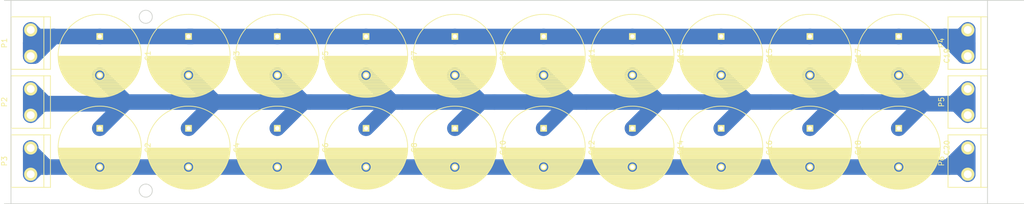
<source format=kicad_pcb>
(kicad_pcb (version 4) (host pcbnew 4.0.2-stable)

  (general
    (links 49)
    (no_connects 0)
    (area 0 0 0 0)
    (thickness 1.6)
    (drawings 6)
    (tracks 113)
    (zones 0)
    (modules 26)
    (nets 4)
  )

  (page A4)
  (layers
    (0 F.Cu signal)
    (31 B.Cu signal)
    (33 F.Adhes user)
    (35 F.Paste user)
    (37 F.SilkS user)
    (39 F.Mask user)
    (40 Dwgs.User user)
    (41 Cmts.User user)
    (42 Eco1.User user)
    (43 Eco2.User user)
    (44 Edge.Cuts user)
    (45 Margin user)
    (47 F.CrtYd user)
    (49 F.Fab user)
  )

  (setup
    (last_trace_width 3)
    (trace_clearance 3)
    (zone_clearance 0.508)
    (zone_45_only no)
    (trace_min 0.2)
    (segment_width 0.2)
    (edge_width 0.15)
    (via_size 0.6)
    (via_drill 0.4)
    (via_min_size 0.4)
    (via_min_drill 0.3)
    (uvia_size 0.3)
    (uvia_drill 0.1)
    (uvias_allowed no)
    (uvia_min_size 0.2)
    (uvia_min_drill 0.1)
    (pcb_text_width 0.3)
    (pcb_text_size 1.5 1.5)
    (mod_edge_width 0.15)
    (mod_text_size 1 1)
    (mod_text_width 0.15)
    (pad_size 2.54 2.54)
    (pad_drill 1.524)
    (pad_to_mask_clearance 0.2)
    (aux_axis_origin 0 0)
    (visible_elements FFFFFF7F)
    (pcbplotparams
      (layerselection 0x00030_80000001)
      (usegerberextensions false)
      (excludeedgelayer true)
      (linewidth 0.100000)
      (plotframeref false)
      (viasonmask false)
      (mode 1)
      (useauxorigin false)
      (hpglpennumber 1)
      (hpglpenspeed 20)
      (hpglpendiameter 15)
      (hpglpenoverlay 2)
      (psnegative false)
      (psa4output false)
      (plotreference true)
      (plotvalue true)
      (plotinvisibletext false)
      (padsonsilk false)
      (subtractmaskfromsilk false)
      (outputformat 1)
      (mirror false)
      (drillshape 1)
      (scaleselection 1)
      (outputdirectory ""))
  )

  (net 0 "")
  (net 1 /V+)
  (net 2 /0)
  (net 3 /V-)

  (net_class Default "This is the default net class."
    (clearance 3)
    (trace_width 3)
    (via_dia 0.6)
    (via_drill 0.4)
    (uvia_dia 0.3)
    (uvia_drill 0.1)
    (add_net /0)
    (add_net /V+)
    (add_net /V-)
  )

  (module Capacitors_ThroughHole:C_Radial_D16_L25_P7.5 (layer F.Cu) (tedit 0) (tstamp 5710F2E7)
    (at 106.045 98.425 270)
    (descr "Radial Electrolytic Capacitor Diameter 16mm x Length 25mm, Pitch 7.5mm")
    (tags "Electrolytic Capacitor")
    (path /5710E6EA)
    (fp_text reference C1 (at 3.75 -9.3 270) (layer F.SilkS)
      (effects (font (size 1 1) (thickness 0.15)))
    )
    (fp_text value CP (at 3.75 9.3 270) (layer F.Fab)
      (effects (font (size 1 1) (thickness 0.15)))
    )
    (fp_line (start 3.825 -8) (end 3.825 8) (layer F.SilkS) (width 0.15))
    (fp_line (start 3.965 -7.997) (end 3.965 7.997) (layer F.SilkS) (width 0.15))
    (fp_line (start 4.105 -7.992) (end 4.105 7.992) (layer F.SilkS) (width 0.15))
    (fp_line (start 4.245 -7.985) (end 4.245 7.985) (layer F.SilkS) (width 0.15))
    (fp_line (start 4.385 -7.975) (end 4.385 7.975) (layer F.SilkS) (width 0.15))
    (fp_line (start 4.525 -7.962) (end 4.525 7.962) (layer F.SilkS) (width 0.15))
    (fp_line (start 4.665 -7.948) (end 4.665 7.948) (layer F.SilkS) (width 0.15))
    (fp_line (start 4.805 -7.93) (end 4.805 7.93) (layer F.SilkS) (width 0.15))
    (fp_line (start 4.945 -7.91) (end 4.945 7.91) (layer F.SilkS) (width 0.15))
    (fp_line (start 5.085 -7.888) (end 5.085 7.888) (layer F.SilkS) (width 0.15))
    (fp_line (start 5.225 -7.863) (end 5.225 7.863) (layer F.SilkS) (width 0.15))
    (fp_line (start 5.365 -7.835) (end 5.365 7.835) (layer F.SilkS) (width 0.15))
    (fp_line (start 5.505 -7.805) (end 5.505 7.805) (layer F.SilkS) (width 0.15))
    (fp_line (start 5.645 -7.772) (end 5.645 7.772) (layer F.SilkS) (width 0.15))
    (fp_line (start 5.785 -7.737) (end 5.785 7.737) (layer F.SilkS) (width 0.15))
    (fp_line (start 5.925 -7.699) (end 5.925 7.699) (layer F.SilkS) (width 0.15))
    (fp_line (start 6.065 -7.658) (end 6.065 7.658) (layer F.SilkS) (width 0.15))
    (fp_line (start 6.205 -7.614) (end 6.205 7.614) (layer F.SilkS) (width 0.15))
    (fp_line (start 6.345 -7.567) (end 6.345 7.567) (layer F.SilkS) (width 0.15))
    (fp_line (start 6.485 -7.518) (end 6.485 7.518) (layer F.SilkS) (width 0.15))
    (fp_line (start 6.625 -7.466) (end 6.625 -0.484) (layer F.SilkS) (width 0.15))
    (fp_line (start 6.625 0.484) (end 6.625 7.466) (layer F.SilkS) (width 0.15))
    (fp_line (start 6.765 -7.41) (end 6.765 -0.678) (layer F.SilkS) (width 0.15))
    (fp_line (start 6.765 0.678) (end 6.765 7.41) (layer F.SilkS) (width 0.15))
    (fp_line (start 6.905 -7.352) (end 6.905 -0.804) (layer F.SilkS) (width 0.15))
    (fp_line (start 6.905 0.804) (end 6.905 7.352) (layer F.SilkS) (width 0.15))
    (fp_line (start 7.045 -7.29) (end 7.045 -0.89) (layer F.SilkS) (width 0.15))
    (fp_line (start 7.045 0.89) (end 7.045 7.29) (layer F.SilkS) (width 0.15))
    (fp_line (start 7.185 -7.225) (end 7.185 -0.949) (layer F.SilkS) (width 0.15))
    (fp_line (start 7.185 0.949) (end 7.185 7.225) (layer F.SilkS) (width 0.15))
    (fp_line (start 7.325 -7.157) (end 7.325 -0.985) (layer F.SilkS) (width 0.15))
    (fp_line (start 7.325 0.985) (end 7.325 7.157) (layer F.SilkS) (width 0.15))
    (fp_line (start 7.465 -7.085) (end 7.465 -0.999) (layer F.SilkS) (width 0.15))
    (fp_line (start 7.465 0.999) (end 7.465 7.085) (layer F.SilkS) (width 0.15))
    (fp_line (start 7.605 -7.01) (end 7.605 -0.994) (layer F.SilkS) (width 0.15))
    (fp_line (start 7.605 0.994) (end 7.605 7.01) (layer F.SilkS) (width 0.15))
    (fp_line (start 7.745 -6.931) (end 7.745 -0.97) (layer F.SilkS) (width 0.15))
    (fp_line (start 7.745 0.97) (end 7.745 6.931) (layer F.SilkS) (width 0.15))
    (fp_line (start 7.885 -6.848) (end 7.885 -0.923) (layer F.SilkS) (width 0.15))
    (fp_line (start 7.885 0.923) (end 7.885 6.848) (layer F.SilkS) (width 0.15))
    (fp_line (start 8.025 -6.762) (end 8.025 -0.851) (layer F.SilkS) (width 0.15))
    (fp_line (start 8.025 0.851) (end 8.025 6.762) (layer F.SilkS) (width 0.15))
    (fp_line (start 8.165 -6.671) (end 8.165 -0.747) (layer F.SilkS) (width 0.15))
    (fp_line (start 8.165 0.747) (end 8.165 6.671) (layer F.SilkS) (width 0.15))
    (fp_line (start 8.305 -6.577) (end 8.305 -0.593) (layer F.SilkS) (width 0.15))
    (fp_line (start 8.305 0.593) (end 8.305 6.577) (layer F.SilkS) (width 0.15))
    (fp_line (start 8.445 -6.477) (end 8.445 -0.327) (layer F.SilkS) (width 0.15))
    (fp_line (start 8.445 0.327) (end 8.445 6.477) (layer F.SilkS) (width 0.15))
    (fp_line (start 8.585 -6.374) (end 8.585 6.374) (layer F.SilkS) (width 0.15))
    (fp_line (start 8.725 -6.265) (end 8.725 6.265) (layer F.SilkS) (width 0.15))
    (fp_line (start 8.865 -6.151) (end 8.865 6.151) (layer F.SilkS) (width 0.15))
    (fp_line (start 9.005 -6.032) (end 9.005 6.032) (layer F.SilkS) (width 0.15))
    (fp_line (start 9.145 -5.907) (end 9.145 5.907) (layer F.SilkS) (width 0.15))
    (fp_line (start 9.285 -5.776) (end 9.285 5.776) (layer F.SilkS) (width 0.15))
    (fp_line (start 9.425 -5.639) (end 9.425 5.639) (layer F.SilkS) (width 0.15))
    (fp_line (start 9.565 -5.494) (end 9.565 5.494) (layer F.SilkS) (width 0.15))
    (fp_line (start 9.705 -5.342) (end 9.705 5.342) (layer F.SilkS) (width 0.15))
    (fp_line (start 9.845 -5.182) (end 9.845 5.182) (layer F.SilkS) (width 0.15))
    (fp_line (start 9.985 -5.012) (end 9.985 5.012) (layer F.SilkS) (width 0.15))
    (fp_line (start 10.125 -4.833) (end 10.125 4.833) (layer F.SilkS) (width 0.15))
    (fp_line (start 10.265 -4.643) (end 10.265 4.643) (layer F.SilkS) (width 0.15))
    (fp_line (start 10.405 -4.44) (end 10.405 4.44) (layer F.SilkS) (width 0.15))
    (fp_line (start 10.545 -4.222) (end 10.545 4.222) (layer F.SilkS) (width 0.15))
    (fp_line (start 10.685 -3.988) (end 10.685 3.988) (layer F.SilkS) (width 0.15))
    (fp_line (start 10.825 -3.734) (end 10.825 3.734) (layer F.SilkS) (width 0.15))
    (fp_line (start 10.965 -3.456) (end 10.965 3.456) (layer F.SilkS) (width 0.15))
    (fp_line (start 11.105 -3.147) (end 11.105 3.147) (layer F.SilkS) (width 0.15))
    (fp_line (start 11.245 -2.797) (end 11.245 2.797) (layer F.SilkS) (width 0.15))
    (fp_line (start 11.385 -2.389) (end 11.385 2.389) (layer F.SilkS) (width 0.15))
    (fp_line (start 11.525 -1.884) (end 11.525 1.884) (layer F.SilkS) (width 0.15))
    (fp_line (start 11.665 -1.163) (end 11.665 1.163) (layer F.SilkS) (width 0.15))
    (fp_circle (center 7.5 0) (end 7.5 -1) (layer F.SilkS) (width 0.15))
    (fp_circle (center 3.75 0) (end 3.75 -8.0375) (layer F.SilkS) (width 0.15))
    (fp_circle (center 3.75 0) (end 3.75 -8.3) (layer F.CrtYd) (width 0.05))
    (pad 1 thru_hole rect (at 0 0 270) (size 1.3 1.3) (drill 0.8) (layers *.Cu *.Mask F.SilkS)
      (net 1 /V+))
    (pad 2 thru_hole circle (at 7.5 0 270) (size 1.3 1.3) (drill 0.8) (layers *.Cu *.Mask F.SilkS)
      (net 2 /0))
    (model Capacitors_ThroughHole.3dshapes/C_Radial_D16_L25_P7.5.wrl
      (at (xyz 0.1476378 0 0))
      (scale (xyz 1 1 1))
      (rotate (xyz 0 0 90))
    )
  )

  (module Capacitors_ThroughHole:C_Radial_D16_L25_P7.5 (layer F.Cu) (tedit 0) (tstamp 5710F337)
    (at 106.045 116.205 270)
    (descr "Radial Electrolytic Capacitor Diameter 16mm x Length 25mm, Pitch 7.5mm")
    (tags "Electrolytic Capacitor")
    (path /5710EAE3)
    (fp_text reference C2 (at 3.75 -9.3 270) (layer F.SilkS)
      (effects (font (size 1 1) (thickness 0.15)))
    )
    (fp_text value CP (at 3.75 9.3 270) (layer F.Fab)
      (effects (font (size 1 1) (thickness 0.15)))
    )
    (fp_line (start 3.825 -8) (end 3.825 8) (layer F.SilkS) (width 0.15))
    (fp_line (start 3.965 -7.997) (end 3.965 7.997) (layer F.SilkS) (width 0.15))
    (fp_line (start 4.105 -7.992) (end 4.105 7.992) (layer F.SilkS) (width 0.15))
    (fp_line (start 4.245 -7.985) (end 4.245 7.985) (layer F.SilkS) (width 0.15))
    (fp_line (start 4.385 -7.975) (end 4.385 7.975) (layer F.SilkS) (width 0.15))
    (fp_line (start 4.525 -7.962) (end 4.525 7.962) (layer F.SilkS) (width 0.15))
    (fp_line (start 4.665 -7.948) (end 4.665 7.948) (layer F.SilkS) (width 0.15))
    (fp_line (start 4.805 -7.93) (end 4.805 7.93) (layer F.SilkS) (width 0.15))
    (fp_line (start 4.945 -7.91) (end 4.945 7.91) (layer F.SilkS) (width 0.15))
    (fp_line (start 5.085 -7.888) (end 5.085 7.888) (layer F.SilkS) (width 0.15))
    (fp_line (start 5.225 -7.863) (end 5.225 7.863) (layer F.SilkS) (width 0.15))
    (fp_line (start 5.365 -7.835) (end 5.365 7.835) (layer F.SilkS) (width 0.15))
    (fp_line (start 5.505 -7.805) (end 5.505 7.805) (layer F.SilkS) (width 0.15))
    (fp_line (start 5.645 -7.772) (end 5.645 7.772) (layer F.SilkS) (width 0.15))
    (fp_line (start 5.785 -7.737) (end 5.785 7.737) (layer F.SilkS) (width 0.15))
    (fp_line (start 5.925 -7.699) (end 5.925 7.699) (layer F.SilkS) (width 0.15))
    (fp_line (start 6.065 -7.658) (end 6.065 7.658) (layer F.SilkS) (width 0.15))
    (fp_line (start 6.205 -7.614) (end 6.205 7.614) (layer F.SilkS) (width 0.15))
    (fp_line (start 6.345 -7.567) (end 6.345 7.567) (layer F.SilkS) (width 0.15))
    (fp_line (start 6.485 -7.518) (end 6.485 7.518) (layer F.SilkS) (width 0.15))
    (fp_line (start 6.625 -7.466) (end 6.625 -0.484) (layer F.SilkS) (width 0.15))
    (fp_line (start 6.625 0.484) (end 6.625 7.466) (layer F.SilkS) (width 0.15))
    (fp_line (start 6.765 -7.41) (end 6.765 -0.678) (layer F.SilkS) (width 0.15))
    (fp_line (start 6.765 0.678) (end 6.765 7.41) (layer F.SilkS) (width 0.15))
    (fp_line (start 6.905 -7.352) (end 6.905 -0.804) (layer F.SilkS) (width 0.15))
    (fp_line (start 6.905 0.804) (end 6.905 7.352) (layer F.SilkS) (width 0.15))
    (fp_line (start 7.045 -7.29) (end 7.045 -0.89) (layer F.SilkS) (width 0.15))
    (fp_line (start 7.045 0.89) (end 7.045 7.29) (layer F.SilkS) (width 0.15))
    (fp_line (start 7.185 -7.225) (end 7.185 -0.949) (layer F.SilkS) (width 0.15))
    (fp_line (start 7.185 0.949) (end 7.185 7.225) (layer F.SilkS) (width 0.15))
    (fp_line (start 7.325 -7.157) (end 7.325 -0.985) (layer F.SilkS) (width 0.15))
    (fp_line (start 7.325 0.985) (end 7.325 7.157) (layer F.SilkS) (width 0.15))
    (fp_line (start 7.465 -7.085) (end 7.465 -0.999) (layer F.SilkS) (width 0.15))
    (fp_line (start 7.465 0.999) (end 7.465 7.085) (layer F.SilkS) (width 0.15))
    (fp_line (start 7.605 -7.01) (end 7.605 -0.994) (layer F.SilkS) (width 0.15))
    (fp_line (start 7.605 0.994) (end 7.605 7.01) (layer F.SilkS) (width 0.15))
    (fp_line (start 7.745 -6.931) (end 7.745 -0.97) (layer F.SilkS) (width 0.15))
    (fp_line (start 7.745 0.97) (end 7.745 6.931) (layer F.SilkS) (width 0.15))
    (fp_line (start 7.885 -6.848) (end 7.885 -0.923) (layer F.SilkS) (width 0.15))
    (fp_line (start 7.885 0.923) (end 7.885 6.848) (layer F.SilkS) (width 0.15))
    (fp_line (start 8.025 -6.762) (end 8.025 -0.851) (layer F.SilkS) (width 0.15))
    (fp_line (start 8.025 0.851) (end 8.025 6.762) (layer F.SilkS) (width 0.15))
    (fp_line (start 8.165 -6.671) (end 8.165 -0.747) (layer F.SilkS) (width 0.15))
    (fp_line (start 8.165 0.747) (end 8.165 6.671) (layer F.SilkS) (width 0.15))
    (fp_line (start 8.305 -6.577) (end 8.305 -0.593) (layer F.SilkS) (width 0.15))
    (fp_line (start 8.305 0.593) (end 8.305 6.577) (layer F.SilkS) (width 0.15))
    (fp_line (start 8.445 -6.477) (end 8.445 -0.327) (layer F.SilkS) (width 0.15))
    (fp_line (start 8.445 0.327) (end 8.445 6.477) (layer F.SilkS) (width 0.15))
    (fp_line (start 8.585 -6.374) (end 8.585 6.374) (layer F.SilkS) (width 0.15))
    (fp_line (start 8.725 -6.265) (end 8.725 6.265) (layer F.SilkS) (width 0.15))
    (fp_line (start 8.865 -6.151) (end 8.865 6.151) (layer F.SilkS) (width 0.15))
    (fp_line (start 9.005 -6.032) (end 9.005 6.032) (layer F.SilkS) (width 0.15))
    (fp_line (start 9.145 -5.907) (end 9.145 5.907) (layer F.SilkS) (width 0.15))
    (fp_line (start 9.285 -5.776) (end 9.285 5.776) (layer F.SilkS) (width 0.15))
    (fp_line (start 9.425 -5.639) (end 9.425 5.639) (layer F.SilkS) (width 0.15))
    (fp_line (start 9.565 -5.494) (end 9.565 5.494) (layer F.SilkS) (width 0.15))
    (fp_line (start 9.705 -5.342) (end 9.705 5.342) (layer F.SilkS) (width 0.15))
    (fp_line (start 9.845 -5.182) (end 9.845 5.182) (layer F.SilkS) (width 0.15))
    (fp_line (start 9.985 -5.012) (end 9.985 5.012) (layer F.SilkS) (width 0.15))
    (fp_line (start 10.125 -4.833) (end 10.125 4.833) (layer F.SilkS) (width 0.15))
    (fp_line (start 10.265 -4.643) (end 10.265 4.643) (layer F.SilkS) (width 0.15))
    (fp_line (start 10.405 -4.44) (end 10.405 4.44) (layer F.SilkS) (width 0.15))
    (fp_line (start 10.545 -4.222) (end 10.545 4.222) (layer F.SilkS) (width 0.15))
    (fp_line (start 10.685 -3.988) (end 10.685 3.988) (layer F.SilkS) (width 0.15))
    (fp_line (start 10.825 -3.734) (end 10.825 3.734) (layer F.SilkS) (width 0.15))
    (fp_line (start 10.965 -3.456) (end 10.965 3.456) (layer F.SilkS) (width 0.15))
    (fp_line (start 11.105 -3.147) (end 11.105 3.147) (layer F.SilkS) (width 0.15))
    (fp_line (start 11.245 -2.797) (end 11.245 2.797) (layer F.SilkS) (width 0.15))
    (fp_line (start 11.385 -2.389) (end 11.385 2.389) (layer F.SilkS) (width 0.15))
    (fp_line (start 11.525 -1.884) (end 11.525 1.884) (layer F.SilkS) (width 0.15))
    (fp_line (start 11.665 -1.163) (end 11.665 1.163) (layer F.SilkS) (width 0.15))
    (fp_circle (center 7.5 0) (end 7.5 -1) (layer F.SilkS) (width 0.15))
    (fp_circle (center 3.75 0) (end 3.75 -8.0375) (layer F.SilkS) (width 0.15))
    (fp_circle (center 3.75 0) (end 3.75 -8.3) (layer F.CrtYd) (width 0.05))
    (pad 1 thru_hole rect (at 0 0 270) (size 1.3 1.3) (drill 0.8) (layers *.Cu *.Mask F.SilkS)
      (net 2 /0))
    (pad 2 thru_hole circle (at 7.5 0 270) (size 1.3 1.3) (drill 0.8) (layers *.Cu *.Mask F.SilkS)
      (net 3 /V-))
    (model Capacitors_ThroughHole.3dshapes/C_Radial_D16_L25_P7.5.wrl
      (at (xyz 0.1476378 0 0))
      (scale (xyz 1 1 1))
      (rotate (xyz 0 0 90))
    )
  )

  (module Capacitors_ThroughHole:C_Radial_D16_L25_P7.5 (layer F.Cu) (tedit 0) (tstamp 5710F387)
    (at 123.19 98.425 270)
    (descr "Radial Electrolytic Capacitor Diameter 16mm x Length 25mm, Pitch 7.5mm")
    (tags "Electrolytic Capacitor")
    (path /5710E74A)
    (fp_text reference C3 (at 3.75 -9.3 270) (layer F.SilkS)
      (effects (font (size 1 1) (thickness 0.15)))
    )
    (fp_text value CP (at 3.75 9.3 270) (layer F.Fab)
      (effects (font (size 1 1) (thickness 0.15)))
    )
    (fp_line (start 3.825 -8) (end 3.825 8) (layer F.SilkS) (width 0.15))
    (fp_line (start 3.965 -7.997) (end 3.965 7.997) (layer F.SilkS) (width 0.15))
    (fp_line (start 4.105 -7.992) (end 4.105 7.992) (layer F.SilkS) (width 0.15))
    (fp_line (start 4.245 -7.985) (end 4.245 7.985) (layer F.SilkS) (width 0.15))
    (fp_line (start 4.385 -7.975) (end 4.385 7.975) (layer F.SilkS) (width 0.15))
    (fp_line (start 4.525 -7.962) (end 4.525 7.962) (layer F.SilkS) (width 0.15))
    (fp_line (start 4.665 -7.948) (end 4.665 7.948) (layer F.SilkS) (width 0.15))
    (fp_line (start 4.805 -7.93) (end 4.805 7.93) (layer F.SilkS) (width 0.15))
    (fp_line (start 4.945 -7.91) (end 4.945 7.91) (layer F.SilkS) (width 0.15))
    (fp_line (start 5.085 -7.888) (end 5.085 7.888) (layer F.SilkS) (width 0.15))
    (fp_line (start 5.225 -7.863) (end 5.225 7.863) (layer F.SilkS) (width 0.15))
    (fp_line (start 5.365 -7.835) (end 5.365 7.835) (layer F.SilkS) (width 0.15))
    (fp_line (start 5.505 -7.805) (end 5.505 7.805) (layer F.SilkS) (width 0.15))
    (fp_line (start 5.645 -7.772) (end 5.645 7.772) (layer F.SilkS) (width 0.15))
    (fp_line (start 5.785 -7.737) (end 5.785 7.737) (layer F.SilkS) (width 0.15))
    (fp_line (start 5.925 -7.699) (end 5.925 7.699) (layer F.SilkS) (width 0.15))
    (fp_line (start 6.065 -7.658) (end 6.065 7.658) (layer F.SilkS) (width 0.15))
    (fp_line (start 6.205 -7.614) (end 6.205 7.614) (layer F.SilkS) (width 0.15))
    (fp_line (start 6.345 -7.567) (end 6.345 7.567) (layer F.SilkS) (width 0.15))
    (fp_line (start 6.485 -7.518) (end 6.485 7.518) (layer F.SilkS) (width 0.15))
    (fp_line (start 6.625 -7.466) (end 6.625 -0.484) (layer F.SilkS) (width 0.15))
    (fp_line (start 6.625 0.484) (end 6.625 7.466) (layer F.SilkS) (width 0.15))
    (fp_line (start 6.765 -7.41) (end 6.765 -0.678) (layer F.SilkS) (width 0.15))
    (fp_line (start 6.765 0.678) (end 6.765 7.41) (layer F.SilkS) (width 0.15))
    (fp_line (start 6.905 -7.352) (end 6.905 -0.804) (layer F.SilkS) (width 0.15))
    (fp_line (start 6.905 0.804) (end 6.905 7.352) (layer F.SilkS) (width 0.15))
    (fp_line (start 7.045 -7.29) (end 7.045 -0.89) (layer F.SilkS) (width 0.15))
    (fp_line (start 7.045 0.89) (end 7.045 7.29) (layer F.SilkS) (width 0.15))
    (fp_line (start 7.185 -7.225) (end 7.185 -0.949) (layer F.SilkS) (width 0.15))
    (fp_line (start 7.185 0.949) (end 7.185 7.225) (layer F.SilkS) (width 0.15))
    (fp_line (start 7.325 -7.157) (end 7.325 -0.985) (layer F.SilkS) (width 0.15))
    (fp_line (start 7.325 0.985) (end 7.325 7.157) (layer F.SilkS) (width 0.15))
    (fp_line (start 7.465 -7.085) (end 7.465 -0.999) (layer F.SilkS) (width 0.15))
    (fp_line (start 7.465 0.999) (end 7.465 7.085) (layer F.SilkS) (width 0.15))
    (fp_line (start 7.605 -7.01) (end 7.605 -0.994) (layer F.SilkS) (width 0.15))
    (fp_line (start 7.605 0.994) (end 7.605 7.01) (layer F.SilkS) (width 0.15))
    (fp_line (start 7.745 -6.931) (end 7.745 -0.97) (layer F.SilkS) (width 0.15))
    (fp_line (start 7.745 0.97) (end 7.745 6.931) (layer F.SilkS) (width 0.15))
    (fp_line (start 7.885 -6.848) (end 7.885 -0.923) (layer F.SilkS) (width 0.15))
    (fp_line (start 7.885 0.923) (end 7.885 6.848) (layer F.SilkS) (width 0.15))
    (fp_line (start 8.025 -6.762) (end 8.025 -0.851) (layer F.SilkS) (width 0.15))
    (fp_line (start 8.025 0.851) (end 8.025 6.762) (layer F.SilkS) (width 0.15))
    (fp_line (start 8.165 -6.671) (end 8.165 -0.747) (layer F.SilkS) (width 0.15))
    (fp_line (start 8.165 0.747) (end 8.165 6.671) (layer F.SilkS) (width 0.15))
    (fp_line (start 8.305 -6.577) (end 8.305 -0.593) (layer F.SilkS) (width 0.15))
    (fp_line (start 8.305 0.593) (end 8.305 6.577) (layer F.SilkS) (width 0.15))
    (fp_line (start 8.445 -6.477) (end 8.445 -0.327) (layer F.SilkS) (width 0.15))
    (fp_line (start 8.445 0.327) (end 8.445 6.477) (layer F.SilkS) (width 0.15))
    (fp_line (start 8.585 -6.374) (end 8.585 6.374) (layer F.SilkS) (width 0.15))
    (fp_line (start 8.725 -6.265) (end 8.725 6.265) (layer F.SilkS) (width 0.15))
    (fp_line (start 8.865 -6.151) (end 8.865 6.151) (layer F.SilkS) (width 0.15))
    (fp_line (start 9.005 -6.032) (end 9.005 6.032) (layer F.SilkS) (width 0.15))
    (fp_line (start 9.145 -5.907) (end 9.145 5.907) (layer F.SilkS) (width 0.15))
    (fp_line (start 9.285 -5.776) (end 9.285 5.776) (layer F.SilkS) (width 0.15))
    (fp_line (start 9.425 -5.639) (end 9.425 5.639) (layer F.SilkS) (width 0.15))
    (fp_line (start 9.565 -5.494) (end 9.565 5.494) (layer F.SilkS) (width 0.15))
    (fp_line (start 9.705 -5.342) (end 9.705 5.342) (layer F.SilkS) (width 0.15))
    (fp_line (start 9.845 -5.182) (end 9.845 5.182) (layer F.SilkS) (width 0.15))
    (fp_line (start 9.985 -5.012) (end 9.985 5.012) (layer F.SilkS) (width 0.15))
    (fp_line (start 10.125 -4.833) (end 10.125 4.833) (layer F.SilkS) (width 0.15))
    (fp_line (start 10.265 -4.643) (end 10.265 4.643) (layer F.SilkS) (width 0.15))
    (fp_line (start 10.405 -4.44) (end 10.405 4.44) (layer F.SilkS) (width 0.15))
    (fp_line (start 10.545 -4.222) (end 10.545 4.222) (layer F.SilkS) (width 0.15))
    (fp_line (start 10.685 -3.988) (end 10.685 3.988) (layer F.SilkS) (width 0.15))
    (fp_line (start 10.825 -3.734) (end 10.825 3.734) (layer F.SilkS) (width 0.15))
    (fp_line (start 10.965 -3.456) (end 10.965 3.456) (layer F.SilkS) (width 0.15))
    (fp_line (start 11.105 -3.147) (end 11.105 3.147) (layer F.SilkS) (width 0.15))
    (fp_line (start 11.245 -2.797) (end 11.245 2.797) (layer F.SilkS) (width 0.15))
    (fp_line (start 11.385 -2.389) (end 11.385 2.389) (layer F.SilkS) (width 0.15))
    (fp_line (start 11.525 -1.884) (end 11.525 1.884) (layer F.SilkS) (width 0.15))
    (fp_line (start 11.665 -1.163) (end 11.665 1.163) (layer F.SilkS) (width 0.15))
    (fp_circle (center 7.5 0) (end 7.5 -1) (layer F.SilkS) (width 0.15))
    (fp_circle (center 3.75 0) (end 3.75 -8.0375) (layer F.SilkS) (width 0.15))
    (fp_circle (center 3.75 0) (end 3.75 -8.3) (layer F.CrtYd) (width 0.05))
    (pad 1 thru_hole rect (at 0 0 270) (size 1.3 1.3) (drill 0.8) (layers *.Cu *.Mask F.SilkS)
      (net 1 /V+))
    (pad 2 thru_hole circle (at 7.5 0 270) (size 1.3 1.3) (drill 0.8) (layers *.Cu *.Mask F.SilkS)
      (net 2 /0))
    (model Capacitors_ThroughHole.3dshapes/C_Radial_D16_L25_P7.5.wrl
      (at (xyz 0.1476378 0 0))
      (scale (xyz 1 1 1))
      (rotate (xyz 0 0 90))
    )
  )

  (module Capacitors_ThroughHole:C_Radial_D16_L25_P7.5 (layer F.Cu) (tedit 0) (tstamp 5710F3D7)
    (at 123.19 116.205 270)
    (descr "Radial Electrolytic Capacitor Diameter 16mm x Length 25mm, Pitch 7.5mm")
    (tags "Electrolytic Capacitor")
    (path /5710EAE9)
    (fp_text reference C4 (at 3.75 -9.3 270) (layer F.SilkS)
      (effects (font (size 1 1) (thickness 0.15)))
    )
    (fp_text value CP (at 3.75 9.3 270) (layer F.Fab)
      (effects (font (size 1 1) (thickness 0.15)))
    )
    (fp_line (start 3.825 -8) (end 3.825 8) (layer F.SilkS) (width 0.15))
    (fp_line (start 3.965 -7.997) (end 3.965 7.997) (layer F.SilkS) (width 0.15))
    (fp_line (start 4.105 -7.992) (end 4.105 7.992) (layer F.SilkS) (width 0.15))
    (fp_line (start 4.245 -7.985) (end 4.245 7.985) (layer F.SilkS) (width 0.15))
    (fp_line (start 4.385 -7.975) (end 4.385 7.975) (layer F.SilkS) (width 0.15))
    (fp_line (start 4.525 -7.962) (end 4.525 7.962) (layer F.SilkS) (width 0.15))
    (fp_line (start 4.665 -7.948) (end 4.665 7.948) (layer F.SilkS) (width 0.15))
    (fp_line (start 4.805 -7.93) (end 4.805 7.93) (layer F.SilkS) (width 0.15))
    (fp_line (start 4.945 -7.91) (end 4.945 7.91) (layer F.SilkS) (width 0.15))
    (fp_line (start 5.085 -7.888) (end 5.085 7.888) (layer F.SilkS) (width 0.15))
    (fp_line (start 5.225 -7.863) (end 5.225 7.863) (layer F.SilkS) (width 0.15))
    (fp_line (start 5.365 -7.835) (end 5.365 7.835) (layer F.SilkS) (width 0.15))
    (fp_line (start 5.505 -7.805) (end 5.505 7.805) (layer F.SilkS) (width 0.15))
    (fp_line (start 5.645 -7.772) (end 5.645 7.772) (layer F.SilkS) (width 0.15))
    (fp_line (start 5.785 -7.737) (end 5.785 7.737) (layer F.SilkS) (width 0.15))
    (fp_line (start 5.925 -7.699) (end 5.925 7.699) (layer F.SilkS) (width 0.15))
    (fp_line (start 6.065 -7.658) (end 6.065 7.658) (layer F.SilkS) (width 0.15))
    (fp_line (start 6.205 -7.614) (end 6.205 7.614) (layer F.SilkS) (width 0.15))
    (fp_line (start 6.345 -7.567) (end 6.345 7.567) (layer F.SilkS) (width 0.15))
    (fp_line (start 6.485 -7.518) (end 6.485 7.518) (layer F.SilkS) (width 0.15))
    (fp_line (start 6.625 -7.466) (end 6.625 -0.484) (layer F.SilkS) (width 0.15))
    (fp_line (start 6.625 0.484) (end 6.625 7.466) (layer F.SilkS) (width 0.15))
    (fp_line (start 6.765 -7.41) (end 6.765 -0.678) (layer F.SilkS) (width 0.15))
    (fp_line (start 6.765 0.678) (end 6.765 7.41) (layer F.SilkS) (width 0.15))
    (fp_line (start 6.905 -7.352) (end 6.905 -0.804) (layer F.SilkS) (width 0.15))
    (fp_line (start 6.905 0.804) (end 6.905 7.352) (layer F.SilkS) (width 0.15))
    (fp_line (start 7.045 -7.29) (end 7.045 -0.89) (layer F.SilkS) (width 0.15))
    (fp_line (start 7.045 0.89) (end 7.045 7.29) (layer F.SilkS) (width 0.15))
    (fp_line (start 7.185 -7.225) (end 7.185 -0.949) (layer F.SilkS) (width 0.15))
    (fp_line (start 7.185 0.949) (end 7.185 7.225) (layer F.SilkS) (width 0.15))
    (fp_line (start 7.325 -7.157) (end 7.325 -0.985) (layer F.SilkS) (width 0.15))
    (fp_line (start 7.325 0.985) (end 7.325 7.157) (layer F.SilkS) (width 0.15))
    (fp_line (start 7.465 -7.085) (end 7.465 -0.999) (layer F.SilkS) (width 0.15))
    (fp_line (start 7.465 0.999) (end 7.465 7.085) (layer F.SilkS) (width 0.15))
    (fp_line (start 7.605 -7.01) (end 7.605 -0.994) (layer F.SilkS) (width 0.15))
    (fp_line (start 7.605 0.994) (end 7.605 7.01) (layer F.SilkS) (width 0.15))
    (fp_line (start 7.745 -6.931) (end 7.745 -0.97) (layer F.SilkS) (width 0.15))
    (fp_line (start 7.745 0.97) (end 7.745 6.931) (layer F.SilkS) (width 0.15))
    (fp_line (start 7.885 -6.848) (end 7.885 -0.923) (layer F.SilkS) (width 0.15))
    (fp_line (start 7.885 0.923) (end 7.885 6.848) (layer F.SilkS) (width 0.15))
    (fp_line (start 8.025 -6.762) (end 8.025 -0.851) (layer F.SilkS) (width 0.15))
    (fp_line (start 8.025 0.851) (end 8.025 6.762) (layer F.SilkS) (width 0.15))
    (fp_line (start 8.165 -6.671) (end 8.165 -0.747) (layer F.SilkS) (width 0.15))
    (fp_line (start 8.165 0.747) (end 8.165 6.671) (layer F.SilkS) (width 0.15))
    (fp_line (start 8.305 -6.577) (end 8.305 -0.593) (layer F.SilkS) (width 0.15))
    (fp_line (start 8.305 0.593) (end 8.305 6.577) (layer F.SilkS) (width 0.15))
    (fp_line (start 8.445 -6.477) (end 8.445 -0.327) (layer F.SilkS) (width 0.15))
    (fp_line (start 8.445 0.327) (end 8.445 6.477) (layer F.SilkS) (width 0.15))
    (fp_line (start 8.585 -6.374) (end 8.585 6.374) (layer F.SilkS) (width 0.15))
    (fp_line (start 8.725 -6.265) (end 8.725 6.265) (layer F.SilkS) (width 0.15))
    (fp_line (start 8.865 -6.151) (end 8.865 6.151) (layer F.SilkS) (width 0.15))
    (fp_line (start 9.005 -6.032) (end 9.005 6.032) (layer F.SilkS) (width 0.15))
    (fp_line (start 9.145 -5.907) (end 9.145 5.907) (layer F.SilkS) (width 0.15))
    (fp_line (start 9.285 -5.776) (end 9.285 5.776) (layer F.SilkS) (width 0.15))
    (fp_line (start 9.425 -5.639) (end 9.425 5.639) (layer F.SilkS) (width 0.15))
    (fp_line (start 9.565 -5.494) (end 9.565 5.494) (layer F.SilkS) (width 0.15))
    (fp_line (start 9.705 -5.342) (end 9.705 5.342) (layer F.SilkS) (width 0.15))
    (fp_line (start 9.845 -5.182) (end 9.845 5.182) (layer F.SilkS) (width 0.15))
    (fp_line (start 9.985 -5.012) (end 9.985 5.012) (layer F.SilkS) (width 0.15))
    (fp_line (start 10.125 -4.833) (end 10.125 4.833) (layer F.SilkS) (width 0.15))
    (fp_line (start 10.265 -4.643) (end 10.265 4.643) (layer F.SilkS) (width 0.15))
    (fp_line (start 10.405 -4.44) (end 10.405 4.44) (layer F.SilkS) (width 0.15))
    (fp_line (start 10.545 -4.222) (end 10.545 4.222) (layer F.SilkS) (width 0.15))
    (fp_line (start 10.685 -3.988) (end 10.685 3.988) (layer F.SilkS) (width 0.15))
    (fp_line (start 10.825 -3.734) (end 10.825 3.734) (layer F.SilkS) (width 0.15))
    (fp_line (start 10.965 -3.456) (end 10.965 3.456) (layer F.SilkS) (width 0.15))
    (fp_line (start 11.105 -3.147) (end 11.105 3.147) (layer F.SilkS) (width 0.15))
    (fp_line (start 11.245 -2.797) (end 11.245 2.797) (layer F.SilkS) (width 0.15))
    (fp_line (start 11.385 -2.389) (end 11.385 2.389) (layer F.SilkS) (width 0.15))
    (fp_line (start 11.525 -1.884) (end 11.525 1.884) (layer F.SilkS) (width 0.15))
    (fp_line (start 11.665 -1.163) (end 11.665 1.163) (layer F.SilkS) (width 0.15))
    (fp_circle (center 7.5 0) (end 7.5 -1) (layer F.SilkS) (width 0.15))
    (fp_circle (center 3.75 0) (end 3.75 -8.0375) (layer F.SilkS) (width 0.15))
    (fp_circle (center 3.75 0) (end 3.75 -8.3) (layer F.CrtYd) (width 0.05))
    (pad 1 thru_hole rect (at 0 0 270) (size 1.3 1.3) (drill 0.8) (layers *.Cu *.Mask F.SilkS)
      (net 2 /0))
    (pad 2 thru_hole circle (at 7.5 0 270) (size 1.3 1.3) (drill 0.8) (layers *.Cu *.Mask F.SilkS)
      (net 3 /V-))
    (model Capacitors_ThroughHole.3dshapes/C_Radial_D16_L25_P7.5.wrl
      (at (xyz 0.1476378 0 0))
      (scale (xyz 1 1 1))
      (rotate (xyz 0 0 90))
    )
  )

  (module Capacitors_ThroughHole:C_Radial_D16_L25_P7.5 (layer F.Cu) (tedit 0) (tstamp 5710F427)
    (at 140.335 98.425 270)
    (descr "Radial Electrolytic Capacitor Diameter 16mm x Length 25mm, Pitch 7.5mm")
    (tags "Electrolytic Capacitor")
    (path /5710E768)
    (fp_text reference C5 (at 3.75 -9.3 270) (layer F.SilkS)
      (effects (font (size 1 1) (thickness 0.15)))
    )
    (fp_text value CP (at 3.75 9.3 270) (layer F.Fab)
      (effects (font (size 1 1) (thickness 0.15)))
    )
    (fp_line (start 3.825 -8) (end 3.825 8) (layer F.SilkS) (width 0.15))
    (fp_line (start 3.965 -7.997) (end 3.965 7.997) (layer F.SilkS) (width 0.15))
    (fp_line (start 4.105 -7.992) (end 4.105 7.992) (layer F.SilkS) (width 0.15))
    (fp_line (start 4.245 -7.985) (end 4.245 7.985) (layer F.SilkS) (width 0.15))
    (fp_line (start 4.385 -7.975) (end 4.385 7.975) (layer F.SilkS) (width 0.15))
    (fp_line (start 4.525 -7.962) (end 4.525 7.962) (layer F.SilkS) (width 0.15))
    (fp_line (start 4.665 -7.948) (end 4.665 7.948) (layer F.SilkS) (width 0.15))
    (fp_line (start 4.805 -7.93) (end 4.805 7.93) (layer F.SilkS) (width 0.15))
    (fp_line (start 4.945 -7.91) (end 4.945 7.91) (layer F.SilkS) (width 0.15))
    (fp_line (start 5.085 -7.888) (end 5.085 7.888) (layer F.SilkS) (width 0.15))
    (fp_line (start 5.225 -7.863) (end 5.225 7.863) (layer F.SilkS) (width 0.15))
    (fp_line (start 5.365 -7.835) (end 5.365 7.835) (layer F.SilkS) (width 0.15))
    (fp_line (start 5.505 -7.805) (end 5.505 7.805) (layer F.SilkS) (width 0.15))
    (fp_line (start 5.645 -7.772) (end 5.645 7.772) (layer F.SilkS) (width 0.15))
    (fp_line (start 5.785 -7.737) (end 5.785 7.737) (layer F.SilkS) (width 0.15))
    (fp_line (start 5.925 -7.699) (end 5.925 7.699) (layer F.SilkS) (width 0.15))
    (fp_line (start 6.065 -7.658) (end 6.065 7.658) (layer F.SilkS) (width 0.15))
    (fp_line (start 6.205 -7.614) (end 6.205 7.614) (layer F.SilkS) (width 0.15))
    (fp_line (start 6.345 -7.567) (end 6.345 7.567) (layer F.SilkS) (width 0.15))
    (fp_line (start 6.485 -7.518) (end 6.485 7.518) (layer F.SilkS) (width 0.15))
    (fp_line (start 6.625 -7.466) (end 6.625 -0.484) (layer F.SilkS) (width 0.15))
    (fp_line (start 6.625 0.484) (end 6.625 7.466) (layer F.SilkS) (width 0.15))
    (fp_line (start 6.765 -7.41) (end 6.765 -0.678) (layer F.SilkS) (width 0.15))
    (fp_line (start 6.765 0.678) (end 6.765 7.41) (layer F.SilkS) (width 0.15))
    (fp_line (start 6.905 -7.352) (end 6.905 -0.804) (layer F.SilkS) (width 0.15))
    (fp_line (start 6.905 0.804) (end 6.905 7.352) (layer F.SilkS) (width 0.15))
    (fp_line (start 7.045 -7.29) (end 7.045 -0.89) (layer F.SilkS) (width 0.15))
    (fp_line (start 7.045 0.89) (end 7.045 7.29) (layer F.SilkS) (width 0.15))
    (fp_line (start 7.185 -7.225) (end 7.185 -0.949) (layer F.SilkS) (width 0.15))
    (fp_line (start 7.185 0.949) (end 7.185 7.225) (layer F.SilkS) (width 0.15))
    (fp_line (start 7.325 -7.157) (end 7.325 -0.985) (layer F.SilkS) (width 0.15))
    (fp_line (start 7.325 0.985) (end 7.325 7.157) (layer F.SilkS) (width 0.15))
    (fp_line (start 7.465 -7.085) (end 7.465 -0.999) (layer F.SilkS) (width 0.15))
    (fp_line (start 7.465 0.999) (end 7.465 7.085) (layer F.SilkS) (width 0.15))
    (fp_line (start 7.605 -7.01) (end 7.605 -0.994) (layer F.SilkS) (width 0.15))
    (fp_line (start 7.605 0.994) (end 7.605 7.01) (layer F.SilkS) (width 0.15))
    (fp_line (start 7.745 -6.931) (end 7.745 -0.97) (layer F.SilkS) (width 0.15))
    (fp_line (start 7.745 0.97) (end 7.745 6.931) (layer F.SilkS) (width 0.15))
    (fp_line (start 7.885 -6.848) (end 7.885 -0.923) (layer F.SilkS) (width 0.15))
    (fp_line (start 7.885 0.923) (end 7.885 6.848) (layer F.SilkS) (width 0.15))
    (fp_line (start 8.025 -6.762) (end 8.025 -0.851) (layer F.SilkS) (width 0.15))
    (fp_line (start 8.025 0.851) (end 8.025 6.762) (layer F.SilkS) (width 0.15))
    (fp_line (start 8.165 -6.671) (end 8.165 -0.747) (layer F.SilkS) (width 0.15))
    (fp_line (start 8.165 0.747) (end 8.165 6.671) (layer F.SilkS) (width 0.15))
    (fp_line (start 8.305 -6.577) (end 8.305 -0.593) (layer F.SilkS) (width 0.15))
    (fp_line (start 8.305 0.593) (end 8.305 6.577) (layer F.SilkS) (width 0.15))
    (fp_line (start 8.445 -6.477) (end 8.445 -0.327) (layer F.SilkS) (width 0.15))
    (fp_line (start 8.445 0.327) (end 8.445 6.477) (layer F.SilkS) (width 0.15))
    (fp_line (start 8.585 -6.374) (end 8.585 6.374) (layer F.SilkS) (width 0.15))
    (fp_line (start 8.725 -6.265) (end 8.725 6.265) (layer F.SilkS) (width 0.15))
    (fp_line (start 8.865 -6.151) (end 8.865 6.151) (layer F.SilkS) (width 0.15))
    (fp_line (start 9.005 -6.032) (end 9.005 6.032) (layer F.SilkS) (width 0.15))
    (fp_line (start 9.145 -5.907) (end 9.145 5.907) (layer F.SilkS) (width 0.15))
    (fp_line (start 9.285 -5.776) (end 9.285 5.776) (layer F.SilkS) (width 0.15))
    (fp_line (start 9.425 -5.639) (end 9.425 5.639) (layer F.SilkS) (width 0.15))
    (fp_line (start 9.565 -5.494) (end 9.565 5.494) (layer F.SilkS) (width 0.15))
    (fp_line (start 9.705 -5.342) (end 9.705 5.342) (layer F.SilkS) (width 0.15))
    (fp_line (start 9.845 -5.182) (end 9.845 5.182) (layer F.SilkS) (width 0.15))
    (fp_line (start 9.985 -5.012) (end 9.985 5.012) (layer F.SilkS) (width 0.15))
    (fp_line (start 10.125 -4.833) (end 10.125 4.833) (layer F.SilkS) (width 0.15))
    (fp_line (start 10.265 -4.643) (end 10.265 4.643) (layer F.SilkS) (width 0.15))
    (fp_line (start 10.405 -4.44) (end 10.405 4.44) (layer F.SilkS) (width 0.15))
    (fp_line (start 10.545 -4.222) (end 10.545 4.222) (layer F.SilkS) (width 0.15))
    (fp_line (start 10.685 -3.988) (end 10.685 3.988) (layer F.SilkS) (width 0.15))
    (fp_line (start 10.825 -3.734) (end 10.825 3.734) (layer F.SilkS) (width 0.15))
    (fp_line (start 10.965 -3.456) (end 10.965 3.456) (layer F.SilkS) (width 0.15))
    (fp_line (start 11.105 -3.147) (end 11.105 3.147) (layer F.SilkS) (width 0.15))
    (fp_line (start 11.245 -2.797) (end 11.245 2.797) (layer F.SilkS) (width 0.15))
    (fp_line (start 11.385 -2.389) (end 11.385 2.389) (layer F.SilkS) (width 0.15))
    (fp_line (start 11.525 -1.884) (end 11.525 1.884) (layer F.SilkS) (width 0.15))
    (fp_line (start 11.665 -1.163) (end 11.665 1.163) (layer F.SilkS) (width 0.15))
    (fp_circle (center 7.5 0) (end 7.5 -1) (layer F.SilkS) (width 0.15))
    (fp_circle (center 3.75 0) (end 3.75 -8.0375) (layer F.SilkS) (width 0.15))
    (fp_circle (center 3.75 0) (end 3.75 -8.3) (layer F.CrtYd) (width 0.05))
    (pad 1 thru_hole rect (at 0 0 270) (size 1.3 1.3) (drill 0.8) (layers *.Cu *.Mask F.SilkS)
      (net 1 /V+))
    (pad 2 thru_hole circle (at 7.5 0 270) (size 1.3 1.3) (drill 0.8) (layers *.Cu *.Mask F.SilkS)
      (net 2 /0))
    (model Capacitors_ThroughHole.3dshapes/C_Radial_D16_L25_P7.5.wrl
      (at (xyz 0.1476378 0 0))
      (scale (xyz 1 1 1))
      (rotate (xyz 0 0 90))
    )
  )

  (module Capacitors_ThroughHole:C_Radial_D16_L25_P7.5 (layer F.Cu) (tedit 0) (tstamp 5710F477)
    (at 140.335 116.205 270)
    (descr "Radial Electrolytic Capacitor Diameter 16mm x Length 25mm, Pitch 7.5mm")
    (tags "Electrolytic Capacitor")
    (path /5710EAEF)
    (fp_text reference C6 (at 3.75 -9.3 270) (layer F.SilkS)
      (effects (font (size 1 1) (thickness 0.15)))
    )
    (fp_text value CP (at 3.75 9.3 270) (layer F.Fab)
      (effects (font (size 1 1) (thickness 0.15)))
    )
    (fp_line (start 3.825 -8) (end 3.825 8) (layer F.SilkS) (width 0.15))
    (fp_line (start 3.965 -7.997) (end 3.965 7.997) (layer F.SilkS) (width 0.15))
    (fp_line (start 4.105 -7.992) (end 4.105 7.992) (layer F.SilkS) (width 0.15))
    (fp_line (start 4.245 -7.985) (end 4.245 7.985) (layer F.SilkS) (width 0.15))
    (fp_line (start 4.385 -7.975) (end 4.385 7.975) (layer F.SilkS) (width 0.15))
    (fp_line (start 4.525 -7.962) (end 4.525 7.962) (layer F.SilkS) (width 0.15))
    (fp_line (start 4.665 -7.948) (end 4.665 7.948) (layer F.SilkS) (width 0.15))
    (fp_line (start 4.805 -7.93) (end 4.805 7.93) (layer F.SilkS) (width 0.15))
    (fp_line (start 4.945 -7.91) (end 4.945 7.91) (layer F.SilkS) (width 0.15))
    (fp_line (start 5.085 -7.888) (end 5.085 7.888) (layer F.SilkS) (width 0.15))
    (fp_line (start 5.225 -7.863) (end 5.225 7.863) (layer F.SilkS) (width 0.15))
    (fp_line (start 5.365 -7.835) (end 5.365 7.835) (layer F.SilkS) (width 0.15))
    (fp_line (start 5.505 -7.805) (end 5.505 7.805) (layer F.SilkS) (width 0.15))
    (fp_line (start 5.645 -7.772) (end 5.645 7.772) (layer F.SilkS) (width 0.15))
    (fp_line (start 5.785 -7.737) (end 5.785 7.737) (layer F.SilkS) (width 0.15))
    (fp_line (start 5.925 -7.699) (end 5.925 7.699) (layer F.SilkS) (width 0.15))
    (fp_line (start 6.065 -7.658) (end 6.065 7.658) (layer F.SilkS) (width 0.15))
    (fp_line (start 6.205 -7.614) (end 6.205 7.614) (layer F.SilkS) (width 0.15))
    (fp_line (start 6.345 -7.567) (end 6.345 7.567) (layer F.SilkS) (width 0.15))
    (fp_line (start 6.485 -7.518) (end 6.485 7.518) (layer F.SilkS) (width 0.15))
    (fp_line (start 6.625 -7.466) (end 6.625 -0.484) (layer F.SilkS) (width 0.15))
    (fp_line (start 6.625 0.484) (end 6.625 7.466) (layer F.SilkS) (width 0.15))
    (fp_line (start 6.765 -7.41) (end 6.765 -0.678) (layer F.SilkS) (width 0.15))
    (fp_line (start 6.765 0.678) (end 6.765 7.41) (layer F.SilkS) (width 0.15))
    (fp_line (start 6.905 -7.352) (end 6.905 -0.804) (layer F.SilkS) (width 0.15))
    (fp_line (start 6.905 0.804) (end 6.905 7.352) (layer F.SilkS) (width 0.15))
    (fp_line (start 7.045 -7.29) (end 7.045 -0.89) (layer F.SilkS) (width 0.15))
    (fp_line (start 7.045 0.89) (end 7.045 7.29) (layer F.SilkS) (width 0.15))
    (fp_line (start 7.185 -7.225) (end 7.185 -0.949) (layer F.SilkS) (width 0.15))
    (fp_line (start 7.185 0.949) (end 7.185 7.225) (layer F.SilkS) (width 0.15))
    (fp_line (start 7.325 -7.157) (end 7.325 -0.985) (layer F.SilkS) (width 0.15))
    (fp_line (start 7.325 0.985) (end 7.325 7.157) (layer F.SilkS) (width 0.15))
    (fp_line (start 7.465 -7.085) (end 7.465 -0.999) (layer F.SilkS) (width 0.15))
    (fp_line (start 7.465 0.999) (end 7.465 7.085) (layer F.SilkS) (width 0.15))
    (fp_line (start 7.605 -7.01) (end 7.605 -0.994) (layer F.SilkS) (width 0.15))
    (fp_line (start 7.605 0.994) (end 7.605 7.01) (layer F.SilkS) (width 0.15))
    (fp_line (start 7.745 -6.931) (end 7.745 -0.97) (layer F.SilkS) (width 0.15))
    (fp_line (start 7.745 0.97) (end 7.745 6.931) (layer F.SilkS) (width 0.15))
    (fp_line (start 7.885 -6.848) (end 7.885 -0.923) (layer F.SilkS) (width 0.15))
    (fp_line (start 7.885 0.923) (end 7.885 6.848) (layer F.SilkS) (width 0.15))
    (fp_line (start 8.025 -6.762) (end 8.025 -0.851) (layer F.SilkS) (width 0.15))
    (fp_line (start 8.025 0.851) (end 8.025 6.762) (layer F.SilkS) (width 0.15))
    (fp_line (start 8.165 -6.671) (end 8.165 -0.747) (layer F.SilkS) (width 0.15))
    (fp_line (start 8.165 0.747) (end 8.165 6.671) (layer F.SilkS) (width 0.15))
    (fp_line (start 8.305 -6.577) (end 8.305 -0.593) (layer F.SilkS) (width 0.15))
    (fp_line (start 8.305 0.593) (end 8.305 6.577) (layer F.SilkS) (width 0.15))
    (fp_line (start 8.445 -6.477) (end 8.445 -0.327) (layer F.SilkS) (width 0.15))
    (fp_line (start 8.445 0.327) (end 8.445 6.477) (layer F.SilkS) (width 0.15))
    (fp_line (start 8.585 -6.374) (end 8.585 6.374) (layer F.SilkS) (width 0.15))
    (fp_line (start 8.725 -6.265) (end 8.725 6.265) (layer F.SilkS) (width 0.15))
    (fp_line (start 8.865 -6.151) (end 8.865 6.151) (layer F.SilkS) (width 0.15))
    (fp_line (start 9.005 -6.032) (end 9.005 6.032) (layer F.SilkS) (width 0.15))
    (fp_line (start 9.145 -5.907) (end 9.145 5.907) (layer F.SilkS) (width 0.15))
    (fp_line (start 9.285 -5.776) (end 9.285 5.776) (layer F.SilkS) (width 0.15))
    (fp_line (start 9.425 -5.639) (end 9.425 5.639) (layer F.SilkS) (width 0.15))
    (fp_line (start 9.565 -5.494) (end 9.565 5.494) (layer F.SilkS) (width 0.15))
    (fp_line (start 9.705 -5.342) (end 9.705 5.342) (layer F.SilkS) (width 0.15))
    (fp_line (start 9.845 -5.182) (end 9.845 5.182) (layer F.SilkS) (width 0.15))
    (fp_line (start 9.985 -5.012) (end 9.985 5.012) (layer F.SilkS) (width 0.15))
    (fp_line (start 10.125 -4.833) (end 10.125 4.833) (layer F.SilkS) (width 0.15))
    (fp_line (start 10.265 -4.643) (end 10.265 4.643) (layer F.SilkS) (width 0.15))
    (fp_line (start 10.405 -4.44) (end 10.405 4.44) (layer F.SilkS) (width 0.15))
    (fp_line (start 10.545 -4.222) (end 10.545 4.222) (layer F.SilkS) (width 0.15))
    (fp_line (start 10.685 -3.988) (end 10.685 3.988) (layer F.SilkS) (width 0.15))
    (fp_line (start 10.825 -3.734) (end 10.825 3.734) (layer F.SilkS) (width 0.15))
    (fp_line (start 10.965 -3.456) (end 10.965 3.456) (layer F.SilkS) (width 0.15))
    (fp_line (start 11.105 -3.147) (end 11.105 3.147) (layer F.SilkS) (width 0.15))
    (fp_line (start 11.245 -2.797) (end 11.245 2.797) (layer F.SilkS) (width 0.15))
    (fp_line (start 11.385 -2.389) (end 11.385 2.389) (layer F.SilkS) (width 0.15))
    (fp_line (start 11.525 -1.884) (end 11.525 1.884) (layer F.SilkS) (width 0.15))
    (fp_line (start 11.665 -1.163) (end 11.665 1.163) (layer F.SilkS) (width 0.15))
    (fp_circle (center 7.5 0) (end 7.5 -1) (layer F.SilkS) (width 0.15))
    (fp_circle (center 3.75 0) (end 3.75 -8.0375) (layer F.SilkS) (width 0.15))
    (fp_circle (center 3.75 0) (end 3.75 -8.3) (layer F.CrtYd) (width 0.05))
    (pad 1 thru_hole rect (at 0 0 270) (size 1.3 1.3) (drill 0.8) (layers *.Cu *.Mask F.SilkS)
      (net 2 /0))
    (pad 2 thru_hole circle (at 7.5 0 270) (size 1.3 1.3) (drill 0.8) (layers *.Cu *.Mask F.SilkS)
      (net 3 /V-))
    (model Capacitors_ThroughHole.3dshapes/C_Radial_D16_L25_P7.5.wrl
      (at (xyz 0.1476378 0 0))
      (scale (xyz 1 1 1))
      (rotate (xyz 0 0 90))
    )
  )

  (module Capacitors_ThroughHole:C_Radial_D16_L25_P7.5 (layer F.Cu) (tedit 0) (tstamp 5710F4C7)
    (at 157.48 98.425 270)
    (descr "Radial Electrolytic Capacitor Diameter 16mm x Length 25mm, Pitch 7.5mm")
    (tags "Electrolytic Capacitor")
    (path /5710E78F)
    (fp_text reference C7 (at 3.75 -9.3 270) (layer F.SilkS)
      (effects (font (size 1 1) (thickness 0.15)))
    )
    (fp_text value CP (at 3.75 9.3 270) (layer F.Fab)
      (effects (font (size 1 1) (thickness 0.15)))
    )
    (fp_line (start 3.825 -8) (end 3.825 8) (layer F.SilkS) (width 0.15))
    (fp_line (start 3.965 -7.997) (end 3.965 7.997) (layer F.SilkS) (width 0.15))
    (fp_line (start 4.105 -7.992) (end 4.105 7.992) (layer F.SilkS) (width 0.15))
    (fp_line (start 4.245 -7.985) (end 4.245 7.985) (layer F.SilkS) (width 0.15))
    (fp_line (start 4.385 -7.975) (end 4.385 7.975) (layer F.SilkS) (width 0.15))
    (fp_line (start 4.525 -7.962) (end 4.525 7.962) (layer F.SilkS) (width 0.15))
    (fp_line (start 4.665 -7.948) (end 4.665 7.948) (layer F.SilkS) (width 0.15))
    (fp_line (start 4.805 -7.93) (end 4.805 7.93) (layer F.SilkS) (width 0.15))
    (fp_line (start 4.945 -7.91) (end 4.945 7.91) (layer F.SilkS) (width 0.15))
    (fp_line (start 5.085 -7.888) (end 5.085 7.888) (layer F.SilkS) (width 0.15))
    (fp_line (start 5.225 -7.863) (end 5.225 7.863) (layer F.SilkS) (width 0.15))
    (fp_line (start 5.365 -7.835) (end 5.365 7.835) (layer F.SilkS) (width 0.15))
    (fp_line (start 5.505 -7.805) (end 5.505 7.805) (layer F.SilkS) (width 0.15))
    (fp_line (start 5.645 -7.772) (end 5.645 7.772) (layer F.SilkS) (width 0.15))
    (fp_line (start 5.785 -7.737) (end 5.785 7.737) (layer F.SilkS) (width 0.15))
    (fp_line (start 5.925 -7.699) (end 5.925 7.699) (layer F.SilkS) (width 0.15))
    (fp_line (start 6.065 -7.658) (end 6.065 7.658) (layer F.SilkS) (width 0.15))
    (fp_line (start 6.205 -7.614) (end 6.205 7.614) (layer F.SilkS) (width 0.15))
    (fp_line (start 6.345 -7.567) (end 6.345 7.567) (layer F.SilkS) (width 0.15))
    (fp_line (start 6.485 -7.518) (end 6.485 7.518) (layer F.SilkS) (width 0.15))
    (fp_line (start 6.625 -7.466) (end 6.625 -0.484) (layer F.SilkS) (width 0.15))
    (fp_line (start 6.625 0.484) (end 6.625 7.466) (layer F.SilkS) (width 0.15))
    (fp_line (start 6.765 -7.41) (end 6.765 -0.678) (layer F.SilkS) (width 0.15))
    (fp_line (start 6.765 0.678) (end 6.765 7.41) (layer F.SilkS) (width 0.15))
    (fp_line (start 6.905 -7.352) (end 6.905 -0.804) (layer F.SilkS) (width 0.15))
    (fp_line (start 6.905 0.804) (end 6.905 7.352) (layer F.SilkS) (width 0.15))
    (fp_line (start 7.045 -7.29) (end 7.045 -0.89) (layer F.SilkS) (width 0.15))
    (fp_line (start 7.045 0.89) (end 7.045 7.29) (layer F.SilkS) (width 0.15))
    (fp_line (start 7.185 -7.225) (end 7.185 -0.949) (layer F.SilkS) (width 0.15))
    (fp_line (start 7.185 0.949) (end 7.185 7.225) (layer F.SilkS) (width 0.15))
    (fp_line (start 7.325 -7.157) (end 7.325 -0.985) (layer F.SilkS) (width 0.15))
    (fp_line (start 7.325 0.985) (end 7.325 7.157) (layer F.SilkS) (width 0.15))
    (fp_line (start 7.465 -7.085) (end 7.465 -0.999) (layer F.SilkS) (width 0.15))
    (fp_line (start 7.465 0.999) (end 7.465 7.085) (layer F.SilkS) (width 0.15))
    (fp_line (start 7.605 -7.01) (end 7.605 -0.994) (layer F.SilkS) (width 0.15))
    (fp_line (start 7.605 0.994) (end 7.605 7.01) (layer F.SilkS) (width 0.15))
    (fp_line (start 7.745 -6.931) (end 7.745 -0.97) (layer F.SilkS) (width 0.15))
    (fp_line (start 7.745 0.97) (end 7.745 6.931) (layer F.SilkS) (width 0.15))
    (fp_line (start 7.885 -6.848) (end 7.885 -0.923) (layer F.SilkS) (width 0.15))
    (fp_line (start 7.885 0.923) (end 7.885 6.848) (layer F.SilkS) (width 0.15))
    (fp_line (start 8.025 -6.762) (end 8.025 -0.851) (layer F.SilkS) (width 0.15))
    (fp_line (start 8.025 0.851) (end 8.025 6.762) (layer F.SilkS) (width 0.15))
    (fp_line (start 8.165 -6.671) (end 8.165 -0.747) (layer F.SilkS) (width 0.15))
    (fp_line (start 8.165 0.747) (end 8.165 6.671) (layer F.SilkS) (width 0.15))
    (fp_line (start 8.305 -6.577) (end 8.305 -0.593) (layer F.SilkS) (width 0.15))
    (fp_line (start 8.305 0.593) (end 8.305 6.577) (layer F.SilkS) (width 0.15))
    (fp_line (start 8.445 -6.477) (end 8.445 -0.327) (layer F.SilkS) (width 0.15))
    (fp_line (start 8.445 0.327) (end 8.445 6.477) (layer F.SilkS) (width 0.15))
    (fp_line (start 8.585 -6.374) (end 8.585 6.374) (layer F.SilkS) (width 0.15))
    (fp_line (start 8.725 -6.265) (end 8.725 6.265) (layer F.SilkS) (width 0.15))
    (fp_line (start 8.865 -6.151) (end 8.865 6.151) (layer F.SilkS) (width 0.15))
    (fp_line (start 9.005 -6.032) (end 9.005 6.032) (layer F.SilkS) (width 0.15))
    (fp_line (start 9.145 -5.907) (end 9.145 5.907) (layer F.SilkS) (width 0.15))
    (fp_line (start 9.285 -5.776) (end 9.285 5.776) (layer F.SilkS) (width 0.15))
    (fp_line (start 9.425 -5.639) (end 9.425 5.639) (layer F.SilkS) (width 0.15))
    (fp_line (start 9.565 -5.494) (end 9.565 5.494) (layer F.SilkS) (width 0.15))
    (fp_line (start 9.705 -5.342) (end 9.705 5.342) (layer F.SilkS) (width 0.15))
    (fp_line (start 9.845 -5.182) (end 9.845 5.182) (layer F.SilkS) (width 0.15))
    (fp_line (start 9.985 -5.012) (end 9.985 5.012) (layer F.SilkS) (width 0.15))
    (fp_line (start 10.125 -4.833) (end 10.125 4.833) (layer F.SilkS) (width 0.15))
    (fp_line (start 10.265 -4.643) (end 10.265 4.643) (layer F.SilkS) (width 0.15))
    (fp_line (start 10.405 -4.44) (end 10.405 4.44) (layer F.SilkS) (width 0.15))
    (fp_line (start 10.545 -4.222) (end 10.545 4.222) (layer F.SilkS) (width 0.15))
    (fp_line (start 10.685 -3.988) (end 10.685 3.988) (layer F.SilkS) (width 0.15))
    (fp_line (start 10.825 -3.734) (end 10.825 3.734) (layer F.SilkS) (width 0.15))
    (fp_line (start 10.965 -3.456) (end 10.965 3.456) (layer F.SilkS) (width 0.15))
    (fp_line (start 11.105 -3.147) (end 11.105 3.147) (layer F.SilkS) (width 0.15))
    (fp_line (start 11.245 -2.797) (end 11.245 2.797) (layer F.SilkS) (width 0.15))
    (fp_line (start 11.385 -2.389) (end 11.385 2.389) (layer F.SilkS) (width 0.15))
    (fp_line (start 11.525 -1.884) (end 11.525 1.884) (layer F.SilkS) (width 0.15))
    (fp_line (start 11.665 -1.163) (end 11.665 1.163) (layer F.SilkS) (width 0.15))
    (fp_circle (center 7.5 0) (end 7.5 -1) (layer F.SilkS) (width 0.15))
    (fp_circle (center 3.75 0) (end 3.75 -8.0375) (layer F.SilkS) (width 0.15))
    (fp_circle (center 3.75 0) (end 3.75 -8.3) (layer F.CrtYd) (width 0.05))
    (pad 1 thru_hole rect (at 0 0 270) (size 1.3 1.3) (drill 0.8) (layers *.Cu *.Mask F.SilkS)
      (net 1 /V+))
    (pad 2 thru_hole circle (at 7.5 0 270) (size 1.3 1.3) (drill 0.8) (layers *.Cu *.Mask F.SilkS)
      (net 2 /0))
    (model Capacitors_ThroughHole.3dshapes/C_Radial_D16_L25_P7.5.wrl
      (at (xyz 0.1476378 0 0))
      (scale (xyz 1 1 1))
      (rotate (xyz 0 0 90))
    )
  )

  (module Capacitors_ThroughHole:C_Radial_D16_L25_P7.5 (layer F.Cu) (tedit 0) (tstamp 5710F517)
    (at 157.48 116.205 270)
    (descr "Radial Electrolytic Capacitor Diameter 16mm x Length 25mm, Pitch 7.5mm")
    (tags "Electrolytic Capacitor")
    (path /5710EAF5)
    (fp_text reference C8 (at 3.75 -9.3 270) (layer F.SilkS)
      (effects (font (size 1 1) (thickness 0.15)))
    )
    (fp_text value CP (at 3.75 9.3 270) (layer F.Fab)
      (effects (font (size 1 1) (thickness 0.15)))
    )
    (fp_line (start 3.825 -8) (end 3.825 8) (layer F.SilkS) (width 0.15))
    (fp_line (start 3.965 -7.997) (end 3.965 7.997) (layer F.SilkS) (width 0.15))
    (fp_line (start 4.105 -7.992) (end 4.105 7.992) (layer F.SilkS) (width 0.15))
    (fp_line (start 4.245 -7.985) (end 4.245 7.985) (layer F.SilkS) (width 0.15))
    (fp_line (start 4.385 -7.975) (end 4.385 7.975) (layer F.SilkS) (width 0.15))
    (fp_line (start 4.525 -7.962) (end 4.525 7.962) (layer F.SilkS) (width 0.15))
    (fp_line (start 4.665 -7.948) (end 4.665 7.948) (layer F.SilkS) (width 0.15))
    (fp_line (start 4.805 -7.93) (end 4.805 7.93) (layer F.SilkS) (width 0.15))
    (fp_line (start 4.945 -7.91) (end 4.945 7.91) (layer F.SilkS) (width 0.15))
    (fp_line (start 5.085 -7.888) (end 5.085 7.888) (layer F.SilkS) (width 0.15))
    (fp_line (start 5.225 -7.863) (end 5.225 7.863) (layer F.SilkS) (width 0.15))
    (fp_line (start 5.365 -7.835) (end 5.365 7.835) (layer F.SilkS) (width 0.15))
    (fp_line (start 5.505 -7.805) (end 5.505 7.805) (layer F.SilkS) (width 0.15))
    (fp_line (start 5.645 -7.772) (end 5.645 7.772) (layer F.SilkS) (width 0.15))
    (fp_line (start 5.785 -7.737) (end 5.785 7.737) (layer F.SilkS) (width 0.15))
    (fp_line (start 5.925 -7.699) (end 5.925 7.699) (layer F.SilkS) (width 0.15))
    (fp_line (start 6.065 -7.658) (end 6.065 7.658) (layer F.SilkS) (width 0.15))
    (fp_line (start 6.205 -7.614) (end 6.205 7.614) (layer F.SilkS) (width 0.15))
    (fp_line (start 6.345 -7.567) (end 6.345 7.567) (layer F.SilkS) (width 0.15))
    (fp_line (start 6.485 -7.518) (end 6.485 7.518) (layer F.SilkS) (width 0.15))
    (fp_line (start 6.625 -7.466) (end 6.625 -0.484) (layer F.SilkS) (width 0.15))
    (fp_line (start 6.625 0.484) (end 6.625 7.466) (layer F.SilkS) (width 0.15))
    (fp_line (start 6.765 -7.41) (end 6.765 -0.678) (layer F.SilkS) (width 0.15))
    (fp_line (start 6.765 0.678) (end 6.765 7.41) (layer F.SilkS) (width 0.15))
    (fp_line (start 6.905 -7.352) (end 6.905 -0.804) (layer F.SilkS) (width 0.15))
    (fp_line (start 6.905 0.804) (end 6.905 7.352) (layer F.SilkS) (width 0.15))
    (fp_line (start 7.045 -7.29) (end 7.045 -0.89) (layer F.SilkS) (width 0.15))
    (fp_line (start 7.045 0.89) (end 7.045 7.29) (layer F.SilkS) (width 0.15))
    (fp_line (start 7.185 -7.225) (end 7.185 -0.949) (layer F.SilkS) (width 0.15))
    (fp_line (start 7.185 0.949) (end 7.185 7.225) (layer F.SilkS) (width 0.15))
    (fp_line (start 7.325 -7.157) (end 7.325 -0.985) (layer F.SilkS) (width 0.15))
    (fp_line (start 7.325 0.985) (end 7.325 7.157) (layer F.SilkS) (width 0.15))
    (fp_line (start 7.465 -7.085) (end 7.465 -0.999) (layer F.SilkS) (width 0.15))
    (fp_line (start 7.465 0.999) (end 7.465 7.085) (layer F.SilkS) (width 0.15))
    (fp_line (start 7.605 -7.01) (end 7.605 -0.994) (layer F.SilkS) (width 0.15))
    (fp_line (start 7.605 0.994) (end 7.605 7.01) (layer F.SilkS) (width 0.15))
    (fp_line (start 7.745 -6.931) (end 7.745 -0.97) (layer F.SilkS) (width 0.15))
    (fp_line (start 7.745 0.97) (end 7.745 6.931) (layer F.SilkS) (width 0.15))
    (fp_line (start 7.885 -6.848) (end 7.885 -0.923) (layer F.SilkS) (width 0.15))
    (fp_line (start 7.885 0.923) (end 7.885 6.848) (layer F.SilkS) (width 0.15))
    (fp_line (start 8.025 -6.762) (end 8.025 -0.851) (layer F.SilkS) (width 0.15))
    (fp_line (start 8.025 0.851) (end 8.025 6.762) (layer F.SilkS) (width 0.15))
    (fp_line (start 8.165 -6.671) (end 8.165 -0.747) (layer F.SilkS) (width 0.15))
    (fp_line (start 8.165 0.747) (end 8.165 6.671) (layer F.SilkS) (width 0.15))
    (fp_line (start 8.305 -6.577) (end 8.305 -0.593) (layer F.SilkS) (width 0.15))
    (fp_line (start 8.305 0.593) (end 8.305 6.577) (layer F.SilkS) (width 0.15))
    (fp_line (start 8.445 -6.477) (end 8.445 -0.327) (layer F.SilkS) (width 0.15))
    (fp_line (start 8.445 0.327) (end 8.445 6.477) (layer F.SilkS) (width 0.15))
    (fp_line (start 8.585 -6.374) (end 8.585 6.374) (layer F.SilkS) (width 0.15))
    (fp_line (start 8.725 -6.265) (end 8.725 6.265) (layer F.SilkS) (width 0.15))
    (fp_line (start 8.865 -6.151) (end 8.865 6.151) (layer F.SilkS) (width 0.15))
    (fp_line (start 9.005 -6.032) (end 9.005 6.032) (layer F.SilkS) (width 0.15))
    (fp_line (start 9.145 -5.907) (end 9.145 5.907) (layer F.SilkS) (width 0.15))
    (fp_line (start 9.285 -5.776) (end 9.285 5.776) (layer F.SilkS) (width 0.15))
    (fp_line (start 9.425 -5.639) (end 9.425 5.639) (layer F.SilkS) (width 0.15))
    (fp_line (start 9.565 -5.494) (end 9.565 5.494) (layer F.SilkS) (width 0.15))
    (fp_line (start 9.705 -5.342) (end 9.705 5.342) (layer F.SilkS) (width 0.15))
    (fp_line (start 9.845 -5.182) (end 9.845 5.182) (layer F.SilkS) (width 0.15))
    (fp_line (start 9.985 -5.012) (end 9.985 5.012) (layer F.SilkS) (width 0.15))
    (fp_line (start 10.125 -4.833) (end 10.125 4.833) (layer F.SilkS) (width 0.15))
    (fp_line (start 10.265 -4.643) (end 10.265 4.643) (layer F.SilkS) (width 0.15))
    (fp_line (start 10.405 -4.44) (end 10.405 4.44) (layer F.SilkS) (width 0.15))
    (fp_line (start 10.545 -4.222) (end 10.545 4.222) (layer F.SilkS) (width 0.15))
    (fp_line (start 10.685 -3.988) (end 10.685 3.988) (layer F.SilkS) (width 0.15))
    (fp_line (start 10.825 -3.734) (end 10.825 3.734) (layer F.SilkS) (width 0.15))
    (fp_line (start 10.965 -3.456) (end 10.965 3.456) (layer F.SilkS) (width 0.15))
    (fp_line (start 11.105 -3.147) (end 11.105 3.147) (layer F.SilkS) (width 0.15))
    (fp_line (start 11.245 -2.797) (end 11.245 2.797) (layer F.SilkS) (width 0.15))
    (fp_line (start 11.385 -2.389) (end 11.385 2.389) (layer F.SilkS) (width 0.15))
    (fp_line (start 11.525 -1.884) (end 11.525 1.884) (layer F.SilkS) (width 0.15))
    (fp_line (start 11.665 -1.163) (end 11.665 1.163) (layer F.SilkS) (width 0.15))
    (fp_circle (center 7.5 0) (end 7.5 -1) (layer F.SilkS) (width 0.15))
    (fp_circle (center 3.75 0) (end 3.75 -8.0375) (layer F.SilkS) (width 0.15))
    (fp_circle (center 3.75 0) (end 3.75 -8.3) (layer F.CrtYd) (width 0.05))
    (pad 1 thru_hole rect (at 0 0 270) (size 1.3 1.3) (drill 0.8) (layers *.Cu *.Mask F.SilkS)
      (net 2 /0))
    (pad 2 thru_hole circle (at 7.5 0 270) (size 1.3 1.3) (drill 0.8) (layers *.Cu *.Mask F.SilkS)
      (net 3 /V-))
    (model Capacitors_ThroughHole.3dshapes/C_Radial_D16_L25_P7.5.wrl
      (at (xyz 0.1476378 0 0))
      (scale (xyz 1 1 1))
      (rotate (xyz 0 0 90))
    )
  )

  (module Capacitors_ThroughHole:C_Radial_D16_L25_P7.5 (layer F.Cu) (tedit 0) (tstamp 5710F567)
    (at 174.625 98.425 270)
    (descr "Radial Electrolytic Capacitor Diameter 16mm x Length 25mm, Pitch 7.5mm")
    (tags "Electrolytic Capacitor")
    (path /5710E7DC)
    (fp_text reference C9 (at 3.75 -9.3 270) (layer F.SilkS)
      (effects (font (size 1 1) (thickness 0.15)))
    )
    (fp_text value CP (at 3.75 9.3 270) (layer F.Fab)
      (effects (font (size 1 1) (thickness 0.15)))
    )
    (fp_line (start 3.825 -8) (end 3.825 8) (layer F.SilkS) (width 0.15))
    (fp_line (start 3.965 -7.997) (end 3.965 7.997) (layer F.SilkS) (width 0.15))
    (fp_line (start 4.105 -7.992) (end 4.105 7.992) (layer F.SilkS) (width 0.15))
    (fp_line (start 4.245 -7.985) (end 4.245 7.985) (layer F.SilkS) (width 0.15))
    (fp_line (start 4.385 -7.975) (end 4.385 7.975) (layer F.SilkS) (width 0.15))
    (fp_line (start 4.525 -7.962) (end 4.525 7.962) (layer F.SilkS) (width 0.15))
    (fp_line (start 4.665 -7.948) (end 4.665 7.948) (layer F.SilkS) (width 0.15))
    (fp_line (start 4.805 -7.93) (end 4.805 7.93) (layer F.SilkS) (width 0.15))
    (fp_line (start 4.945 -7.91) (end 4.945 7.91) (layer F.SilkS) (width 0.15))
    (fp_line (start 5.085 -7.888) (end 5.085 7.888) (layer F.SilkS) (width 0.15))
    (fp_line (start 5.225 -7.863) (end 5.225 7.863) (layer F.SilkS) (width 0.15))
    (fp_line (start 5.365 -7.835) (end 5.365 7.835) (layer F.SilkS) (width 0.15))
    (fp_line (start 5.505 -7.805) (end 5.505 7.805) (layer F.SilkS) (width 0.15))
    (fp_line (start 5.645 -7.772) (end 5.645 7.772) (layer F.SilkS) (width 0.15))
    (fp_line (start 5.785 -7.737) (end 5.785 7.737) (layer F.SilkS) (width 0.15))
    (fp_line (start 5.925 -7.699) (end 5.925 7.699) (layer F.SilkS) (width 0.15))
    (fp_line (start 6.065 -7.658) (end 6.065 7.658) (layer F.SilkS) (width 0.15))
    (fp_line (start 6.205 -7.614) (end 6.205 7.614) (layer F.SilkS) (width 0.15))
    (fp_line (start 6.345 -7.567) (end 6.345 7.567) (layer F.SilkS) (width 0.15))
    (fp_line (start 6.485 -7.518) (end 6.485 7.518) (layer F.SilkS) (width 0.15))
    (fp_line (start 6.625 -7.466) (end 6.625 -0.484) (layer F.SilkS) (width 0.15))
    (fp_line (start 6.625 0.484) (end 6.625 7.466) (layer F.SilkS) (width 0.15))
    (fp_line (start 6.765 -7.41) (end 6.765 -0.678) (layer F.SilkS) (width 0.15))
    (fp_line (start 6.765 0.678) (end 6.765 7.41) (layer F.SilkS) (width 0.15))
    (fp_line (start 6.905 -7.352) (end 6.905 -0.804) (layer F.SilkS) (width 0.15))
    (fp_line (start 6.905 0.804) (end 6.905 7.352) (layer F.SilkS) (width 0.15))
    (fp_line (start 7.045 -7.29) (end 7.045 -0.89) (layer F.SilkS) (width 0.15))
    (fp_line (start 7.045 0.89) (end 7.045 7.29) (layer F.SilkS) (width 0.15))
    (fp_line (start 7.185 -7.225) (end 7.185 -0.949) (layer F.SilkS) (width 0.15))
    (fp_line (start 7.185 0.949) (end 7.185 7.225) (layer F.SilkS) (width 0.15))
    (fp_line (start 7.325 -7.157) (end 7.325 -0.985) (layer F.SilkS) (width 0.15))
    (fp_line (start 7.325 0.985) (end 7.325 7.157) (layer F.SilkS) (width 0.15))
    (fp_line (start 7.465 -7.085) (end 7.465 -0.999) (layer F.SilkS) (width 0.15))
    (fp_line (start 7.465 0.999) (end 7.465 7.085) (layer F.SilkS) (width 0.15))
    (fp_line (start 7.605 -7.01) (end 7.605 -0.994) (layer F.SilkS) (width 0.15))
    (fp_line (start 7.605 0.994) (end 7.605 7.01) (layer F.SilkS) (width 0.15))
    (fp_line (start 7.745 -6.931) (end 7.745 -0.97) (layer F.SilkS) (width 0.15))
    (fp_line (start 7.745 0.97) (end 7.745 6.931) (layer F.SilkS) (width 0.15))
    (fp_line (start 7.885 -6.848) (end 7.885 -0.923) (layer F.SilkS) (width 0.15))
    (fp_line (start 7.885 0.923) (end 7.885 6.848) (layer F.SilkS) (width 0.15))
    (fp_line (start 8.025 -6.762) (end 8.025 -0.851) (layer F.SilkS) (width 0.15))
    (fp_line (start 8.025 0.851) (end 8.025 6.762) (layer F.SilkS) (width 0.15))
    (fp_line (start 8.165 -6.671) (end 8.165 -0.747) (layer F.SilkS) (width 0.15))
    (fp_line (start 8.165 0.747) (end 8.165 6.671) (layer F.SilkS) (width 0.15))
    (fp_line (start 8.305 -6.577) (end 8.305 -0.593) (layer F.SilkS) (width 0.15))
    (fp_line (start 8.305 0.593) (end 8.305 6.577) (layer F.SilkS) (width 0.15))
    (fp_line (start 8.445 -6.477) (end 8.445 -0.327) (layer F.SilkS) (width 0.15))
    (fp_line (start 8.445 0.327) (end 8.445 6.477) (layer F.SilkS) (width 0.15))
    (fp_line (start 8.585 -6.374) (end 8.585 6.374) (layer F.SilkS) (width 0.15))
    (fp_line (start 8.725 -6.265) (end 8.725 6.265) (layer F.SilkS) (width 0.15))
    (fp_line (start 8.865 -6.151) (end 8.865 6.151) (layer F.SilkS) (width 0.15))
    (fp_line (start 9.005 -6.032) (end 9.005 6.032) (layer F.SilkS) (width 0.15))
    (fp_line (start 9.145 -5.907) (end 9.145 5.907) (layer F.SilkS) (width 0.15))
    (fp_line (start 9.285 -5.776) (end 9.285 5.776) (layer F.SilkS) (width 0.15))
    (fp_line (start 9.425 -5.639) (end 9.425 5.639) (layer F.SilkS) (width 0.15))
    (fp_line (start 9.565 -5.494) (end 9.565 5.494) (layer F.SilkS) (width 0.15))
    (fp_line (start 9.705 -5.342) (end 9.705 5.342) (layer F.SilkS) (width 0.15))
    (fp_line (start 9.845 -5.182) (end 9.845 5.182) (layer F.SilkS) (width 0.15))
    (fp_line (start 9.985 -5.012) (end 9.985 5.012) (layer F.SilkS) (width 0.15))
    (fp_line (start 10.125 -4.833) (end 10.125 4.833) (layer F.SilkS) (width 0.15))
    (fp_line (start 10.265 -4.643) (end 10.265 4.643) (layer F.SilkS) (width 0.15))
    (fp_line (start 10.405 -4.44) (end 10.405 4.44) (layer F.SilkS) (width 0.15))
    (fp_line (start 10.545 -4.222) (end 10.545 4.222) (layer F.SilkS) (width 0.15))
    (fp_line (start 10.685 -3.988) (end 10.685 3.988) (layer F.SilkS) (width 0.15))
    (fp_line (start 10.825 -3.734) (end 10.825 3.734) (layer F.SilkS) (width 0.15))
    (fp_line (start 10.965 -3.456) (end 10.965 3.456) (layer F.SilkS) (width 0.15))
    (fp_line (start 11.105 -3.147) (end 11.105 3.147) (layer F.SilkS) (width 0.15))
    (fp_line (start 11.245 -2.797) (end 11.245 2.797) (layer F.SilkS) (width 0.15))
    (fp_line (start 11.385 -2.389) (end 11.385 2.389) (layer F.SilkS) (width 0.15))
    (fp_line (start 11.525 -1.884) (end 11.525 1.884) (layer F.SilkS) (width 0.15))
    (fp_line (start 11.665 -1.163) (end 11.665 1.163) (layer F.SilkS) (width 0.15))
    (fp_circle (center 7.5 0) (end 7.5 -1) (layer F.SilkS) (width 0.15))
    (fp_circle (center 3.75 0) (end 3.75 -8.0375) (layer F.SilkS) (width 0.15))
    (fp_circle (center 3.75 0) (end 3.75 -8.3) (layer F.CrtYd) (width 0.05))
    (pad 1 thru_hole rect (at 0 0 270) (size 1.3 1.3) (drill 0.8) (layers *.Cu *.Mask F.SilkS)
      (net 1 /V+))
    (pad 2 thru_hole circle (at 7.5 0 270) (size 1.3 1.3) (drill 0.8) (layers *.Cu *.Mask F.SilkS)
      (net 2 /0))
    (model Capacitors_ThroughHole.3dshapes/C_Radial_D16_L25_P7.5.wrl
      (at (xyz 0.1476378 0 0))
      (scale (xyz 1 1 1))
      (rotate (xyz 0 0 90))
    )
  )

  (module Capacitors_ThroughHole:C_Radial_D16_L25_P7.5 (layer F.Cu) (tedit 0) (tstamp 5710F5B7)
    (at 174.625 116.205 270)
    (descr "Radial Electrolytic Capacitor Diameter 16mm x Length 25mm, Pitch 7.5mm")
    (tags "Electrolytic Capacitor")
    (path /5710EAFB)
    (fp_text reference C10 (at 3.75 -9.3 270) (layer F.SilkS)
      (effects (font (size 1 1) (thickness 0.15)))
    )
    (fp_text value CP (at 3.75 9.3 270) (layer F.Fab)
      (effects (font (size 1 1) (thickness 0.15)))
    )
    (fp_line (start 3.825 -8) (end 3.825 8) (layer F.SilkS) (width 0.15))
    (fp_line (start 3.965 -7.997) (end 3.965 7.997) (layer F.SilkS) (width 0.15))
    (fp_line (start 4.105 -7.992) (end 4.105 7.992) (layer F.SilkS) (width 0.15))
    (fp_line (start 4.245 -7.985) (end 4.245 7.985) (layer F.SilkS) (width 0.15))
    (fp_line (start 4.385 -7.975) (end 4.385 7.975) (layer F.SilkS) (width 0.15))
    (fp_line (start 4.525 -7.962) (end 4.525 7.962) (layer F.SilkS) (width 0.15))
    (fp_line (start 4.665 -7.948) (end 4.665 7.948) (layer F.SilkS) (width 0.15))
    (fp_line (start 4.805 -7.93) (end 4.805 7.93) (layer F.SilkS) (width 0.15))
    (fp_line (start 4.945 -7.91) (end 4.945 7.91) (layer F.SilkS) (width 0.15))
    (fp_line (start 5.085 -7.888) (end 5.085 7.888) (layer F.SilkS) (width 0.15))
    (fp_line (start 5.225 -7.863) (end 5.225 7.863) (layer F.SilkS) (width 0.15))
    (fp_line (start 5.365 -7.835) (end 5.365 7.835) (layer F.SilkS) (width 0.15))
    (fp_line (start 5.505 -7.805) (end 5.505 7.805) (layer F.SilkS) (width 0.15))
    (fp_line (start 5.645 -7.772) (end 5.645 7.772) (layer F.SilkS) (width 0.15))
    (fp_line (start 5.785 -7.737) (end 5.785 7.737) (layer F.SilkS) (width 0.15))
    (fp_line (start 5.925 -7.699) (end 5.925 7.699) (layer F.SilkS) (width 0.15))
    (fp_line (start 6.065 -7.658) (end 6.065 7.658) (layer F.SilkS) (width 0.15))
    (fp_line (start 6.205 -7.614) (end 6.205 7.614) (layer F.SilkS) (width 0.15))
    (fp_line (start 6.345 -7.567) (end 6.345 7.567) (layer F.SilkS) (width 0.15))
    (fp_line (start 6.485 -7.518) (end 6.485 7.518) (layer F.SilkS) (width 0.15))
    (fp_line (start 6.625 -7.466) (end 6.625 -0.484) (layer F.SilkS) (width 0.15))
    (fp_line (start 6.625 0.484) (end 6.625 7.466) (layer F.SilkS) (width 0.15))
    (fp_line (start 6.765 -7.41) (end 6.765 -0.678) (layer F.SilkS) (width 0.15))
    (fp_line (start 6.765 0.678) (end 6.765 7.41) (layer F.SilkS) (width 0.15))
    (fp_line (start 6.905 -7.352) (end 6.905 -0.804) (layer F.SilkS) (width 0.15))
    (fp_line (start 6.905 0.804) (end 6.905 7.352) (layer F.SilkS) (width 0.15))
    (fp_line (start 7.045 -7.29) (end 7.045 -0.89) (layer F.SilkS) (width 0.15))
    (fp_line (start 7.045 0.89) (end 7.045 7.29) (layer F.SilkS) (width 0.15))
    (fp_line (start 7.185 -7.225) (end 7.185 -0.949) (layer F.SilkS) (width 0.15))
    (fp_line (start 7.185 0.949) (end 7.185 7.225) (layer F.SilkS) (width 0.15))
    (fp_line (start 7.325 -7.157) (end 7.325 -0.985) (layer F.SilkS) (width 0.15))
    (fp_line (start 7.325 0.985) (end 7.325 7.157) (layer F.SilkS) (width 0.15))
    (fp_line (start 7.465 -7.085) (end 7.465 -0.999) (layer F.SilkS) (width 0.15))
    (fp_line (start 7.465 0.999) (end 7.465 7.085) (layer F.SilkS) (width 0.15))
    (fp_line (start 7.605 -7.01) (end 7.605 -0.994) (layer F.SilkS) (width 0.15))
    (fp_line (start 7.605 0.994) (end 7.605 7.01) (layer F.SilkS) (width 0.15))
    (fp_line (start 7.745 -6.931) (end 7.745 -0.97) (layer F.SilkS) (width 0.15))
    (fp_line (start 7.745 0.97) (end 7.745 6.931) (layer F.SilkS) (width 0.15))
    (fp_line (start 7.885 -6.848) (end 7.885 -0.923) (layer F.SilkS) (width 0.15))
    (fp_line (start 7.885 0.923) (end 7.885 6.848) (layer F.SilkS) (width 0.15))
    (fp_line (start 8.025 -6.762) (end 8.025 -0.851) (layer F.SilkS) (width 0.15))
    (fp_line (start 8.025 0.851) (end 8.025 6.762) (layer F.SilkS) (width 0.15))
    (fp_line (start 8.165 -6.671) (end 8.165 -0.747) (layer F.SilkS) (width 0.15))
    (fp_line (start 8.165 0.747) (end 8.165 6.671) (layer F.SilkS) (width 0.15))
    (fp_line (start 8.305 -6.577) (end 8.305 -0.593) (layer F.SilkS) (width 0.15))
    (fp_line (start 8.305 0.593) (end 8.305 6.577) (layer F.SilkS) (width 0.15))
    (fp_line (start 8.445 -6.477) (end 8.445 -0.327) (layer F.SilkS) (width 0.15))
    (fp_line (start 8.445 0.327) (end 8.445 6.477) (layer F.SilkS) (width 0.15))
    (fp_line (start 8.585 -6.374) (end 8.585 6.374) (layer F.SilkS) (width 0.15))
    (fp_line (start 8.725 -6.265) (end 8.725 6.265) (layer F.SilkS) (width 0.15))
    (fp_line (start 8.865 -6.151) (end 8.865 6.151) (layer F.SilkS) (width 0.15))
    (fp_line (start 9.005 -6.032) (end 9.005 6.032) (layer F.SilkS) (width 0.15))
    (fp_line (start 9.145 -5.907) (end 9.145 5.907) (layer F.SilkS) (width 0.15))
    (fp_line (start 9.285 -5.776) (end 9.285 5.776) (layer F.SilkS) (width 0.15))
    (fp_line (start 9.425 -5.639) (end 9.425 5.639) (layer F.SilkS) (width 0.15))
    (fp_line (start 9.565 -5.494) (end 9.565 5.494) (layer F.SilkS) (width 0.15))
    (fp_line (start 9.705 -5.342) (end 9.705 5.342) (layer F.SilkS) (width 0.15))
    (fp_line (start 9.845 -5.182) (end 9.845 5.182) (layer F.SilkS) (width 0.15))
    (fp_line (start 9.985 -5.012) (end 9.985 5.012) (layer F.SilkS) (width 0.15))
    (fp_line (start 10.125 -4.833) (end 10.125 4.833) (layer F.SilkS) (width 0.15))
    (fp_line (start 10.265 -4.643) (end 10.265 4.643) (layer F.SilkS) (width 0.15))
    (fp_line (start 10.405 -4.44) (end 10.405 4.44) (layer F.SilkS) (width 0.15))
    (fp_line (start 10.545 -4.222) (end 10.545 4.222) (layer F.SilkS) (width 0.15))
    (fp_line (start 10.685 -3.988) (end 10.685 3.988) (layer F.SilkS) (width 0.15))
    (fp_line (start 10.825 -3.734) (end 10.825 3.734) (layer F.SilkS) (width 0.15))
    (fp_line (start 10.965 -3.456) (end 10.965 3.456) (layer F.SilkS) (width 0.15))
    (fp_line (start 11.105 -3.147) (end 11.105 3.147) (layer F.SilkS) (width 0.15))
    (fp_line (start 11.245 -2.797) (end 11.245 2.797) (layer F.SilkS) (width 0.15))
    (fp_line (start 11.385 -2.389) (end 11.385 2.389) (layer F.SilkS) (width 0.15))
    (fp_line (start 11.525 -1.884) (end 11.525 1.884) (layer F.SilkS) (width 0.15))
    (fp_line (start 11.665 -1.163) (end 11.665 1.163) (layer F.SilkS) (width 0.15))
    (fp_circle (center 7.5 0) (end 7.5 -1) (layer F.SilkS) (width 0.15))
    (fp_circle (center 3.75 0) (end 3.75 -8.0375) (layer F.SilkS) (width 0.15))
    (fp_circle (center 3.75 0) (end 3.75 -8.3) (layer F.CrtYd) (width 0.05))
    (pad 1 thru_hole rect (at 0 0 270) (size 1.3 1.3) (drill 0.8) (layers *.Cu *.Mask F.SilkS)
      (net 2 /0))
    (pad 2 thru_hole circle (at 7.5 0 270) (size 1.3 1.3) (drill 0.8) (layers *.Cu *.Mask F.SilkS)
      (net 3 /V-))
    (model Capacitors_ThroughHole.3dshapes/C_Radial_D16_L25_P7.5.wrl
      (at (xyz 0.1476378 0 0))
      (scale (xyz 1 1 1))
      (rotate (xyz 0 0 90))
    )
  )

  (module Capacitors_ThroughHole:C_Radial_D16_L25_P7.5 (layer F.Cu) (tedit 0) (tstamp 5710F607)
    (at 191.77 98.425 270)
    (descr "Radial Electrolytic Capacitor Diameter 16mm x Length 25mm, Pitch 7.5mm")
    (tags "Electrolytic Capacitor")
    (path /5710E9D5)
    (fp_text reference C11 (at 3.75 -9.3 270) (layer F.SilkS)
      (effects (font (size 1 1) (thickness 0.15)))
    )
    (fp_text value CP (at 3.75 9.3 270) (layer F.Fab)
      (effects (font (size 1 1) (thickness 0.15)))
    )
    (fp_line (start 3.825 -8) (end 3.825 8) (layer F.SilkS) (width 0.15))
    (fp_line (start 3.965 -7.997) (end 3.965 7.997) (layer F.SilkS) (width 0.15))
    (fp_line (start 4.105 -7.992) (end 4.105 7.992) (layer F.SilkS) (width 0.15))
    (fp_line (start 4.245 -7.985) (end 4.245 7.985) (layer F.SilkS) (width 0.15))
    (fp_line (start 4.385 -7.975) (end 4.385 7.975) (layer F.SilkS) (width 0.15))
    (fp_line (start 4.525 -7.962) (end 4.525 7.962) (layer F.SilkS) (width 0.15))
    (fp_line (start 4.665 -7.948) (end 4.665 7.948) (layer F.SilkS) (width 0.15))
    (fp_line (start 4.805 -7.93) (end 4.805 7.93) (layer F.SilkS) (width 0.15))
    (fp_line (start 4.945 -7.91) (end 4.945 7.91) (layer F.SilkS) (width 0.15))
    (fp_line (start 5.085 -7.888) (end 5.085 7.888) (layer F.SilkS) (width 0.15))
    (fp_line (start 5.225 -7.863) (end 5.225 7.863) (layer F.SilkS) (width 0.15))
    (fp_line (start 5.365 -7.835) (end 5.365 7.835) (layer F.SilkS) (width 0.15))
    (fp_line (start 5.505 -7.805) (end 5.505 7.805) (layer F.SilkS) (width 0.15))
    (fp_line (start 5.645 -7.772) (end 5.645 7.772) (layer F.SilkS) (width 0.15))
    (fp_line (start 5.785 -7.737) (end 5.785 7.737) (layer F.SilkS) (width 0.15))
    (fp_line (start 5.925 -7.699) (end 5.925 7.699) (layer F.SilkS) (width 0.15))
    (fp_line (start 6.065 -7.658) (end 6.065 7.658) (layer F.SilkS) (width 0.15))
    (fp_line (start 6.205 -7.614) (end 6.205 7.614) (layer F.SilkS) (width 0.15))
    (fp_line (start 6.345 -7.567) (end 6.345 7.567) (layer F.SilkS) (width 0.15))
    (fp_line (start 6.485 -7.518) (end 6.485 7.518) (layer F.SilkS) (width 0.15))
    (fp_line (start 6.625 -7.466) (end 6.625 -0.484) (layer F.SilkS) (width 0.15))
    (fp_line (start 6.625 0.484) (end 6.625 7.466) (layer F.SilkS) (width 0.15))
    (fp_line (start 6.765 -7.41) (end 6.765 -0.678) (layer F.SilkS) (width 0.15))
    (fp_line (start 6.765 0.678) (end 6.765 7.41) (layer F.SilkS) (width 0.15))
    (fp_line (start 6.905 -7.352) (end 6.905 -0.804) (layer F.SilkS) (width 0.15))
    (fp_line (start 6.905 0.804) (end 6.905 7.352) (layer F.SilkS) (width 0.15))
    (fp_line (start 7.045 -7.29) (end 7.045 -0.89) (layer F.SilkS) (width 0.15))
    (fp_line (start 7.045 0.89) (end 7.045 7.29) (layer F.SilkS) (width 0.15))
    (fp_line (start 7.185 -7.225) (end 7.185 -0.949) (layer F.SilkS) (width 0.15))
    (fp_line (start 7.185 0.949) (end 7.185 7.225) (layer F.SilkS) (width 0.15))
    (fp_line (start 7.325 -7.157) (end 7.325 -0.985) (layer F.SilkS) (width 0.15))
    (fp_line (start 7.325 0.985) (end 7.325 7.157) (layer F.SilkS) (width 0.15))
    (fp_line (start 7.465 -7.085) (end 7.465 -0.999) (layer F.SilkS) (width 0.15))
    (fp_line (start 7.465 0.999) (end 7.465 7.085) (layer F.SilkS) (width 0.15))
    (fp_line (start 7.605 -7.01) (end 7.605 -0.994) (layer F.SilkS) (width 0.15))
    (fp_line (start 7.605 0.994) (end 7.605 7.01) (layer F.SilkS) (width 0.15))
    (fp_line (start 7.745 -6.931) (end 7.745 -0.97) (layer F.SilkS) (width 0.15))
    (fp_line (start 7.745 0.97) (end 7.745 6.931) (layer F.SilkS) (width 0.15))
    (fp_line (start 7.885 -6.848) (end 7.885 -0.923) (layer F.SilkS) (width 0.15))
    (fp_line (start 7.885 0.923) (end 7.885 6.848) (layer F.SilkS) (width 0.15))
    (fp_line (start 8.025 -6.762) (end 8.025 -0.851) (layer F.SilkS) (width 0.15))
    (fp_line (start 8.025 0.851) (end 8.025 6.762) (layer F.SilkS) (width 0.15))
    (fp_line (start 8.165 -6.671) (end 8.165 -0.747) (layer F.SilkS) (width 0.15))
    (fp_line (start 8.165 0.747) (end 8.165 6.671) (layer F.SilkS) (width 0.15))
    (fp_line (start 8.305 -6.577) (end 8.305 -0.593) (layer F.SilkS) (width 0.15))
    (fp_line (start 8.305 0.593) (end 8.305 6.577) (layer F.SilkS) (width 0.15))
    (fp_line (start 8.445 -6.477) (end 8.445 -0.327) (layer F.SilkS) (width 0.15))
    (fp_line (start 8.445 0.327) (end 8.445 6.477) (layer F.SilkS) (width 0.15))
    (fp_line (start 8.585 -6.374) (end 8.585 6.374) (layer F.SilkS) (width 0.15))
    (fp_line (start 8.725 -6.265) (end 8.725 6.265) (layer F.SilkS) (width 0.15))
    (fp_line (start 8.865 -6.151) (end 8.865 6.151) (layer F.SilkS) (width 0.15))
    (fp_line (start 9.005 -6.032) (end 9.005 6.032) (layer F.SilkS) (width 0.15))
    (fp_line (start 9.145 -5.907) (end 9.145 5.907) (layer F.SilkS) (width 0.15))
    (fp_line (start 9.285 -5.776) (end 9.285 5.776) (layer F.SilkS) (width 0.15))
    (fp_line (start 9.425 -5.639) (end 9.425 5.639) (layer F.SilkS) (width 0.15))
    (fp_line (start 9.565 -5.494) (end 9.565 5.494) (layer F.SilkS) (width 0.15))
    (fp_line (start 9.705 -5.342) (end 9.705 5.342) (layer F.SilkS) (width 0.15))
    (fp_line (start 9.845 -5.182) (end 9.845 5.182) (layer F.SilkS) (width 0.15))
    (fp_line (start 9.985 -5.012) (end 9.985 5.012) (layer F.SilkS) (width 0.15))
    (fp_line (start 10.125 -4.833) (end 10.125 4.833) (layer F.SilkS) (width 0.15))
    (fp_line (start 10.265 -4.643) (end 10.265 4.643) (layer F.SilkS) (width 0.15))
    (fp_line (start 10.405 -4.44) (end 10.405 4.44) (layer F.SilkS) (width 0.15))
    (fp_line (start 10.545 -4.222) (end 10.545 4.222) (layer F.SilkS) (width 0.15))
    (fp_line (start 10.685 -3.988) (end 10.685 3.988) (layer F.SilkS) (width 0.15))
    (fp_line (start 10.825 -3.734) (end 10.825 3.734) (layer F.SilkS) (width 0.15))
    (fp_line (start 10.965 -3.456) (end 10.965 3.456) (layer F.SilkS) (width 0.15))
    (fp_line (start 11.105 -3.147) (end 11.105 3.147) (layer F.SilkS) (width 0.15))
    (fp_line (start 11.245 -2.797) (end 11.245 2.797) (layer F.SilkS) (width 0.15))
    (fp_line (start 11.385 -2.389) (end 11.385 2.389) (layer F.SilkS) (width 0.15))
    (fp_line (start 11.525 -1.884) (end 11.525 1.884) (layer F.SilkS) (width 0.15))
    (fp_line (start 11.665 -1.163) (end 11.665 1.163) (layer F.SilkS) (width 0.15))
    (fp_circle (center 7.5 0) (end 7.5 -1) (layer F.SilkS) (width 0.15))
    (fp_circle (center 3.75 0) (end 3.75 -8.0375) (layer F.SilkS) (width 0.15))
    (fp_circle (center 3.75 0) (end 3.75 -8.3) (layer F.CrtYd) (width 0.05))
    (pad 1 thru_hole rect (at 0 0 270) (size 1.3 1.3) (drill 0.8) (layers *.Cu *.Mask F.SilkS)
      (net 1 /V+))
    (pad 2 thru_hole circle (at 7.5 0 270) (size 1.3 1.3) (drill 0.8) (layers *.Cu *.Mask F.SilkS)
      (net 2 /0))
    (model Capacitors_ThroughHole.3dshapes/C_Radial_D16_L25_P7.5.wrl
      (at (xyz 0.1476378 0 0))
      (scale (xyz 1 1 1))
      (rotate (xyz 0 0 90))
    )
  )

  (module Capacitors_ThroughHole:C_Radial_D16_L25_P7.5 (layer F.Cu) (tedit 0) (tstamp 5710F657)
    (at 191.77 116.205 270)
    (descr "Radial Electrolytic Capacitor Diameter 16mm x Length 25mm, Pitch 7.5mm")
    (tags "Electrolytic Capacitor")
    (path /5710EB01)
    (fp_text reference C12 (at 3.75 -9.3 270) (layer F.SilkS)
      (effects (font (size 1 1) (thickness 0.15)))
    )
    (fp_text value CP (at 3.75 9.3 270) (layer F.Fab)
      (effects (font (size 1 1) (thickness 0.15)))
    )
    (fp_line (start 3.825 -8) (end 3.825 8) (layer F.SilkS) (width 0.15))
    (fp_line (start 3.965 -7.997) (end 3.965 7.997) (layer F.SilkS) (width 0.15))
    (fp_line (start 4.105 -7.992) (end 4.105 7.992) (layer F.SilkS) (width 0.15))
    (fp_line (start 4.245 -7.985) (end 4.245 7.985) (layer F.SilkS) (width 0.15))
    (fp_line (start 4.385 -7.975) (end 4.385 7.975) (layer F.SilkS) (width 0.15))
    (fp_line (start 4.525 -7.962) (end 4.525 7.962) (layer F.SilkS) (width 0.15))
    (fp_line (start 4.665 -7.948) (end 4.665 7.948) (layer F.SilkS) (width 0.15))
    (fp_line (start 4.805 -7.93) (end 4.805 7.93) (layer F.SilkS) (width 0.15))
    (fp_line (start 4.945 -7.91) (end 4.945 7.91) (layer F.SilkS) (width 0.15))
    (fp_line (start 5.085 -7.888) (end 5.085 7.888) (layer F.SilkS) (width 0.15))
    (fp_line (start 5.225 -7.863) (end 5.225 7.863) (layer F.SilkS) (width 0.15))
    (fp_line (start 5.365 -7.835) (end 5.365 7.835) (layer F.SilkS) (width 0.15))
    (fp_line (start 5.505 -7.805) (end 5.505 7.805) (layer F.SilkS) (width 0.15))
    (fp_line (start 5.645 -7.772) (end 5.645 7.772) (layer F.SilkS) (width 0.15))
    (fp_line (start 5.785 -7.737) (end 5.785 7.737) (layer F.SilkS) (width 0.15))
    (fp_line (start 5.925 -7.699) (end 5.925 7.699) (layer F.SilkS) (width 0.15))
    (fp_line (start 6.065 -7.658) (end 6.065 7.658) (layer F.SilkS) (width 0.15))
    (fp_line (start 6.205 -7.614) (end 6.205 7.614) (layer F.SilkS) (width 0.15))
    (fp_line (start 6.345 -7.567) (end 6.345 7.567) (layer F.SilkS) (width 0.15))
    (fp_line (start 6.485 -7.518) (end 6.485 7.518) (layer F.SilkS) (width 0.15))
    (fp_line (start 6.625 -7.466) (end 6.625 -0.484) (layer F.SilkS) (width 0.15))
    (fp_line (start 6.625 0.484) (end 6.625 7.466) (layer F.SilkS) (width 0.15))
    (fp_line (start 6.765 -7.41) (end 6.765 -0.678) (layer F.SilkS) (width 0.15))
    (fp_line (start 6.765 0.678) (end 6.765 7.41) (layer F.SilkS) (width 0.15))
    (fp_line (start 6.905 -7.352) (end 6.905 -0.804) (layer F.SilkS) (width 0.15))
    (fp_line (start 6.905 0.804) (end 6.905 7.352) (layer F.SilkS) (width 0.15))
    (fp_line (start 7.045 -7.29) (end 7.045 -0.89) (layer F.SilkS) (width 0.15))
    (fp_line (start 7.045 0.89) (end 7.045 7.29) (layer F.SilkS) (width 0.15))
    (fp_line (start 7.185 -7.225) (end 7.185 -0.949) (layer F.SilkS) (width 0.15))
    (fp_line (start 7.185 0.949) (end 7.185 7.225) (layer F.SilkS) (width 0.15))
    (fp_line (start 7.325 -7.157) (end 7.325 -0.985) (layer F.SilkS) (width 0.15))
    (fp_line (start 7.325 0.985) (end 7.325 7.157) (layer F.SilkS) (width 0.15))
    (fp_line (start 7.465 -7.085) (end 7.465 -0.999) (layer F.SilkS) (width 0.15))
    (fp_line (start 7.465 0.999) (end 7.465 7.085) (layer F.SilkS) (width 0.15))
    (fp_line (start 7.605 -7.01) (end 7.605 -0.994) (layer F.SilkS) (width 0.15))
    (fp_line (start 7.605 0.994) (end 7.605 7.01) (layer F.SilkS) (width 0.15))
    (fp_line (start 7.745 -6.931) (end 7.745 -0.97) (layer F.SilkS) (width 0.15))
    (fp_line (start 7.745 0.97) (end 7.745 6.931) (layer F.SilkS) (width 0.15))
    (fp_line (start 7.885 -6.848) (end 7.885 -0.923) (layer F.SilkS) (width 0.15))
    (fp_line (start 7.885 0.923) (end 7.885 6.848) (layer F.SilkS) (width 0.15))
    (fp_line (start 8.025 -6.762) (end 8.025 -0.851) (layer F.SilkS) (width 0.15))
    (fp_line (start 8.025 0.851) (end 8.025 6.762) (layer F.SilkS) (width 0.15))
    (fp_line (start 8.165 -6.671) (end 8.165 -0.747) (layer F.SilkS) (width 0.15))
    (fp_line (start 8.165 0.747) (end 8.165 6.671) (layer F.SilkS) (width 0.15))
    (fp_line (start 8.305 -6.577) (end 8.305 -0.593) (layer F.SilkS) (width 0.15))
    (fp_line (start 8.305 0.593) (end 8.305 6.577) (layer F.SilkS) (width 0.15))
    (fp_line (start 8.445 -6.477) (end 8.445 -0.327) (layer F.SilkS) (width 0.15))
    (fp_line (start 8.445 0.327) (end 8.445 6.477) (layer F.SilkS) (width 0.15))
    (fp_line (start 8.585 -6.374) (end 8.585 6.374) (layer F.SilkS) (width 0.15))
    (fp_line (start 8.725 -6.265) (end 8.725 6.265) (layer F.SilkS) (width 0.15))
    (fp_line (start 8.865 -6.151) (end 8.865 6.151) (layer F.SilkS) (width 0.15))
    (fp_line (start 9.005 -6.032) (end 9.005 6.032) (layer F.SilkS) (width 0.15))
    (fp_line (start 9.145 -5.907) (end 9.145 5.907) (layer F.SilkS) (width 0.15))
    (fp_line (start 9.285 -5.776) (end 9.285 5.776) (layer F.SilkS) (width 0.15))
    (fp_line (start 9.425 -5.639) (end 9.425 5.639) (layer F.SilkS) (width 0.15))
    (fp_line (start 9.565 -5.494) (end 9.565 5.494) (layer F.SilkS) (width 0.15))
    (fp_line (start 9.705 -5.342) (end 9.705 5.342) (layer F.SilkS) (width 0.15))
    (fp_line (start 9.845 -5.182) (end 9.845 5.182) (layer F.SilkS) (width 0.15))
    (fp_line (start 9.985 -5.012) (end 9.985 5.012) (layer F.SilkS) (width 0.15))
    (fp_line (start 10.125 -4.833) (end 10.125 4.833) (layer F.SilkS) (width 0.15))
    (fp_line (start 10.265 -4.643) (end 10.265 4.643) (layer F.SilkS) (width 0.15))
    (fp_line (start 10.405 -4.44) (end 10.405 4.44) (layer F.SilkS) (width 0.15))
    (fp_line (start 10.545 -4.222) (end 10.545 4.222) (layer F.SilkS) (width 0.15))
    (fp_line (start 10.685 -3.988) (end 10.685 3.988) (layer F.SilkS) (width 0.15))
    (fp_line (start 10.825 -3.734) (end 10.825 3.734) (layer F.SilkS) (width 0.15))
    (fp_line (start 10.965 -3.456) (end 10.965 3.456) (layer F.SilkS) (width 0.15))
    (fp_line (start 11.105 -3.147) (end 11.105 3.147) (layer F.SilkS) (width 0.15))
    (fp_line (start 11.245 -2.797) (end 11.245 2.797) (layer F.SilkS) (width 0.15))
    (fp_line (start 11.385 -2.389) (end 11.385 2.389) (layer F.SilkS) (width 0.15))
    (fp_line (start 11.525 -1.884) (end 11.525 1.884) (layer F.SilkS) (width 0.15))
    (fp_line (start 11.665 -1.163) (end 11.665 1.163) (layer F.SilkS) (width 0.15))
    (fp_circle (center 7.5 0) (end 7.5 -1) (layer F.SilkS) (width 0.15))
    (fp_circle (center 3.75 0) (end 3.75 -8.0375) (layer F.SilkS) (width 0.15))
    (fp_circle (center 3.75 0) (end 3.75 -8.3) (layer F.CrtYd) (width 0.05))
    (pad 1 thru_hole rect (at 0 0 270) (size 1.3 1.3) (drill 0.8) (layers *.Cu *.Mask F.SilkS)
      (net 2 /0))
    (pad 2 thru_hole circle (at 7.5 0 270) (size 1.3 1.3) (drill 0.8) (layers *.Cu *.Mask F.SilkS)
      (net 3 /V-))
    (model Capacitors_ThroughHole.3dshapes/C_Radial_D16_L25_P7.5.wrl
      (at (xyz 0.1476378 0 0))
      (scale (xyz 1 1 1))
      (rotate (xyz 0 0 90))
    )
  )

  (module Capacitors_ThroughHole:C_Radial_D16_L25_P7.5 (layer F.Cu) (tedit 0) (tstamp 5710F6A7)
    (at 208.915 98.425 270)
    (descr "Radial Electrolytic Capacitor Diameter 16mm x Length 25mm, Pitch 7.5mm")
    (tags "Electrolytic Capacitor")
    (path /5710E9DB)
    (fp_text reference C13 (at 3.75 -9.3 270) (layer F.SilkS)
      (effects (font (size 1 1) (thickness 0.15)))
    )
    (fp_text value CP (at 3.75 9.3 270) (layer F.Fab)
      (effects (font (size 1 1) (thickness 0.15)))
    )
    (fp_line (start 3.825 -8) (end 3.825 8) (layer F.SilkS) (width 0.15))
    (fp_line (start 3.965 -7.997) (end 3.965 7.997) (layer F.SilkS) (width 0.15))
    (fp_line (start 4.105 -7.992) (end 4.105 7.992) (layer F.SilkS) (width 0.15))
    (fp_line (start 4.245 -7.985) (end 4.245 7.985) (layer F.SilkS) (width 0.15))
    (fp_line (start 4.385 -7.975) (end 4.385 7.975) (layer F.SilkS) (width 0.15))
    (fp_line (start 4.525 -7.962) (end 4.525 7.962) (layer F.SilkS) (width 0.15))
    (fp_line (start 4.665 -7.948) (end 4.665 7.948) (layer F.SilkS) (width 0.15))
    (fp_line (start 4.805 -7.93) (end 4.805 7.93) (layer F.SilkS) (width 0.15))
    (fp_line (start 4.945 -7.91) (end 4.945 7.91) (layer F.SilkS) (width 0.15))
    (fp_line (start 5.085 -7.888) (end 5.085 7.888) (layer F.SilkS) (width 0.15))
    (fp_line (start 5.225 -7.863) (end 5.225 7.863) (layer F.SilkS) (width 0.15))
    (fp_line (start 5.365 -7.835) (end 5.365 7.835) (layer F.SilkS) (width 0.15))
    (fp_line (start 5.505 -7.805) (end 5.505 7.805) (layer F.SilkS) (width 0.15))
    (fp_line (start 5.645 -7.772) (end 5.645 7.772) (layer F.SilkS) (width 0.15))
    (fp_line (start 5.785 -7.737) (end 5.785 7.737) (layer F.SilkS) (width 0.15))
    (fp_line (start 5.925 -7.699) (end 5.925 7.699) (layer F.SilkS) (width 0.15))
    (fp_line (start 6.065 -7.658) (end 6.065 7.658) (layer F.SilkS) (width 0.15))
    (fp_line (start 6.205 -7.614) (end 6.205 7.614) (layer F.SilkS) (width 0.15))
    (fp_line (start 6.345 -7.567) (end 6.345 7.567) (layer F.SilkS) (width 0.15))
    (fp_line (start 6.485 -7.518) (end 6.485 7.518) (layer F.SilkS) (width 0.15))
    (fp_line (start 6.625 -7.466) (end 6.625 -0.484) (layer F.SilkS) (width 0.15))
    (fp_line (start 6.625 0.484) (end 6.625 7.466) (layer F.SilkS) (width 0.15))
    (fp_line (start 6.765 -7.41) (end 6.765 -0.678) (layer F.SilkS) (width 0.15))
    (fp_line (start 6.765 0.678) (end 6.765 7.41) (layer F.SilkS) (width 0.15))
    (fp_line (start 6.905 -7.352) (end 6.905 -0.804) (layer F.SilkS) (width 0.15))
    (fp_line (start 6.905 0.804) (end 6.905 7.352) (layer F.SilkS) (width 0.15))
    (fp_line (start 7.045 -7.29) (end 7.045 -0.89) (layer F.SilkS) (width 0.15))
    (fp_line (start 7.045 0.89) (end 7.045 7.29) (layer F.SilkS) (width 0.15))
    (fp_line (start 7.185 -7.225) (end 7.185 -0.949) (layer F.SilkS) (width 0.15))
    (fp_line (start 7.185 0.949) (end 7.185 7.225) (layer F.SilkS) (width 0.15))
    (fp_line (start 7.325 -7.157) (end 7.325 -0.985) (layer F.SilkS) (width 0.15))
    (fp_line (start 7.325 0.985) (end 7.325 7.157) (layer F.SilkS) (width 0.15))
    (fp_line (start 7.465 -7.085) (end 7.465 -0.999) (layer F.SilkS) (width 0.15))
    (fp_line (start 7.465 0.999) (end 7.465 7.085) (layer F.SilkS) (width 0.15))
    (fp_line (start 7.605 -7.01) (end 7.605 -0.994) (layer F.SilkS) (width 0.15))
    (fp_line (start 7.605 0.994) (end 7.605 7.01) (layer F.SilkS) (width 0.15))
    (fp_line (start 7.745 -6.931) (end 7.745 -0.97) (layer F.SilkS) (width 0.15))
    (fp_line (start 7.745 0.97) (end 7.745 6.931) (layer F.SilkS) (width 0.15))
    (fp_line (start 7.885 -6.848) (end 7.885 -0.923) (layer F.SilkS) (width 0.15))
    (fp_line (start 7.885 0.923) (end 7.885 6.848) (layer F.SilkS) (width 0.15))
    (fp_line (start 8.025 -6.762) (end 8.025 -0.851) (layer F.SilkS) (width 0.15))
    (fp_line (start 8.025 0.851) (end 8.025 6.762) (layer F.SilkS) (width 0.15))
    (fp_line (start 8.165 -6.671) (end 8.165 -0.747) (layer F.SilkS) (width 0.15))
    (fp_line (start 8.165 0.747) (end 8.165 6.671) (layer F.SilkS) (width 0.15))
    (fp_line (start 8.305 -6.577) (end 8.305 -0.593) (layer F.SilkS) (width 0.15))
    (fp_line (start 8.305 0.593) (end 8.305 6.577) (layer F.SilkS) (width 0.15))
    (fp_line (start 8.445 -6.477) (end 8.445 -0.327) (layer F.SilkS) (width 0.15))
    (fp_line (start 8.445 0.327) (end 8.445 6.477) (layer F.SilkS) (width 0.15))
    (fp_line (start 8.585 -6.374) (end 8.585 6.374) (layer F.SilkS) (width 0.15))
    (fp_line (start 8.725 -6.265) (end 8.725 6.265) (layer F.SilkS) (width 0.15))
    (fp_line (start 8.865 -6.151) (end 8.865 6.151) (layer F.SilkS) (width 0.15))
    (fp_line (start 9.005 -6.032) (end 9.005 6.032) (layer F.SilkS) (width 0.15))
    (fp_line (start 9.145 -5.907) (end 9.145 5.907) (layer F.SilkS) (width 0.15))
    (fp_line (start 9.285 -5.776) (end 9.285 5.776) (layer F.SilkS) (width 0.15))
    (fp_line (start 9.425 -5.639) (end 9.425 5.639) (layer F.SilkS) (width 0.15))
    (fp_line (start 9.565 -5.494) (end 9.565 5.494) (layer F.SilkS) (width 0.15))
    (fp_line (start 9.705 -5.342) (end 9.705 5.342) (layer F.SilkS) (width 0.15))
    (fp_line (start 9.845 -5.182) (end 9.845 5.182) (layer F.SilkS) (width 0.15))
    (fp_line (start 9.985 -5.012) (end 9.985 5.012) (layer F.SilkS) (width 0.15))
    (fp_line (start 10.125 -4.833) (end 10.125 4.833) (layer F.SilkS) (width 0.15))
    (fp_line (start 10.265 -4.643) (end 10.265 4.643) (layer F.SilkS) (width 0.15))
    (fp_line (start 10.405 -4.44) (end 10.405 4.44) (layer F.SilkS) (width 0.15))
    (fp_line (start 10.545 -4.222) (end 10.545 4.222) (layer F.SilkS) (width 0.15))
    (fp_line (start 10.685 -3.988) (end 10.685 3.988) (layer F.SilkS) (width 0.15))
    (fp_line (start 10.825 -3.734) (end 10.825 3.734) (layer F.SilkS) (width 0.15))
    (fp_line (start 10.965 -3.456) (end 10.965 3.456) (layer F.SilkS) (width 0.15))
    (fp_line (start 11.105 -3.147) (end 11.105 3.147) (layer F.SilkS) (width 0.15))
    (fp_line (start 11.245 -2.797) (end 11.245 2.797) (layer F.SilkS) (width 0.15))
    (fp_line (start 11.385 -2.389) (end 11.385 2.389) (layer F.SilkS) (width 0.15))
    (fp_line (start 11.525 -1.884) (end 11.525 1.884) (layer F.SilkS) (width 0.15))
    (fp_line (start 11.665 -1.163) (end 11.665 1.163) (layer F.SilkS) (width 0.15))
    (fp_circle (center 7.5 0) (end 7.5 -1) (layer F.SilkS) (width 0.15))
    (fp_circle (center 3.75 0) (end 3.75 -8.0375) (layer F.SilkS) (width 0.15))
    (fp_circle (center 3.75 0) (end 3.75 -8.3) (layer F.CrtYd) (width 0.05))
    (pad 1 thru_hole rect (at 0 0 270) (size 1.3 1.3) (drill 0.8) (layers *.Cu *.Mask F.SilkS)
      (net 1 /V+))
    (pad 2 thru_hole circle (at 7.5 0 270) (size 1.3 1.3) (drill 0.8) (layers *.Cu *.Mask F.SilkS)
      (net 2 /0))
    (model Capacitors_ThroughHole.3dshapes/C_Radial_D16_L25_P7.5.wrl
      (at (xyz 0.1476378 0 0))
      (scale (xyz 1 1 1))
      (rotate (xyz 0 0 90))
    )
  )

  (module Capacitors_ThroughHole:C_Radial_D16_L25_P7.5 (layer F.Cu) (tedit 0) (tstamp 5710F6F7)
    (at 208.915 116.205 270)
    (descr "Radial Electrolytic Capacitor Diameter 16mm x Length 25mm, Pitch 7.5mm")
    (tags "Electrolytic Capacitor")
    (path /5710EB07)
    (fp_text reference C14 (at 3.75 -9.3 270) (layer F.SilkS)
      (effects (font (size 1 1) (thickness 0.15)))
    )
    (fp_text value CP (at 3.75 9.3 270) (layer F.Fab)
      (effects (font (size 1 1) (thickness 0.15)))
    )
    (fp_line (start 3.825 -8) (end 3.825 8) (layer F.SilkS) (width 0.15))
    (fp_line (start 3.965 -7.997) (end 3.965 7.997) (layer F.SilkS) (width 0.15))
    (fp_line (start 4.105 -7.992) (end 4.105 7.992) (layer F.SilkS) (width 0.15))
    (fp_line (start 4.245 -7.985) (end 4.245 7.985) (layer F.SilkS) (width 0.15))
    (fp_line (start 4.385 -7.975) (end 4.385 7.975) (layer F.SilkS) (width 0.15))
    (fp_line (start 4.525 -7.962) (end 4.525 7.962) (layer F.SilkS) (width 0.15))
    (fp_line (start 4.665 -7.948) (end 4.665 7.948) (layer F.SilkS) (width 0.15))
    (fp_line (start 4.805 -7.93) (end 4.805 7.93) (layer F.SilkS) (width 0.15))
    (fp_line (start 4.945 -7.91) (end 4.945 7.91) (layer F.SilkS) (width 0.15))
    (fp_line (start 5.085 -7.888) (end 5.085 7.888) (layer F.SilkS) (width 0.15))
    (fp_line (start 5.225 -7.863) (end 5.225 7.863) (layer F.SilkS) (width 0.15))
    (fp_line (start 5.365 -7.835) (end 5.365 7.835) (layer F.SilkS) (width 0.15))
    (fp_line (start 5.505 -7.805) (end 5.505 7.805) (layer F.SilkS) (width 0.15))
    (fp_line (start 5.645 -7.772) (end 5.645 7.772) (layer F.SilkS) (width 0.15))
    (fp_line (start 5.785 -7.737) (end 5.785 7.737) (layer F.SilkS) (width 0.15))
    (fp_line (start 5.925 -7.699) (end 5.925 7.699) (layer F.SilkS) (width 0.15))
    (fp_line (start 6.065 -7.658) (end 6.065 7.658) (layer F.SilkS) (width 0.15))
    (fp_line (start 6.205 -7.614) (end 6.205 7.614) (layer F.SilkS) (width 0.15))
    (fp_line (start 6.345 -7.567) (end 6.345 7.567) (layer F.SilkS) (width 0.15))
    (fp_line (start 6.485 -7.518) (end 6.485 7.518) (layer F.SilkS) (width 0.15))
    (fp_line (start 6.625 -7.466) (end 6.625 -0.484) (layer F.SilkS) (width 0.15))
    (fp_line (start 6.625 0.484) (end 6.625 7.466) (layer F.SilkS) (width 0.15))
    (fp_line (start 6.765 -7.41) (end 6.765 -0.678) (layer F.SilkS) (width 0.15))
    (fp_line (start 6.765 0.678) (end 6.765 7.41) (layer F.SilkS) (width 0.15))
    (fp_line (start 6.905 -7.352) (end 6.905 -0.804) (layer F.SilkS) (width 0.15))
    (fp_line (start 6.905 0.804) (end 6.905 7.352) (layer F.SilkS) (width 0.15))
    (fp_line (start 7.045 -7.29) (end 7.045 -0.89) (layer F.SilkS) (width 0.15))
    (fp_line (start 7.045 0.89) (end 7.045 7.29) (layer F.SilkS) (width 0.15))
    (fp_line (start 7.185 -7.225) (end 7.185 -0.949) (layer F.SilkS) (width 0.15))
    (fp_line (start 7.185 0.949) (end 7.185 7.225) (layer F.SilkS) (width 0.15))
    (fp_line (start 7.325 -7.157) (end 7.325 -0.985) (layer F.SilkS) (width 0.15))
    (fp_line (start 7.325 0.985) (end 7.325 7.157) (layer F.SilkS) (width 0.15))
    (fp_line (start 7.465 -7.085) (end 7.465 -0.999) (layer F.SilkS) (width 0.15))
    (fp_line (start 7.465 0.999) (end 7.465 7.085) (layer F.SilkS) (width 0.15))
    (fp_line (start 7.605 -7.01) (end 7.605 -0.994) (layer F.SilkS) (width 0.15))
    (fp_line (start 7.605 0.994) (end 7.605 7.01) (layer F.SilkS) (width 0.15))
    (fp_line (start 7.745 -6.931) (end 7.745 -0.97) (layer F.SilkS) (width 0.15))
    (fp_line (start 7.745 0.97) (end 7.745 6.931) (layer F.SilkS) (width 0.15))
    (fp_line (start 7.885 -6.848) (end 7.885 -0.923) (layer F.SilkS) (width 0.15))
    (fp_line (start 7.885 0.923) (end 7.885 6.848) (layer F.SilkS) (width 0.15))
    (fp_line (start 8.025 -6.762) (end 8.025 -0.851) (layer F.SilkS) (width 0.15))
    (fp_line (start 8.025 0.851) (end 8.025 6.762) (layer F.SilkS) (width 0.15))
    (fp_line (start 8.165 -6.671) (end 8.165 -0.747) (layer F.SilkS) (width 0.15))
    (fp_line (start 8.165 0.747) (end 8.165 6.671) (layer F.SilkS) (width 0.15))
    (fp_line (start 8.305 -6.577) (end 8.305 -0.593) (layer F.SilkS) (width 0.15))
    (fp_line (start 8.305 0.593) (end 8.305 6.577) (layer F.SilkS) (width 0.15))
    (fp_line (start 8.445 -6.477) (end 8.445 -0.327) (layer F.SilkS) (width 0.15))
    (fp_line (start 8.445 0.327) (end 8.445 6.477) (layer F.SilkS) (width 0.15))
    (fp_line (start 8.585 -6.374) (end 8.585 6.374) (layer F.SilkS) (width 0.15))
    (fp_line (start 8.725 -6.265) (end 8.725 6.265) (layer F.SilkS) (width 0.15))
    (fp_line (start 8.865 -6.151) (end 8.865 6.151) (layer F.SilkS) (width 0.15))
    (fp_line (start 9.005 -6.032) (end 9.005 6.032) (layer F.SilkS) (width 0.15))
    (fp_line (start 9.145 -5.907) (end 9.145 5.907) (layer F.SilkS) (width 0.15))
    (fp_line (start 9.285 -5.776) (end 9.285 5.776) (layer F.SilkS) (width 0.15))
    (fp_line (start 9.425 -5.639) (end 9.425 5.639) (layer F.SilkS) (width 0.15))
    (fp_line (start 9.565 -5.494) (end 9.565 5.494) (layer F.SilkS) (width 0.15))
    (fp_line (start 9.705 -5.342) (end 9.705 5.342) (layer F.SilkS) (width 0.15))
    (fp_line (start 9.845 -5.182) (end 9.845 5.182) (layer F.SilkS) (width 0.15))
    (fp_line (start 9.985 -5.012) (end 9.985 5.012) (layer F.SilkS) (width 0.15))
    (fp_line (start 10.125 -4.833) (end 10.125 4.833) (layer F.SilkS) (width 0.15))
    (fp_line (start 10.265 -4.643) (end 10.265 4.643) (layer F.SilkS) (width 0.15))
    (fp_line (start 10.405 -4.44) (end 10.405 4.44) (layer F.SilkS) (width 0.15))
    (fp_line (start 10.545 -4.222) (end 10.545 4.222) (layer F.SilkS) (width 0.15))
    (fp_line (start 10.685 -3.988) (end 10.685 3.988) (layer F.SilkS) (width 0.15))
    (fp_line (start 10.825 -3.734) (end 10.825 3.734) (layer F.SilkS) (width 0.15))
    (fp_line (start 10.965 -3.456) (end 10.965 3.456) (layer F.SilkS) (width 0.15))
    (fp_line (start 11.105 -3.147) (end 11.105 3.147) (layer F.SilkS) (width 0.15))
    (fp_line (start 11.245 -2.797) (end 11.245 2.797) (layer F.SilkS) (width 0.15))
    (fp_line (start 11.385 -2.389) (end 11.385 2.389) (layer F.SilkS) (width 0.15))
    (fp_line (start 11.525 -1.884) (end 11.525 1.884) (layer F.SilkS) (width 0.15))
    (fp_line (start 11.665 -1.163) (end 11.665 1.163) (layer F.SilkS) (width 0.15))
    (fp_circle (center 7.5 0) (end 7.5 -1) (layer F.SilkS) (width 0.15))
    (fp_circle (center 3.75 0) (end 3.75 -8.0375) (layer F.SilkS) (width 0.15))
    (fp_circle (center 3.75 0) (end 3.75 -8.3) (layer F.CrtYd) (width 0.05))
    (pad 1 thru_hole rect (at 0 0 270) (size 1.3 1.3) (drill 0.8) (layers *.Cu *.Mask F.SilkS)
      (net 2 /0))
    (pad 2 thru_hole circle (at 7.5 0 270) (size 1.3 1.3) (drill 0.8) (layers *.Cu *.Mask F.SilkS)
      (net 3 /V-))
    (model Capacitors_ThroughHole.3dshapes/C_Radial_D16_L25_P7.5.wrl
      (at (xyz 0.1476378 0 0))
      (scale (xyz 1 1 1))
      (rotate (xyz 0 0 90))
    )
  )

  (module Capacitors_ThroughHole:C_Radial_D16_L25_P7.5 (layer F.Cu) (tedit 0) (tstamp 5710F747)
    (at 226.06 98.425 270)
    (descr "Radial Electrolytic Capacitor Diameter 16mm x Length 25mm, Pitch 7.5mm")
    (tags "Electrolytic Capacitor")
    (path /5710E9E1)
    (fp_text reference C15 (at 3.75 -9.3 270) (layer F.SilkS)
      (effects (font (size 1 1) (thickness 0.15)))
    )
    (fp_text value CP (at 3.75 9.3 270) (layer F.Fab)
      (effects (font (size 1 1) (thickness 0.15)))
    )
    (fp_line (start 3.825 -8) (end 3.825 8) (layer F.SilkS) (width 0.15))
    (fp_line (start 3.965 -7.997) (end 3.965 7.997) (layer F.SilkS) (width 0.15))
    (fp_line (start 4.105 -7.992) (end 4.105 7.992) (layer F.SilkS) (width 0.15))
    (fp_line (start 4.245 -7.985) (end 4.245 7.985) (layer F.SilkS) (width 0.15))
    (fp_line (start 4.385 -7.975) (end 4.385 7.975) (layer F.SilkS) (width 0.15))
    (fp_line (start 4.525 -7.962) (end 4.525 7.962) (layer F.SilkS) (width 0.15))
    (fp_line (start 4.665 -7.948) (end 4.665 7.948) (layer F.SilkS) (width 0.15))
    (fp_line (start 4.805 -7.93) (end 4.805 7.93) (layer F.SilkS) (width 0.15))
    (fp_line (start 4.945 -7.91) (end 4.945 7.91) (layer F.SilkS) (width 0.15))
    (fp_line (start 5.085 -7.888) (end 5.085 7.888) (layer F.SilkS) (width 0.15))
    (fp_line (start 5.225 -7.863) (end 5.225 7.863) (layer F.SilkS) (width 0.15))
    (fp_line (start 5.365 -7.835) (end 5.365 7.835) (layer F.SilkS) (width 0.15))
    (fp_line (start 5.505 -7.805) (end 5.505 7.805) (layer F.SilkS) (width 0.15))
    (fp_line (start 5.645 -7.772) (end 5.645 7.772) (layer F.SilkS) (width 0.15))
    (fp_line (start 5.785 -7.737) (end 5.785 7.737) (layer F.SilkS) (width 0.15))
    (fp_line (start 5.925 -7.699) (end 5.925 7.699) (layer F.SilkS) (width 0.15))
    (fp_line (start 6.065 -7.658) (end 6.065 7.658) (layer F.SilkS) (width 0.15))
    (fp_line (start 6.205 -7.614) (end 6.205 7.614) (layer F.SilkS) (width 0.15))
    (fp_line (start 6.345 -7.567) (end 6.345 7.567) (layer F.SilkS) (width 0.15))
    (fp_line (start 6.485 -7.518) (end 6.485 7.518) (layer F.SilkS) (width 0.15))
    (fp_line (start 6.625 -7.466) (end 6.625 -0.484) (layer F.SilkS) (width 0.15))
    (fp_line (start 6.625 0.484) (end 6.625 7.466) (layer F.SilkS) (width 0.15))
    (fp_line (start 6.765 -7.41) (end 6.765 -0.678) (layer F.SilkS) (width 0.15))
    (fp_line (start 6.765 0.678) (end 6.765 7.41) (layer F.SilkS) (width 0.15))
    (fp_line (start 6.905 -7.352) (end 6.905 -0.804) (layer F.SilkS) (width 0.15))
    (fp_line (start 6.905 0.804) (end 6.905 7.352) (layer F.SilkS) (width 0.15))
    (fp_line (start 7.045 -7.29) (end 7.045 -0.89) (layer F.SilkS) (width 0.15))
    (fp_line (start 7.045 0.89) (end 7.045 7.29) (layer F.SilkS) (width 0.15))
    (fp_line (start 7.185 -7.225) (end 7.185 -0.949) (layer F.SilkS) (width 0.15))
    (fp_line (start 7.185 0.949) (end 7.185 7.225) (layer F.SilkS) (width 0.15))
    (fp_line (start 7.325 -7.157) (end 7.325 -0.985) (layer F.SilkS) (width 0.15))
    (fp_line (start 7.325 0.985) (end 7.325 7.157) (layer F.SilkS) (width 0.15))
    (fp_line (start 7.465 -7.085) (end 7.465 -0.999) (layer F.SilkS) (width 0.15))
    (fp_line (start 7.465 0.999) (end 7.465 7.085) (layer F.SilkS) (width 0.15))
    (fp_line (start 7.605 -7.01) (end 7.605 -0.994) (layer F.SilkS) (width 0.15))
    (fp_line (start 7.605 0.994) (end 7.605 7.01) (layer F.SilkS) (width 0.15))
    (fp_line (start 7.745 -6.931) (end 7.745 -0.97) (layer F.SilkS) (width 0.15))
    (fp_line (start 7.745 0.97) (end 7.745 6.931) (layer F.SilkS) (width 0.15))
    (fp_line (start 7.885 -6.848) (end 7.885 -0.923) (layer F.SilkS) (width 0.15))
    (fp_line (start 7.885 0.923) (end 7.885 6.848) (layer F.SilkS) (width 0.15))
    (fp_line (start 8.025 -6.762) (end 8.025 -0.851) (layer F.SilkS) (width 0.15))
    (fp_line (start 8.025 0.851) (end 8.025 6.762) (layer F.SilkS) (width 0.15))
    (fp_line (start 8.165 -6.671) (end 8.165 -0.747) (layer F.SilkS) (width 0.15))
    (fp_line (start 8.165 0.747) (end 8.165 6.671) (layer F.SilkS) (width 0.15))
    (fp_line (start 8.305 -6.577) (end 8.305 -0.593) (layer F.SilkS) (width 0.15))
    (fp_line (start 8.305 0.593) (end 8.305 6.577) (layer F.SilkS) (width 0.15))
    (fp_line (start 8.445 -6.477) (end 8.445 -0.327) (layer F.SilkS) (width 0.15))
    (fp_line (start 8.445 0.327) (end 8.445 6.477) (layer F.SilkS) (width 0.15))
    (fp_line (start 8.585 -6.374) (end 8.585 6.374) (layer F.SilkS) (width 0.15))
    (fp_line (start 8.725 -6.265) (end 8.725 6.265) (layer F.SilkS) (width 0.15))
    (fp_line (start 8.865 -6.151) (end 8.865 6.151) (layer F.SilkS) (width 0.15))
    (fp_line (start 9.005 -6.032) (end 9.005 6.032) (layer F.SilkS) (width 0.15))
    (fp_line (start 9.145 -5.907) (end 9.145 5.907) (layer F.SilkS) (width 0.15))
    (fp_line (start 9.285 -5.776) (end 9.285 5.776) (layer F.SilkS) (width 0.15))
    (fp_line (start 9.425 -5.639) (end 9.425 5.639) (layer F.SilkS) (width 0.15))
    (fp_line (start 9.565 -5.494) (end 9.565 5.494) (layer F.SilkS) (width 0.15))
    (fp_line (start 9.705 -5.342) (end 9.705 5.342) (layer F.SilkS) (width 0.15))
    (fp_line (start 9.845 -5.182) (end 9.845 5.182) (layer F.SilkS) (width 0.15))
    (fp_line (start 9.985 -5.012) (end 9.985 5.012) (layer F.SilkS) (width 0.15))
    (fp_line (start 10.125 -4.833) (end 10.125 4.833) (layer F.SilkS) (width 0.15))
    (fp_line (start 10.265 -4.643) (end 10.265 4.643) (layer F.SilkS) (width 0.15))
    (fp_line (start 10.405 -4.44) (end 10.405 4.44) (layer F.SilkS) (width 0.15))
    (fp_line (start 10.545 -4.222) (end 10.545 4.222) (layer F.SilkS) (width 0.15))
    (fp_line (start 10.685 -3.988) (end 10.685 3.988) (layer F.SilkS) (width 0.15))
    (fp_line (start 10.825 -3.734) (end 10.825 3.734) (layer F.SilkS) (width 0.15))
    (fp_line (start 10.965 -3.456) (end 10.965 3.456) (layer F.SilkS) (width 0.15))
    (fp_line (start 11.105 -3.147) (end 11.105 3.147) (layer F.SilkS) (width 0.15))
    (fp_line (start 11.245 -2.797) (end 11.245 2.797) (layer F.SilkS) (width 0.15))
    (fp_line (start 11.385 -2.389) (end 11.385 2.389) (layer F.SilkS) (width 0.15))
    (fp_line (start 11.525 -1.884) (end 11.525 1.884) (layer F.SilkS) (width 0.15))
    (fp_line (start 11.665 -1.163) (end 11.665 1.163) (layer F.SilkS) (width 0.15))
    (fp_circle (center 7.5 0) (end 7.5 -1) (layer F.SilkS) (width 0.15))
    (fp_circle (center 3.75 0) (end 3.75 -8.0375) (layer F.SilkS) (width 0.15))
    (fp_circle (center 3.75 0) (end 3.75 -8.3) (layer F.CrtYd) (width 0.05))
    (pad 1 thru_hole rect (at 0 0 270) (size 1.3 1.3) (drill 0.8) (layers *.Cu *.Mask F.SilkS)
      (net 1 /V+))
    (pad 2 thru_hole circle (at 7.5 0 270) (size 1.3 1.3) (drill 0.8) (layers *.Cu *.Mask F.SilkS)
      (net 2 /0))
    (model Capacitors_ThroughHole.3dshapes/C_Radial_D16_L25_P7.5.wrl
      (at (xyz 0.1476378 0 0))
      (scale (xyz 1 1 1))
      (rotate (xyz 0 0 90))
    )
  )

  (module Capacitors_ThroughHole:C_Radial_D16_L25_P7.5 (layer F.Cu) (tedit 0) (tstamp 5710F797)
    (at 226.06 116.205 270)
    (descr "Radial Electrolytic Capacitor Diameter 16mm x Length 25mm, Pitch 7.5mm")
    (tags "Electrolytic Capacitor")
    (path /5710EB0D)
    (fp_text reference C16 (at 3.75 -9.3 270) (layer F.SilkS)
      (effects (font (size 1 1) (thickness 0.15)))
    )
    (fp_text value CP (at 3.75 9.3 270) (layer F.Fab)
      (effects (font (size 1 1) (thickness 0.15)))
    )
    (fp_line (start 3.825 -8) (end 3.825 8) (layer F.SilkS) (width 0.15))
    (fp_line (start 3.965 -7.997) (end 3.965 7.997) (layer F.SilkS) (width 0.15))
    (fp_line (start 4.105 -7.992) (end 4.105 7.992) (layer F.SilkS) (width 0.15))
    (fp_line (start 4.245 -7.985) (end 4.245 7.985) (layer F.SilkS) (width 0.15))
    (fp_line (start 4.385 -7.975) (end 4.385 7.975) (layer F.SilkS) (width 0.15))
    (fp_line (start 4.525 -7.962) (end 4.525 7.962) (layer F.SilkS) (width 0.15))
    (fp_line (start 4.665 -7.948) (end 4.665 7.948) (layer F.SilkS) (width 0.15))
    (fp_line (start 4.805 -7.93) (end 4.805 7.93) (layer F.SilkS) (width 0.15))
    (fp_line (start 4.945 -7.91) (end 4.945 7.91) (layer F.SilkS) (width 0.15))
    (fp_line (start 5.085 -7.888) (end 5.085 7.888) (layer F.SilkS) (width 0.15))
    (fp_line (start 5.225 -7.863) (end 5.225 7.863) (layer F.SilkS) (width 0.15))
    (fp_line (start 5.365 -7.835) (end 5.365 7.835) (layer F.SilkS) (width 0.15))
    (fp_line (start 5.505 -7.805) (end 5.505 7.805) (layer F.SilkS) (width 0.15))
    (fp_line (start 5.645 -7.772) (end 5.645 7.772) (layer F.SilkS) (width 0.15))
    (fp_line (start 5.785 -7.737) (end 5.785 7.737) (layer F.SilkS) (width 0.15))
    (fp_line (start 5.925 -7.699) (end 5.925 7.699) (layer F.SilkS) (width 0.15))
    (fp_line (start 6.065 -7.658) (end 6.065 7.658) (layer F.SilkS) (width 0.15))
    (fp_line (start 6.205 -7.614) (end 6.205 7.614) (layer F.SilkS) (width 0.15))
    (fp_line (start 6.345 -7.567) (end 6.345 7.567) (layer F.SilkS) (width 0.15))
    (fp_line (start 6.485 -7.518) (end 6.485 7.518) (layer F.SilkS) (width 0.15))
    (fp_line (start 6.625 -7.466) (end 6.625 -0.484) (layer F.SilkS) (width 0.15))
    (fp_line (start 6.625 0.484) (end 6.625 7.466) (layer F.SilkS) (width 0.15))
    (fp_line (start 6.765 -7.41) (end 6.765 -0.678) (layer F.SilkS) (width 0.15))
    (fp_line (start 6.765 0.678) (end 6.765 7.41) (layer F.SilkS) (width 0.15))
    (fp_line (start 6.905 -7.352) (end 6.905 -0.804) (layer F.SilkS) (width 0.15))
    (fp_line (start 6.905 0.804) (end 6.905 7.352) (layer F.SilkS) (width 0.15))
    (fp_line (start 7.045 -7.29) (end 7.045 -0.89) (layer F.SilkS) (width 0.15))
    (fp_line (start 7.045 0.89) (end 7.045 7.29) (layer F.SilkS) (width 0.15))
    (fp_line (start 7.185 -7.225) (end 7.185 -0.949) (layer F.SilkS) (width 0.15))
    (fp_line (start 7.185 0.949) (end 7.185 7.225) (layer F.SilkS) (width 0.15))
    (fp_line (start 7.325 -7.157) (end 7.325 -0.985) (layer F.SilkS) (width 0.15))
    (fp_line (start 7.325 0.985) (end 7.325 7.157) (layer F.SilkS) (width 0.15))
    (fp_line (start 7.465 -7.085) (end 7.465 -0.999) (layer F.SilkS) (width 0.15))
    (fp_line (start 7.465 0.999) (end 7.465 7.085) (layer F.SilkS) (width 0.15))
    (fp_line (start 7.605 -7.01) (end 7.605 -0.994) (layer F.SilkS) (width 0.15))
    (fp_line (start 7.605 0.994) (end 7.605 7.01) (layer F.SilkS) (width 0.15))
    (fp_line (start 7.745 -6.931) (end 7.745 -0.97) (layer F.SilkS) (width 0.15))
    (fp_line (start 7.745 0.97) (end 7.745 6.931) (layer F.SilkS) (width 0.15))
    (fp_line (start 7.885 -6.848) (end 7.885 -0.923) (layer F.SilkS) (width 0.15))
    (fp_line (start 7.885 0.923) (end 7.885 6.848) (layer F.SilkS) (width 0.15))
    (fp_line (start 8.025 -6.762) (end 8.025 -0.851) (layer F.SilkS) (width 0.15))
    (fp_line (start 8.025 0.851) (end 8.025 6.762) (layer F.SilkS) (width 0.15))
    (fp_line (start 8.165 -6.671) (end 8.165 -0.747) (layer F.SilkS) (width 0.15))
    (fp_line (start 8.165 0.747) (end 8.165 6.671) (layer F.SilkS) (width 0.15))
    (fp_line (start 8.305 -6.577) (end 8.305 -0.593) (layer F.SilkS) (width 0.15))
    (fp_line (start 8.305 0.593) (end 8.305 6.577) (layer F.SilkS) (width 0.15))
    (fp_line (start 8.445 -6.477) (end 8.445 -0.327) (layer F.SilkS) (width 0.15))
    (fp_line (start 8.445 0.327) (end 8.445 6.477) (layer F.SilkS) (width 0.15))
    (fp_line (start 8.585 -6.374) (end 8.585 6.374) (layer F.SilkS) (width 0.15))
    (fp_line (start 8.725 -6.265) (end 8.725 6.265) (layer F.SilkS) (width 0.15))
    (fp_line (start 8.865 -6.151) (end 8.865 6.151) (layer F.SilkS) (width 0.15))
    (fp_line (start 9.005 -6.032) (end 9.005 6.032) (layer F.SilkS) (width 0.15))
    (fp_line (start 9.145 -5.907) (end 9.145 5.907) (layer F.SilkS) (width 0.15))
    (fp_line (start 9.285 -5.776) (end 9.285 5.776) (layer F.SilkS) (width 0.15))
    (fp_line (start 9.425 -5.639) (end 9.425 5.639) (layer F.SilkS) (width 0.15))
    (fp_line (start 9.565 -5.494) (end 9.565 5.494) (layer F.SilkS) (width 0.15))
    (fp_line (start 9.705 -5.342) (end 9.705 5.342) (layer F.SilkS) (width 0.15))
    (fp_line (start 9.845 -5.182) (end 9.845 5.182) (layer F.SilkS) (width 0.15))
    (fp_line (start 9.985 -5.012) (end 9.985 5.012) (layer F.SilkS) (width 0.15))
    (fp_line (start 10.125 -4.833) (end 10.125 4.833) (layer F.SilkS) (width 0.15))
    (fp_line (start 10.265 -4.643) (end 10.265 4.643) (layer F.SilkS) (width 0.15))
    (fp_line (start 10.405 -4.44) (end 10.405 4.44) (layer F.SilkS) (width 0.15))
    (fp_line (start 10.545 -4.222) (end 10.545 4.222) (layer F.SilkS) (width 0.15))
    (fp_line (start 10.685 -3.988) (end 10.685 3.988) (layer F.SilkS) (width 0.15))
    (fp_line (start 10.825 -3.734) (end 10.825 3.734) (layer F.SilkS) (width 0.15))
    (fp_line (start 10.965 -3.456) (end 10.965 3.456) (layer F.SilkS) (width 0.15))
    (fp_line (start 11.105 -3.147) (end 11.105 3.147) (layer F.SilkS) (width 0.15))
    (fp_line (start 11.245 -2.797) (end 11.245 2.797) (layer F.SilkS) (width 0.15))
    (fp_line (start 11.385 -2.389) (end 11.385 2.389) (layer F.SilkS) (width 0.15))
    (fp_line (start 11.525 -1.884) (end 11.525 1.884) (layer F.SilkS) (width 0.15))
    (fp_line (start 11.665 -1.163) (end 11.665 1.163) (layer F.SilkS) (width 0.15))
    (fp_circle (center 7.5 0) (end 7.5 -1) (layer F.SilkS) (width 0.15))
    (fp_circle (center 3.75 0) (end 3.75 -8.0375) (layer F.SilkS) (width 0.15))
    (fp_circle (center 3.75 0) (end 3.75 -8.3) (layer F.CrtYd) (width 0.05))
    (pad 1 thru_hole rect (at 0 0 270) (size 1.3 1.3) (drill 0.8) (layers *.Cu *.Mask F.SilkS)
      (net 2 /0))
    (pad 2 thru_hole circle (at 7.5 0 270) (size 1.3 1.3) (drill 0.8) (layers *.Cu *.Mask F.SilkS)
      (net 3 /V-))
    (model Capacitors_ThroughHole.3dshapes/C_Radial_D16_L25_P7.5.wrl
      (at (xyz 0.1476378 0 0))
      (scale (xyz 1 1 1))
      (rotate (xyz 0 0 90))
    )
  )

  (module Capacitors_ThroughHole:C_Radial_D16_L25_P7.5 (layer F.Cu) (tedit 0) (tstamp 5710F7E7)
    (at 243.205 98.425 270)
    (descr "Radial Electrolytic Capacitor Diameter 16mm x Length 25mm, Pitch 7.5mm")
    (tags "Electrolytic Capacitor")
    (path /5710E9E7)
    (fp_text reference C17 (at 3.75 -9.3 270) (layer F.SilkS)
      (effects (font (size 1 1) (thickness 0.15)))
    )
    (fp_text value CP (at 3.75 9.3 270) (layer F.Fab)
      (effects (font (size 1 1) (thickness 0.15)))
    )
    (fp_line (start 3.825 -8) (end 3.825 8) (layer F.SilkS) (width 0.15))
    (fp_line (start 3.965 -7.997) (end 3.965 7.997) (layer F.SilkS) (width 0.15))
    (fp_line (start 4.105 -7.992) (end 4.105 7.992) (layer F.SilkS) (width 0.15))
    (fp_line (start 4.245 -7.985) (end 4.245 7.985) (layer F.SilkS) (width 0.15))
    (fp_line (start 4.385 -7.975) (end 4.385 7.975) (layer F.SilkS) (width 0.15))
    (fp_line (start 4.525 -7.962) (end 4.525 7.962) (layer F.SilkS) (width 0.15))
    (fp_line (start 4.665 -7.948) (end 4.665 7.948) (layer F.SilkS) (width 0.15))
    (fp_line (start 4.805 -7.93) (end 4.805 7.93) (layer F.SilkS) (width 0.15))
    (fp_line (start 4.945 -7.91) (end 4.945 7.91) (layer F.SilkS) (width 0.15))
    (fp_line (start 5.085 -7.888) (end 5.085 7.888) (layer F.SilkS) (width 0.15))
    (fp_line (start 5.225 -7.863) (end 5.225 7.863) (layer F.SilkS) (width 0.15))
    (fp_line (start 5.365 -7.835) (end 5.365 7.835) (layer F.SilkS) (width 0.15))
    (fp_line (start 5.505 -7.805) (end 5.505 7.805) (layer F.SilkS) (width 0.15))
    (fp_line (start 5.645 -7.772) (end 5.645 7.772) (layer F.SilkS) (width 0.15))
    (fp_line (start 5.785 -7.737) (end 5.785 7.737) (layer F.SilkS) (width 0.15))
    (fp_line (start 5.925 -7.699) (end 5.925 7.699) (layer F.SilkS) (width 0.15))
    (fp_line (start 6.065 -7.658) (end 6.065 7.658) (layer F.SilkS) (width 0.15))
    (fp_line (start 6.205 -7.614) (end 6.205 7.614) (layer F.SilkS) (width 0.15))
    (fp_line (start 6.345 -7.567) (end 6.345 7.567) (layer F.SilkS) (width 0.15))
    (fp_line (start 6.485 -7.518) (end 6.485 7.518) (layer F.SilkS) (width 0.15))
    (fp_line (start 6.625 -7.466) (end 6.625 -0.484) (layer F.SilkS) (width 0.15))
    (fp_line (start 6.625 0.484) (end 6.625 7.466) (layer F.SilkS) (width 0.15))
    (fp_line (start 6.765 -7.41) (end 6.765 -0.678) (layer F.SilkS) (width 0.15))
    (fp_line (start 6.765 0.678) (end 6.765 7.41) (layer F.SilkS) (width 0.15))
    (fp_line (start 6.905 -7.352) (end 6.905 -0.804) (layer F.SilkS) (width 0.15))
    (fp_line (start 6.905 0.804) (end 6.905 7.352) (layer F.SilkS) (width 0.15))
    (fp_line (start 7.045 -7.29) (end 7.045 -0.89) (layer F.SilkS) (width 0.15))
    (fp_line (start 7.045 0.89) (end 7.045 7.29) (layer F.SilkS) (width 0.15))
    (fp_line (start 7.185 -7.225) (end 7.185 -0.949) (layer F.SilkS) (width 0.15))
    (fp_line (start 7.185 0.949) (end 7.185 7.225) (layer F.SilkS) (width 0.15))
    (fp_line (start 7.325 -7.157) (end 7.325 -0.985) (layer F.SilkS) (width 0.15))
    (fp_line (start 7.325 0.985) (end 7.325 7.157) (layer F.SilkS) (width 0.15))
    (fp_line (start 7.465 -7.085) (end 7.465 -0.999) (layer F.SilkS) (width 0.15))
    (fp_line (start 7.465 0.999) (end 7.465 7.085) (layer F.SilkS) (width 0.15))
    (fp_line (start 7.605 -7.01) (end 7.605 -0.994) (layer F.SilkS) (width 0.15))
    (fp_line (start 7.605 0.994) (end 7.605 7.01) (layer F.SilkS) (width 0.15))
    (fp_line (start 7.745 -6.931) (end 7.745 -0.97) (layer F.SilkS) (width 0.15))
    (fp_line (start 7.745 0.97) (end 7.745 6.931) (layer F.SilkS) (width 0.15))
    (fp_line (start 7.885 -6.848) (end 7.885 -0.923) (layer F.SilkS) (width 0.15))
    (fp_line (start 7.885 0.923) (end 7.885 6.848) (layer F.SilkS) (width 0.15))
    (fp_line (start 8.025 -6.762) (end 8.025 -0.851) (layer F.SilkS) (width 0.15))
    (fp_line (start 8.025 0.851) (end 8.025 6.762) (layer F.SilkS) (width 0.15))
    (fp_line (start 8.165 -6.671) (end 8.165 -0.747) (layer F.SilkS) (width 0.15))
    (fp_line (start 8.165 0.747) (end 8.165 6.671) (layer F.SilkS) (width 0.15))
    (fp_line (start 8.305 -6.577) (end 8.305 -0.593) (layer F.SilkS) (width 0.15))
    (fp_line (start 8.305 0.593) (end 8.305 6.577) (layer F.SilkS) (width 0.15))
    (fp_line (start 8.445 -6.477) (end 8.445 -0.327) (layer F.SilkS) (width 0.15))
    (fp_line (start 8.445 0.327) (end 8.445 6.477) (layer F.SilkS) (width 0.15))
    (fp_line (start 8.585 -6.374) (end 8.585 6.374) (layer F.SilkS) (width 0.15))
    (fp_line (start 8.725 -6.265) (end 8.725 6.265) (layer F.SilkS) (width 0.15))
    (fp_line (start 8.865 -6.151) (end 8.865 6.151) (layer F.SilkS) (width 0.15))
    (fp_line (start 9.005 -6.032) (end 9.005 6.032) (layer F.SilkS) (width 0.15))
    (fp_line (start 9.145 -5.907) (end 9.145 5.907) (layer F.SilkS) (width 0.15))
    (fp_line (start 9.285 -5.776) (end 9.285 5.776) (layer F.SilkS) (width 0.15))
    (fp_line (start 9.425 -5.639) (end 9.425 5.639) (layer F.SilkS) (width 0.15))
    (fp_line (start 9.565 -5.494) (end 9.565 5.494) (layer F.SilkS) (width 0.15))
    (fp_line (start 9.705 -5.342) (end 9.705 5.342) (layer F.SilkS) (width 0.15))
    (fp_line (start 9.845 -5.182) (end 9.845 5.182) (layer F.SilkS) (width 0.15))
    (fp_line (start 9.985 -5.012) (end 9.985 5.012) (layer F.SilkS) (width 0.15))
    (fp_line (start 10.125 -4.833) (end 10.125 4.833) (layer F.SilkS) (width 0.15))
    (fp_line (start 10.265 -4.643) (end 10.265 4.643) (layer F.SilkS) (width 0.15))
    (fp_line (start 10.405 -4.44) (end 10.405 4.44) (layer F.SilkS) (width 0.15))
    (fp_line (start 10.545 -4.222) (end 10.545 4.222) (layer F.SilkS) (width 0.15))
    (fp_line (start 10.685 -3.988) (end 10.685 3.988) (layer F.SilkS) (width 0.15))
    (fp_line (start 10.825 -3.734) (end 10.825 3.734) (layer F.SilkS) (width 0.15))
    (fp_line (start 10.965 -3.456) (end 10.965 3.456) (layer F.SilkS) (width 0.15))
    (fp_line (start 11.105 -3.147) (end 11.105 3.147) (layer F.SilkS) (width 0.15))
    (fp_line (start 11.245 -2.797) (end 11.245 2.797) (layer F.SilkS) (width 0.15))
    (fp_line (start 11.385 -2.389) (end 11.385 2.389) (layer F.SilkS) (width 0.15))
    (fp_line (start 11.525 -1.884) (end 11.525 1.884) (layer F.SilkS) (width 0.15))
    (fp_line (start 11.665 -1.163) (end 11.665 1.163) (layer F.SilkS) (width 0.15))
    (fp_circle (center 7.5 0) (end 7.5 -1) (layer F.SilkS) (width 0.15))
    (fp_circle (center 3.75 0) (end 3.75 -8.0375) (layer F.SilkS) (width 0.15))
    (fp_circle (center 3.75 0) (end 3.75 -8.3) (layer F.CrtYd) (width 0.05))
    (pad 1 thru_hole rect (at 0 0 270) (size 1.3 1.3) (drill 0.8) (layers *.Cu *.Mask F.SilkS)
      (net 1 /V+))
    (pad 2 thru_hole circle (at 7.5 0 270) (size 1.3 1.3) (drill 0.8) (layers *.Cu *.Mask F.SilkS)
      (net 2 /0))
    (model Capacitors_ThroughHole.3dshapes/C_Radial_D16_L25_P7.5.wrl
      (at (xyz 0.1476378 0 0))
      (scale (xyz 1 1 1))
      (rotate (xyz 0 0 90))
    )
  )

  (module Capacitors_ThroughHole:C_Radial_D16_L25_P7.5 (layer F.Cu) (tedit 0) (tstamp 5710F837)
    (at 243.205 116.205 270)
    (descr "Radial Electrolytic Capacitor Diameter 16mm x Length 25mm, Pitch 7.5mm")
    (tags "Electrolytic Capacitor")
    (path /5710EB13)
    (fp_text reference C18 (at 3.75 -9.3 270) (layer F.SilkS)
      (effects (font (size 1 1) (thickness 0.15)))
    )
    (fp_text value CP (at 3.75 9.3 270) (layer F.Fab)
      (effects (font (size 1 1) (thickness 0.15)))
    )
    (fp_line (start 3.825 -8) (end 3.825 8) (layer F.SilkS) (width 0.15))
    (fp_line (start 3.965 -7.997) (end 3.965 7.997) (layer F.SilkS) (width 0.15))
    (fp_line (start 4.105 -7.992) (end 4.105 7.992) (layer F.SilkS) (width 0.15))
    (fp_line (start 4.245 -7.985) (end 4.245 7.985) (layer F.SilkS) (width 0.15))
    (fp_line (start 4.385 -7.975) (end 4.385 7.975) (layer F.SilkS) (width 0.15))
    (fp_line (start 4.525 -7.962) (end 4.525 7.962) (layer F.SilkS) (width 0.15))
    (fp_line (start 4.665 -7.948) (end 4.665 7.948) (layer F.SilkS) (width 0.15))
    (fp_line (start 4.805 -7.93) (end 4.805 7.93) (layer F.SilkS) (width 0.15))
    (fp_line (start 4.945 -7.91) (end 4.945 7.91) (layer F.SilkS) (width 0.15))
    (fp_line (start 5.085 -7.888) (end 5.085 7.888) (layer F.SilkS) (width 0.15))
    (fp_line (start 5.225 -7.863) (end 5.225 7.863) (layer F.SilkS) (width 0.15))
    (fp_line (start 5.365 -7.835) (end 5.365 7.835) (layer F.SilkS) (width 0.15))
    (fp_line (start 5.505 -7.805) (end 5.505 7.805) (layer F.SilkS) (width 0.15))
    (fp_line (start 5.645 -7.772) (end 5.645 7.772) (layer F.SilkS) (width 0.15))
    (fp_line (start 5.785 -7.737) (end 5.785 7.737) (layer F.SilkS) (width 0.15))
    (fp_line (start 5.925 -7.699) (end 5.925 7.699) (layer F.SilkS) (width 0.15))
    (fp_line (start 6.065 -7.658) (end 6.065 7.658) (layer F.SilkS) (width 0.15))
    (fp_line (start 6.205 -7.614) (end 6.205 7.614) (layer F.SilkS) (width 0.15))
    (fp_line (start 6.345 -7.567) (end 6.345 7.567) (layer F.SilkS) (width 0.15))
    (fp_line (start 6.485 -7.518) (end 6.485 7.518) (layer F.SilkS) (width 0.15))
    (fp_line (start 6.625 -7.466) (end 6.625 -0.484) (layer F.SilkS) (width 0.15))
    (fp_line (start 6.625 0.484) (end 6.625 7.466) (layer F.SilkS) (width 0.15))
    (fp_line (start 6.765 -7.41) (end 6.765 -0.678) (layer F.SilkS) (width 0.15))
    (fp_line (start 6.765 0.678) (end 6.765 7.41) (layer F.SilkS) (width 0.15))
    (fp_line (start 6.905 -7.352) (end 6.905 -0.804) (layer F.SilkS) (width 0.15))
    (fp_line (start 6.905 0.804) (end 6.905 7.352) (layer F.SilkS) (width 0.15))
    (fp_line (start 7.045 -7.29) (end 7.045 -0.89) (layer F.SilkS) (width 0.15))
    (fp_line (start 7.045 0.89) (end 7.045 7.29) (layer F.SilkS) (width 0.15))
    (fp_line (start 7.185 -7.225) (end 7.185 -0.949) (layer F.SilkS) (width 0.15))
    (fp_line (start 7.185 0.949) (end 7.185 7.225) (layer F.SilkS) (width 0.15))
    (fp_line (start 7.325 -7.157) (end 7.325 -0.985) (layer F.SilkS) (width 0.15))
    (fp_line (start 7.325 0.985) (end 7.325 7.157) (layer F.SilkS) (width 0.15))
    (fp_line (start 7.465 -7.085) (end 7.465 -0.999) (layer F.SilkS) (width 0.15))
    (fp_line (start 7.465 0.999) (end 7.465 7.085) (layer F.SilkS) (width 0.15))
    (fp_line (start 7.605 -7.01) (end 7.605 -0.994) (layer F.SilkS) (width 0.15))
    (fp_line (start 7.605 0.994) (end 7.605 7.01) (layer F.SilkS) (width 0.15))
    (fp_line (start 7.745 -6.931) (end 7.745 -0.97) (layer F.SilkS) (width 0.15))
    (fp_line (start 7.745 0.97) (end 7.745 6.931) (layer F.SilkS) (width 0.15))
    (fp_line (start 7.885 -6.848) (end 7.885 -0.923) (layer F.SilkS) (width 0.15))
    (fp_line (start 7.885 0.923) (end 7.885 6.848) (layer F.SilkS) (width 0.15))
    (fp_line (start 8.025 -6.762) (end 8.025 -0.851) (layer F.SilkS) (width 0.15))
    (fp_line (start 8.025 0.851) (end 8.025 6.762) (layer F.SilkS) (width 0.15))
    (fp_line (start 8.165 -6.671) (end 8.165 -0.747) (layer F.SilkS) (width 0.15))
    (fp_line (start 8.165 0.747) (end 8.165 6.671) (layer F.SilkS) (width 0.15))
    (fp_line (start 8.305 -6.577) (end 8.305 -0.593) (layer F.SilkS) (width 0.15))
    (fp_line (start 8.305 0.593) (end 8.305 6.577) (layer F.SilkS) (width 0.15))
    (fp_line (start 8.445 -6.477) (end 8.445 -0.327) (layer F.SilkS) (width 0.15))
    (fp_line (start 8.445 0.327) (end 8.445 6.477) (layer F.SilkS) (width 0.15))
    (fp_line (start 8.585 -6.374) (end 8.585 6.374) (layer F.SilkS) (width 0.15))
    (fp_line (start 8.725 -6.265) (end 8.725 6.265) (layer F.SilkS) (width 0.15))
    (fp_line (start 8.865 -6.151) (end 8.865 6.151) (layer F.SilkS) (width 0.15))
    (fp_line (start 9.005 -6.032) (end 9.005 6.032) (layer F.SilkS) (width 0.15))
    (fp_line (start 9.145 -5.907) (end 9.145 5.907) (layer F.SilkS) (width 0.15))
    (fp_line (start 9.285 -5.776) (end 9.285 5.776) (layer F.SilkS) (width 0.15))
    (fp_line (start 9.425 -5.639) (end 9.425 5.639) (layer F.SilkS) (width 0.15))
    (fp_line (start 9.565 -5.494) (end 9.565 5.494) (layer F.SilkS) (width 0.15))
    (fp_line (start 9.705 -5.342) (end 9.705 5.342) (layer F.SilkS) (width 0.15))
    (fp_line (start 9.845 -5.182) (end 9.845 5.182) (layer F.SilkS) (width 0.15))
    (fp_line (start 9.985 -5.012) (end 9.985 5.012) (layer F.SilkS) (width 0.15))
    (fp_line (start 10.125 -4.833) (end 10.125 4.833) (layer F.SilkS) (width 0.15))
    (fp_line (start 10.265 -4.643) (end 10.265 4.643) (layer F.SilkS) (width 0.15))
    (fp_line (start 10.405 -4.44) (end 10.405 4.44) (layer F.SilkS) (width 0.15))
    (fp_line (start 10.545 -4.222) (end 10.545 4.222) (layer F.SilkS) (width 0.15))
    (fp_line (start 10.685 -3.988) (end 10.685 3.988) (layer F.SilkS) (width 0.15))
    (fp_line (start 10.825 -3.734) (end 10.825 3.734) (layer F.SilkS) (width 0.15))
    (fp_line (start 10.965 -3.456) (end 10.965 3.456) (layer F.SilkS) (width 0.15))
    (fp_line (start 11.105 -3.147) (end 11.105 3.147) (layer F.SilkS) (width 0.15))
    (fp_line (start 11.245 -2.797) (end 11.245 2.797) (layer F.SilkS) (width 0.15))
    (fp_line (start 11.385 -2.389) (end 11.385 2.389) (layer F.SilkS) (width 0.15))
    (fp_line (start 11.525 -1.884) (end 11.525 1.884) (layer F.SilkS) (width 0.15))
    (fp_line (start 11.665 -1.163) (end 11.665 1.163) (layer F.SilkS) (width 0.15))
    (fp_circle (center 7.5 0) (end 7.5 -1) (layer F.SilkS) (width 0.15))
    (fp_circle (center 3.75 0) (end 3.75 -8.0375) (layer F.SilkS) (width 0.15))
    (fp_circle (center 3.75 0) (end 3.75 -8.3) (layer F.CrtYd) (width 0.05))
    (pad 1 thru_hole rect (at 0 0 270) (size 1.3 1.3) (drill 0.8) (layers *.Cu *.Mask F.SilkS)
      (net 2 /0))
    (pad 2 thru_hole circle (at 7.5 0 270) (size 1.3 1.3) (drill 0.8) (layers *.Cu *.Mask F.SilkS)
      (net 3 /V-))
    (model Capacitors_ThroughHole.3dshapes/C_Radial_D16_L25_P7.5.wrl
      (at (xyz 0.1476378 0 0))
      (scale (xyz 1 1 1))
      (rotate (xyz 0 0 90))
    )
  )

  (module Capacitors_ThroughHole:C_Radial_D16_L25_P7.5 (layer F.Cu) (tedit 0) (tstamp 5710F887)
    (at 260.35 98.425 270)
    (descr "Radial Electrolytic Capacitor Diameter 16mm x Length 25mm, Pitch 7.5mm")
    (tags "Electrolytic Capacitor")
    (path /5710E9ED)
    (fp_text reference C19 (at 3.75 -9.3 270) (layer F.SilkS)
      (effects (font (size 1 1) (thickness 0.15)))
    )
    (fp_text value CP (at 3.75 9.3 270) (layer F.Fab)
      (effects (font (size 1 1) (thickness 0.15)))
    )
    (fp_line (start 3.825 -8) (end 3.825 8) (layer F.SilkS) (width 0.15))
    (fp_line (start 3.965 -7.997) (end 3.965 7.997) (layer F.SilkS) (width 0.15))
    (fp_line (start 4.105 -7.992) (end 4.105 7.992) (layer F.SilkS) (width 0.15))
    (fp_line (start 4.245 -7.985) (end 4.245 7.985) (layer F.SilkS) (width 0.15))
    (fp_line (start 4.385 -7.975) (end 4.385 7.975) (layer F.SilkS) (width 0.15))
    (fp_line (start 4.525 -7.962) (end 4.525 7.962) (layer F.SilkS) (width 0.15))
    (fp_line (start 4.665 -7.948) (end 4.665 7.948) (layer F.SilkS) (width 0.15))
    (fp_line (start 4.805 -7.93) (end 4.805 7.93) (layer F.SilkS) (width 0.15))
    (fp_line (start 4.945 -7.91) (end 4.945 7.91) (layer F.SilkS) (width 0.15))
    (fp_line (start 5.085 -7.888) (end 5.085 7.888) (layer F.SilkS) (width 0.15))
    (fp_line (start 5.225 -7.863) (end 5.225 7.863) (layer F.SilkS) (width 0.15))
    (fp_line (start 5.365 -7.835) (end 5.365 7.835) (layer F.SilkS) (width 0.15))
    (fp_line (start 5.505 -7.805) (end 5.505 7.805) (layer F.SilkS) (width 0.15))
    (fp_line (start 5.645 -7.772) (end 5.645 7.772) (layer F.SilkS) (width 0.15))
    (fp_line (start 5.785 -7.737) (end 5.785 7.737) (layer F.SilkS) (width 0.15))
    (fp_line (start 5.925 -7.699) (end 5.925 7.699) (layer F.SilkS) (width 0.15))
    (fp_line (start 6.065 -7.658) (end 6.065 7.658) (layer F.SilkS) (width 0.15))
    (fp_line (start 6.205 -7.614) (end 6.205 7.614) (layer F.SilkS) (width 0.15))
    (fp_line (start 6.345 -7.567) (end 6.345 7.567) (layer F.SilkS) (width 0.15))
    (fp_line (start 6.485 -7.518) (end 6.485 7.518) (layer F.SilkS) (width 0.15))
    (fp_line (start 6.625 -7.466) (end 6.625 -0.484) (layer F.SilkS) (width 0.15))
    (fp_line (start 6.625 0.484) (end 6.625 7.466) (layer F.SilkS) (width 0.15))
    (fp_line (start 6.765 -7.41) (end 6.765 -0.678) (layer F.SilkS) (width 0.15))
    (fp_line (start 6.765 0.678) (end 6.765 7.41) (layer F.SilkS) (width 0.15))
    (fp_line (start 6.905 -7.352) (end 6.905 -0.804) (layer F.SilkS) (width 0.15))
    (fp_line (start 6.905 0.804) (end 6.905 7.352) (layer F.SilkS) (width 0.15))
    (fp_line (start 7.045 -7.29) (end 7.045 -0.89) (layer F.SilkS) (width 0.15))
    (fp_line (start 7.045 0.89) (end 7.045 7.29) (layer F.SilkS) (width 0.15))
    (fp_line (start 7.185 -7.225) (end 7.185 -0.949) (layer F.SilkS) (width 0.15))
    (fp_line (start 7.185 0.949) (end 7.185 7.225) (layer F.SilkS) (width 0.15))
    (fp_line (start 7.325 -7.157) (end 7.325 -0.985) (layer F.SilkS) (width 0.15))
    (fp_line (start 7.325 0.985) (end 7.325 7.157) (layer F.SilkS) (width 0.15))
    (fp_line (start 7.465 -7.085) (end 7.465 -0.999) (layer F.SilkS) (width 0.15))
    (fp_line (start 7.465 0.999) (end 7.465 7.085) (layer F.SilkS) (width 0.15))
    (fp_line (start 7.605 -7.01) (end 7.605 -0.994) (layer F.SilkS) (width 0.15))
    (fp_line (start 7.605 0.994) (end 7.605 7.01) (layer F.SilkS) (width 0.15))
    (fp_line (start 7.745 -6.931) (end 7.745 -0.97) (layer F.SilkS) (width 0.15))
    (fp_line (start 7.745 0.97) (end 7.745 6.931) (layer F.SilkS) (width 0.15))
    (fp_line (start 7.885 -6.848) (end 7.885 -0.923) (layer F.SilkS) (width 0.15))
    (fp_line (start 7.885 0.923) (end 7.885 6.848) (layer F.SilkS) (width 0.15))
    (fp_line (start 8.025 -6.762) (end 8.025 -0.851) (layer F.SilkS) (width 0.15))
    (fp_line (start 8.025 0.851) (end 8.025 6.762) (layer F.SilkS) (width 0.15))
    (fp_line (start 8.165 -6.671) (end 8.165 -0.747) (layer F.SilkS) (width 0.15))
    (fp_line (start 8.165 0.747) (end 8.165 6.671) (layer F.SilkS) (width 0.15))
    (fp_line (start 8.305 -6.577) (end 8.305 -0.593) (layer F.SilkS) (width 0.15))
    (fp_line (start 8.305 0.593) (end 8.305 6.577) (layer F.SilkS) (width 0.15))
    (fp_line (start 8.445 -6.477) (end 8.445 -0.327) (layer F.SilkS) (width 0.15))
    (fp_line (start 8.445 0.327) (end 8.445 6.477) (layer F.SilkS) (width 0.15))
    (fp_line (start 8.585 -6.374) (end 8.585 6.374) (layer F.SilkS) (width 0.15))
    (fp_line (start 8.725 -6.265) (end 8.725 6.265) (layer F.SilkS) (width 0.15))
    (fp_line (start 8.865 -6.151) (end 8.865 6.151) (layer F.SilkS) (width 0.15))
    (fp_line (start 9.005 -6.032) (end 9.005 6.032) (layer F.SilkS) (width 0.15))
    (fp_line (start 9.145 -5.907) (end 9.145 5.907) (layer F.SilkS) (width 0.15))
    (fp_line (start 9.285 -5.776) (end 9.285 5.776) (layer F.SilkS) (width 0.15))
    (fp_line (start 9.425 -5.639) (end 9.425 5.639) (layer F.SilkS) (width 0.15))
    (fp_line (start 9.565 -5.494) (end 9.565 5.494) (layer F.SilkS) (width 0.15))
    (fp_line (start 9.705 -5.342) (end 9.705 5.342) (layer F.SilkS) (width 0.15))
    (fp_line (start 9.845 -5.182) (end 9.845 5.182) (layer F.SilkS) (width 0.15))
    (fp_line (start 9.985 -5.012) (end 9.985 5.012) (layer F.SilkS) (width 0.15))
    (fp_line (start 10.125 -4.833) (end 10.125 4.833) (layer F.SilkS) (width 0.15))
    (fp_line (start 10.265 -4.643) (end 10.265 4.643) (layer F.SilkS) (width 0.15))
    (fp_line (start 10.405 -4.44) (end 10.405 4.44) (layer F.SilkS) (width 0.15))
    (fp_line (start 10.545 -4.222) (end 10.545 4.222) (layer F.SilkS) (width 0.15))
    (fp_line (start 10.685 -3.988) (end 10.685 3.988) (layer F.SilkS) (width 0.15))
    (fp_line (start 10.825 -3.734) (end 10.825 3.734) (layer F.SilkS) (width 0.15))
    (fp_line (start 10.965 -3.456) (end 10.965 3.456) (layer F.SilkS) (width 0.15))
    (fp_line (start 11.105 -3.147) (end 11.105 3.147) (layer F.SilkS) (width 0.15))
    (fp_line (start 11.245 -2.797) (end 11.245 2.797) (layer F.SilkS) (width 0.15))
    (fp_line (start 11.385 -2.389) (end 11.385 2.389) (layer F.SilkS) (width 0.15))
    (fp_line (start 11.525 -1.884) (end 11.525 1.884) (layer F.SilkS) (width 0.15))
    (fp_line (start 11.665 -1.163) (end 11.665 1.163) (layer F.SilkS) (width 0.15))
    (fp_circle (center 7.5 0) (end 7.5 -1) (layer F.SilkS) (width 0.15))
    (fp_circle (center 3.75 0) (end 3.75 -8.0375) (layer F.SilkS) (width 0.15))
    (fp_circle (center 3.75 0) (end 3.75 -8.3) (layer F.CrtYd) (width 0.05))
    (pad 1 thru_hole rect (at 0 0 270) (size 1.3 1.3) (drill 0.8) (layers *.Cu *.Mask F.SilkS)
      (net 1 /V+))
    (pad 2 thru_hole circle (at 7.5 0 270) (size 1.3 1.3) (drill 0.8) (layers *.Cu *.Mask F.SilkS)
      (net 2 /0))
    (model Capacitors_ThroughHole.3dshapes/C_Radial_D16_L25_P7.5.wrl
      (at (xyz 0.1476378 0 0))
      (scale (xyz 1 1 1))
      (rotate (xyz 0 0 90))
    )
  )

  (module Capacitors_ThroughHole:C_Radial_D16_L25_P7.5 (layer F.Cu) (tedit 0) (tstamp 5710F8D7)
    (at 260.35 116.205 270)
    (descr "Radial Electrolytic Capacitor Diameter 16mm x Length 25mm, Pitch 7.5mm")
    (tags "Electrolytic Capacitor")
    (path /5710EB19)
    (fp_text reference C20 (at 3.75 -9.3 270) (layer F.SilkS)
      (effects (font (size 1 1) (thickness 0.15)))
    )
    (fp_text value CP (at 3.75 9.3 270) (layer F.Fab)
      (effects (font (size 1 1) (thickness 0.15)))
    )
    (fp_line (start 3.825 -8) (end 3.825 8) (layer F.SilkS) (width 0.15))
    (fp_line (start 3.965 -7.997) (end 3.965 7.997) (layer F.SilkS) (width 0.15))
    (fp_line (start 4.105 -7.992) (end 4.105 7.992) (layer F.SilkS) (width 0.15))
    (fp_line (start 4.245 -7.985) (end 4.245 7.985) (layer F.SilkS) (width 0.15))
    (fp_line (start 4.385 -7.975) (end 4.385 7.975) (layer F.SilkS) (width 0.15))
    (fp_line (start 4.525 -7.962) (end 4.525 7.962) (layer F.SilkS) (width 0.15))
    (fp_line (start 4.665 -7.948) (end 4.665 7.948) (layer F.SilkS) (width 0.15))
    (fp_line (start 4.805 -7.93) (end 4.805 7.93) (layer F.SilkS) (width 0.15))
    (fp_line (start 4.945 -7.91) (end 4.945 7.91) (layer F.SilkS) (width 0.15))
    (fp_line (start 5.085 -7.888) (end 5.085 7.888) (layer F.SilkS) (width 0.15))
    (fp_line (start 5.225 -7.863) (end 5.225 7.863) (layer F.SilkS) (width 0.15))
    (fp_line (start 5.365 -7.835) (end 5.365 7.835) (layer F.SilkS) (width 0.15))
    (fp_line (start 5.505 -7.805) (end 5.505 7.805) (layer F.SilkS) (width 0.15))
    (fp_line (start 5.645 -7.772) (end 5.645 7.772) (layer F.SilkS) (width 0.15))
    (fp_line (start 5.785 -7.737) (end 5.785 7.737) (layer F.SilkS) (width 0.15))
    (fp_line (start 5.925 -7.699) (end 5.925 7.699) (layer F.SilkS) (width 0.15))
    (fp_line (start 6.065 -7.658) (end 6.065 7.658) (layer F.SilkS) (width 0.15))
    (fp_line (start 6.205 -7.614) (end 6.205 7.614) (layer F.SilkS) (width 0.15))
    (fp_line (start 6.345 -7.567) (end 6.345 7.567) (layer F.SilkS) (width 0.15))
    (fp_line (start 6.485 -7.518) (end 6.485 7.518) (layer F.SilkS) (width 0.15))
    (fp_line (start 6.625 -7.466) (end 6.625 -0.484) (layer F.SilkS) (width 0.15))
    (fp_line (start 6.625 0.484) (end 6.625 7.466) (layer F.SilkS) (width 0.15))
    (fp_line (start 6.765 -7.41) (end 6.765 -0.678) (layer F.SilkS) (width 0.15))
    (fp_line (start 6.765 0.678) (end 6.765 7.41) (layer F.SilkS) (width 0.15))
    (fp_line (start 6.905 -7.352) (end 6.905 -0.804) (layer F.SilkS) (width 0.15))
    (fp_line (start 6.905 0.804) (end 6.905 7.352) (layer F.SilkS) (width 0.15))
    (fp_line (start 7.045 -7.29) (end 7.045 -0.89) (layer F.SilkS) (width 0.15))
    (fp_line (start 7.045 0.89) (end 7.045 7.29) (layer F.SilkS) (width 0.15))
    (fp_line (start 7.185 -7.225) (end 7.185 -0.949) (layer F.SilkS) (width 0.15))
    (fp_line (start 7.185 0.949) (end 7.185 7.225) (layer F.SilkS) (width 0.15))
    (fp_line (start 7.325 -7.157) (end 7.325 -0.985) (layer F.SilkS) (width 0.15))
    (fp_line (start 7.325 0.985) (end 7.325 7.157) (layer F.SilkS) (width 0.15))
    (fp_line (start 7.465 -7.085) (end 7.465 -0.999) (layer F.SilkS) (width 0.15))
    (fp_line (start 7.465 0.999) (end 7.465 7.085) (layer F.SilkS) (width 0.15))
    (fp_line (start 7.605 -7.01) (end 7.605 -0.994) (layer F.SilkS) (width 0.15))
    (fp_line (start 7.605 0.994) (end 7.605 7.01) (layer F.SilkS) (width 0.15))
    (fp_line (start 7.745 -6.931) (end 7.745 -0.97) (layer F.SilkS) (width 0.15))
    (fp_line (start 7.745 0.97) (end 7.745 6.931) (layer F.SilkS) (width 0.15))
    (fp_line (start 7.885 -6.848) (end 7.885 -0.923) (layer F.SilkS) (width 0.15))
    (fp_line (start 7.885 0.923) (end 7.885 6.848) (layer F.SilkS) (width 0.15))
    (fp_line (start 8.025 -6.762) (end 8.025 -0.851) (layer F.SilkS) (width 0.15))
    (fp_line (start 8.025 0.851) (end 8.025 6.762) (layer F.SilkS) (width 0.15))
    (fp_line (start 8.165 -6.671) (end 8.165 -0.747) (layer F.SilkS) (width 0.15))
    (fp_line (start 8.165 0.747) (end 8.165 6.671) (layer F.SilkS) (width 0.15))
    (fp_line (start 8.305 -6.577) (end 8.305 -0.593) (layer F.SilkS) (width 0.15))
    (fp_line (start 8.305 0.593) (end 8.305 6.577) (layer F.SilkS) (width 0.15))
    (fp_line (start 8.445 -6.477) (end 8.445 -0.327) (layer F.SilkS) (width 0.15))
    (fp_line (start 8.445 0.327) (end 8.445 6.477) (layer F.SilkS) (width 0.15))
    (fp_line (start 8.585 -6.374) (end 8.585 6.374) (layer F.SilkS) (width 0.15))
    (fp_line (start 8.725 -6.265) (end 8.725 6.265) (layer F.SilkS) (width 0.15))
    (fp_line (start 8.865 -6.151) (end 8.865 6.151) (layer F.SilkS) (width 0.15))
    (fp_line (start 9.005 -6.032) (end 9.005 6.032) (layer F.SilkS) (width 0.15))
    (fp_line (start 9.145 -5.907) (end 9.145 5.907) (layer F.SilkS) (width 0.15))
    (fp_line (start 9.285 -5.776) (end 9.285 5.776) (layer F.SilkS) (width 0.15))
    (fp_line (start 9.425 -5.639) (end 9.425 5.639) (layer F.SilkS) (width 0.15))
    (fp_line (start 9.565 -5.494) (end 9.565 5.494) (layer F.SilkS) (width 0.15))
    (fp_line (start 9.705 -5.342) (end 9.705 5.342) (layer F.SilkS) (width 0.15))
    (fp_line (start 9.845 -5.182) (end 9.845 5.182) (layer F.SilkS) (width 0.15))
    (fp_line (start 9.985 -5.012) (end 9.985 5.012) (layer F.SilkS) (width 0.15))
    (fp_line (start 10.125 -4.833) (end 10.125 4.833) (layer F.SilkS) (width 0.15))
    (fp_line (start 10.265 -4.643) (end 10.265 4.643) (layer F.SilkS) (width 0.15))
    (fp_line (start 10.405 -4.44) (end 10.405 4.44) (layer F.SilkS) (width 0.15))
    (fp_line (start 10.545 -4.222) (end 10.545 4.222) (layer F.SilkS) (width 0.15))
    (fp_line (start 10.685 -3.988) (end 10.685 3.988) (layer F.SilkS) (width 0.15))
    (fp_line (start 10.825 -3.734) (end 10.825 3.734) (layer F.SilkS) (width 0.15))
    (fp_line (start 10.965 -3.456) (end 10.965 3.456) (layer F.SilkS) (width 0.15))
    (fp_line (start 11.105 -3.147) (end 11.105 3.147) (layer F.SilkS) (width 0.15))
    (fp_line (start 11.245 -2.797) (end 11.245 2.797) (layer F.SilkS) (width 0.15))
    (fp_line (start 11.385 -2.389) (end 11.385 2.389) (layer F.SilkS) (width 0.15))
    (fp_line (start 11.525 -1.884) (end 11.525 1.884) (layer F.SilkS) (width 0.15))
    (fp_line (start 11.665 -1.163) (end 11.665 1.163) (layer F.SilkS) (width 0.15))
    (fp_circle (center 7.5 0) (end 7.5 -1) (layer F.SilkS) (width 0.15))
    (fp_circle (center 3.75 0) (end 3.75 -8.0375) (layer F.SilkS) (width 0.15))
    (fp_circle (center 3.75 0) (end 3.75 -8.3) (layer F.CrtYd) (width 0.05))
    (pad 1 thru_hole rect (at 0 0 270) (size 1.3 1.3) (drill 0.8) (layers *.Cu *.Mask F.SilkS)
      (net 2 /0))
    (pad 2 thru_hole circle (at 7.5 0 270) (size 1.3 1.3) (drill 0.8) (layers *.Cu *.Mask F.SilkS)
      (net 3 /V-))
    (model Capacitors_ThroughHole.3dshapes/C_Radial_D16_L25_P7.5.wrl
      (at (xyz 0.1476378 0 0))
      (scale (xyz 1 1 1))
      (rotate (xyz 0 0 90))
    )
  )

  (module Connect:bornier2 (layer F.Cu) (tedit 5710F735) (tstamp 5710F8E2)
    (at 92.71 99.695 90)
    (descr "Bornier d'alimentation 2 pins")
    (tags DEV)
    (path /5710FD36)
    (fp_text reference P1 (at 0 -5.08 90) (layer F.SilkS)
      (effects (font (size 1 1) (thickness 0.15)))
    )
    (fp_text value CONN_01X02 (at 0 5.08 90) (layer F.Fab)
      (effects (font (size 1 1) (thickness 0.15)))
    )
    (fp_line (start 5.08 2.54) (end -5.08 2.54) (layer F.SilkS) (width 0.15))
    (fp_line (start 5.08 3.81) (end 5.08 -3.81) (layer F.SilkS) (width 0.15))
    (fp_line (start 5.08 -3.81) (end -5.08 -3.81) (layer F.SilkS) (width 0.15))
    (fp_line (start -5.08 -3.81) (end -5.08 3.81) (layer F.SilkS) (width 0.15))
    (fp_line (start -5.08 3.81) (end 5.08 3.81) (layer F.SilkS) (width 0.15))
    (pad 1 thru_hole circle (at -2.54 0 90) (size 2.54 2.54) (drill 1.524) (layers *.Cu *.Mask F.SilkS)
      (net 1 /V+))
    (pad 2 thru_hole circle (at 2.54 0 90) (size 2.54 2.54) (drill 1.524) (layers *.Cu *.Mask F.SilkS)
      (net 1 /V+))
    (model Connect.3dshapes/bornier2.wrl
      (at (xyz 0 0 0))
      (scale (xyz 1 1 1))
      (rotate (xyz 0 0 0))
    )
  )

  (module Connect:bornier2 (layer F.Cu) (tedit 5710F739) (tstamp 5710F8ED)
    (at 92.71 111.125 90)
    (descr "Bornier d'alimentation 2 pins")
    (tags DEV)
    (path /5710FE06)
    (fp_text reference P2 (at 0 -5.08 90) (layer F.SilkS)
      (effects (font (size 1 1) (thickness 0.15)))
    )
    (fp_text value CONN_01X02 (at 0 5.08 90) (layer F.Fab)
      (effects (font (size 1 1) (thickness 0.15)))
    )
    (fp_line (start 5.08 2.54) (end -5.08 2.54) (layer F.SilkS) (width 0.15))
    (fp_line (start 5.08 3.81) (end 5.08 -3.81) (layer F.SilkS) (width 0.15))
    (fp_line (start 5.08 -3.81) (end -5.08 -3.81) (layer F.SilkS) (width 0.15))
    (fp_line (start -5.08 -3.81) (end -5.08 3.81) (layer F.SilkS) (width 0.15))
    (fp_line (start -5.08 3.81) (end 5.08 3.81) (layer F.SilkS) (width 0.15))
    (pad 1 thru_hole circle (at -2.54 0 90) (size 2.54 2.54) (drill 1.524) (layers *.Cu *.Mask F.SilkS)
      (net 2 /0))
    (pad 2 thru_hole circle (at 2.54 0 90) (size 2.54 2.54) (drill 1.524) (layers *.Cu *.Mask F.SilkS)
      (net 2 /0))
    (model Connect.3dshapes/bornier2.wrl
      (at (xyz 0 0 0))
      (scale (xyz 1 1 1))
      (rotate (xyz 0 0 0))
    )
  )

  (module Connect:bornier2 (layer F.Cu) (tedit 5710F73E) (tstamp 5710F8F8)
    (at 92.71 122.555 90)
    (descr "Bornier d'alimentation 2 pins")
    (tags DEV)
    (path /5710FE6F)
    (fp_text reference P3 (at 0 -5.08 90) (layer F.SilkS)
      (effects (font (size 1 1) (thickness 0.15)))
    )
    (fp_text value CONN_01X02 (at 0 5.08 90) (layer F.Fab)
      (effects (font (size 1 1) (thickness 0.15)))
    )
    (fp_line (start 5.08 2.54) (end -5.08 2.54) (layer F.SilkS) (width 0.15))
    (fp_line (start 5.08 3.81) (end 5.08 -3.81) (layer F.SilkS) (width 0.15))
    (fp_line (start 5.08 -3.81) (end -5.08 -3.81) (layer F.SilkS) (width 0.15))
    (fp_line (start -5.08 -3.81) (end -5.08 3.81) (layer F.SilkS) (width 0.15))
    (fp_line (start -5.08 3.81) (end 5.08 3.81) (layer F.SilkS) (width 0.15))
    (pad 1 thru_hole circle (at -2.54 0 90) (size 2.54 2.54) (drill 1.524) (layers *.Cu *.Mask F.SilkS)
      (net 3 /V-))
    (pad 2 thru_hole circle (at 2.54 0 90) (size 2.54 2.54) (drill 1.524) (layers *.Cu *.Mask F.SilkS)
      (net 3 /V-))
    (model Connect.3dshapes/bornier2.wrl
      (at (xyz 0 0 0))
      (scale (xyz 1 1 1))
      (rotate (xyz 0 0 0))
    )
  )

  (module Connect:bornier2 (layer F.Cu) (tedit 5710F728) (tstamp 5710F903)
    (at 273.685 99.695 90)
    (descr "Bornier d'alimentation 2 pins")
    (tags DEV)
    (path /5710FB19)
    (fp_text reference P4 (at 0 -5.08 90) (layer F.SilkS)
      (effects (font (size 1 1) (thickness 0.15)))
    )
    (fp_text value CONN_01X02 (at 0 5.08 90) (layer F.Fab)
      (effects (font (size 1 1) (thickness 0.15)))
    )
    (fp_line (start 5.08 2.54) (end -5.08 2.54) (layer F.SilkS) (width 0.15))
    (fp_line (start 5.08 3.81) (end 5.08 -3.81) (layer F.SilkS) (width 0.15))
    (fp_line (start 5.08 -3.81) (end -5.08 -3.81) (layer F.SilkS) (width 0.15))
    (fp_line (start -5.08 -3.81) (end -5.08 3.81) (layer F.SilkS) (width 0.15))
    (fp_line (start -5.08 3.81) (end 5.08 3.81) (layer F.SilkS) (width 0.15))
    (pad 1 thru_hole circle (at -2.54 0 90) (size 2.54 2.54) (drill 1.524) (layers *.Cu *.Mask F.SilkS)
      (net 1 /V+))
    (pad 2 thru_hole circle (at 2.54 0 90) (size 2.54 2.54) (drill 1.524) (layers *.Cu *.Mask F.SilkS)
      (net 1 /V+))
    (model Connect.3dshapes/bornier2.wrl
      (at (xyz 0 0 0))
      (scale (xyz 1 1 1))
      (rotate (xyz 0 0 0))
    )
  )

  (module Connect:bornier2 (layer F.Cu) (tedit 5710F71D) (tstamp 5710F90E)
    (at 273.685 111.125 90)
    (descr "Bornier d'alimentation 2 pins")
    (tags DEV)
    (path /5710FBA7)
    (fp_text reference P5 (at 0 -5.08 90) (layer F.SilkS)
      (effects (font (size 1 1) (thickness 0.15)))
    )
    (fp_text value CONN_01X02 (at 0 5.08 90) (layer F.Fab)
      (effects (font (size 1 1) (thickness 0.15)))
    )
    (fp_line (start 5.08 2.54) (end -5.08 2.54) (layer F.SilkS) (width 0.15))
    (fp_line (start 5.08 3.81) (end 5.08 -3.81) (layer F.SilkS) (width 0.15))
    (fp_line (start 5.08 -3.81) (end -5.08 -3.81) (layer F.SilkS) (width 0.15))
    (fp_line (start -5.08 -3.81) (end -5.08 3.81) (layer F.SilkS) (width 0.15))
    (fp_line (start -5.08 3.81) (end 5.08 3.81) (layer F.SilkS) (width 0.15))
    (pad 1 thru_hole circle (at -2.54 0 90) (size 2.54 2.54) (drill 1.524) (layers *.Cu *.Mask F.SilkS)
      (net 2 /0))
    (pad 2 thru_hole circle (at 2.54 0 90) (size 2.54 2.54) (drill 1.524) (layers *.Cu *.Mask F.SilkS)
      (net 2 /0))
    (model Connect.3dshapes/bornier2.wrl
      (at (xyz 0 0 0))
      (scale (xyz 1 1 1))
      (rotate (xyz 0 0 0))
    )
  )

  (module Connect:bornier2 (layer F.Cu) (tedit 5710F723) (tstamp 5710F919)
    (at 273.685 122.555 90)
    (descr "Bornier d'alimentation 2 pins")
    (tags DEV)
    (path /5710FC23)
    (fp_text reference P6 (at 0 -5.08 90) (layer F.SilkS)
      (effects (font (size 1 1) (thickness 0.15)))
    )
    (fp_text value CONN_01X02 (at 0 5.08 90) (layer F.Fab)
      (effects (font (size 1 1) (thickness 0.15)))
    )
    (fp_line (start 5.08 2.54) (end -5.08 2.54) (layer F.SilkS) (width 0.15))
    (fp_line (start 5.08 3.81) (end 5.08 -3.81) (layer F.SilkS) (width 0.15))
    (fp_line (start 5.08 -3.81) (end -5.08 -3.81) (layer F.SilkS) (width 0.15))
    (fp_line (start -5.08 -3.81) (end -5.08 3.81) (layer F.SilkS) (width 0.15))
    (fp_line (start -5.08 3.81) (end 5.08 3.81) (layer F.SilkS) (width 0.15))
    (pad 1 thru_hole circle (at -2.54 0 90) (size 2.54 2.54) (drill 1.524) (layers *.Cu *.Mask F.SilkS)
      (net 3 /V-))
    (pad 2 thru_hole circle (at 2.54 0 90) (size 2.54 2.54) (drill 1.524) (layers *.Cu *.Mask F.SilkS)
      (net 3 /V-))
    (model Connect.3dshapes/bornier2.wrl
      (at (xyz 0 0 0))
      (scale (xyz 1 1 1))
      (rotate (xyz 0 0 0))
    )
  )

  (gr_circle (center 114.935 128.27) (end 116.205 128.27) (layer Edge.Cuts) (width 0.15))
  (gr_line (start 284.48 91.44) (end 87.63 91.44) (angle 90) (layer Edge.Cuts) (width 0.15))
  (gr_line (start 277.495 130.81) (end 277.495 91.44) (angle 90) (layer Edge.Cuts) (width 0.15))
  (gr_line (start 87.63 130.81) (end 284.48 130.81) (angle 90) (layer Edge.Cuts) (width 0.15))
  (gr_line (start 88.9 91.44) (end 88.9 130.81) (angle 90) (layer Edge.Cuts) (width 0.15))
  (gr_circle (center 114.935 94.615) (end 116.205 94.615) (layer Edge.Cuts) (width 0.15))

  (segment (start 273.685 102.235) (end 273.05 102.235) (width 3) (layer B.Cu) (net 1) (status C00000))
  (segment (start 273.05 102.235) (end 269.24 98.425) (width 3) (layer B.Cu) (net 1) (tstamp 5711256F) (status 400000))
  (segment (start 92.71 102.235) (end 93.345 102.235) (width 3) (layer B.Cu) (net 1) (status C00000))
  (segment (start 93.345 102.235) (end 97.155 98.425) (width 3) (layer B.Cu) (net 1) (tstamp 57112551) (status 400000))
  (segment (start 92.71 102.235) (end 92.71 99.695) (width 3) (layer B.Cu) (net 1) (status 400000))
  (segment (start 92.71 99.695) (end 93.98 98.425) (width 3) (layer B.Cu) (net 1) (tstamp 57112544))
  (segment (start 92.71 97.155) (end 92.71 102.235) (width 3) (layer B.Cu) (net 1) (status C00000))
  (segment (start 106.045 98.425) (end 97.155 98.425) (width 3) (layer B.Cu) (net 1) (status 400000))
  (segment (start 97.155 98.425) (end 93.98 98.425) (width 3) (layer B.Cu) (net 1) (tstamp 57112554))
  (segment (start 93.98 98.425) (end 92.71 97.155) (width 3) (layer B.Cu) (net 1) (tstamp 5711253F) (status 800000))
  (segment (start 273.685 102.235) (end 273.685 99.695) (width 3) (layer B.Cu) (net 1) (status 400000))
  (segment (start 273.685 99.695) (end 272.415 98.425) (width 3) (layer B.Cu) (net 1) (tstamp 57112538))
  (segment (start 273.685 97.155) (end 273.685 102.235) (width 3) (layer B.Cu) (net 1) (status C00000))
  (segment (start 260.35 98.425) (end 269.24 98.425) (width 3) (layer B.Cu) (net 1) (status 400000))
  (segment (start 269.24 98.425) (end 272.415 98.425) (width 3) (layer B.Cu) (net 1) (tstamp 57112572))
  (segment (start 272.415 98.425) (end 273.685 97.155) (width 3) (layer B.Cu) (net 1) (tstamp 57112533) (status 800000))
  (segment (start 243.205 98.425) (end 260.35 98.425) (width 3) (layer B.Cu) (net 1) (status C00000))
  (segment (start 226.06 98.425) (end 243.205 98.425) (width 3) (layer B.Cu) (net 1) (status C00000))
  (segment (start 208.915 98.425) (end 226.06 98.425) (width 3) (layer B.Cu) (net 1) (status C00000))
  (segment (start 191.77 98.425) (end 208.915 98.425) (width 3) (layer B.Cu) (net 1) (status C00000))
  (segment (start 174.625 98.425) (end 191.77 98.425) (width 3) (layer B.Cu) (net 1) (status C00000))
  (segment (start 157.48 98.425) (end 174.625 98.425) (width 3) (layer B.Cu) (net 1) (status C00000))
  (segment (start 140.335 98.425) (end 157.48 98.425) (width 3) (layer B.Cu) (net 1) (status C00000))
  (segment (start 123.19 98.425) (end 140.335 98.425) (width 3) (layer B.Cu) (net 1) (status C00000))
  (segment (start 106.045 98.425) (end 123.825 98.425) (width 3) (layer B.Cu) (net 1))
  (segment (start 273.685 113.665) (end 273.685 108.585) (width 3) (layer B.Cu) (net 2) (status C00000))
  (segment (start 269.875 111.4425) (end 271.4625 111.4425) (width 3) (layer B.Cu) (net 2))
  (segment (start 271.4625 111.4425) (end 273.685 113.665) (width 3) (layer B.Cu) (net 2) (tstamp 5711251C) (status 800000))
  (segment (start 265.1125 111.4425) (end 269.875 111.4425) (width 3) (layer B.Cu) (net 2))
  (segment (start 269.875 111.4425) (end 270.8275 111.4425) (width 3) (layer B.Cu) (net 2) (tstamp 5711251A))
  (segment (start 270.8275 111.4425) (end 273.685 108.585) (width 3) (layer B.Cu) (net 2) (tstamp 57112517) (status 800000))
  (segment (start 265.43 111.125) (end 265.1125 111.4425) (width 3) (layer B.Cu) (net 2))
  (segment (start 265.1125 111.4425) (end 260.35 116.205) (width 3) (layer B.Cu) (net 2) (tstamp 57112515) (status 800000))
  (segment (start 260.35 105.925) (end 260.35 106.045) (width 3) (layer B.Cu) (net 2) (status C00000))
  (segment (start 260.35 106.045) (end 265.43 111.125) (width 3) (layer B.Cu) (net 2) (tstamp 5711250C) (status 400000))
  (segment (start 247.9675 110.8075) (end 247.9675 111.4425) (width 3) (layer B.Cu) (net 2))
  (segment (start 247.9675 111.4425) (end 243.205 116.205) (width 3) (layer B.Cu) (net 2) (tstamp 57112507) (status 800000))
  (segment (start 243.205 105.925) (end 243.205 106.045) (width 3) (layer B.Cu) (net 2) (status C00000))
  (segment (start 243.205 106.045) (end 247.9675 110.8075) (width 3) (layer B.Cu) (net 2) (tstamp 57112500) (status 400000))
  (segment (start 247.9675 110.8075) (end 248.285 111.125) (width 3) (layer B.Cu) (net 2) (tstamp 57112505))
  (segment (start 231.14 111.125) (end 226.06 116.205) (width 3) (layer B.Cu) (net 2) (status 800000))
  (segment (start 226.06 105.925) (end 226.06 106.045) (width 3) (layer B.Cu) (net 2) (status C00000))
  (segment (start 226.06 106.045) (end 231.14 111.125) (width 3) (layer B.Cu) (net 2) (tstamp 571124F7) (status 400000))
  (segment (start 213.995 111.125) (end 208.915 116.205) (width 3) (layer B.Cu) (net 2) (status 800000))
  (segment (start 208.915 105.925) (end 208.915 106.045) (width 3) (layer B.Cu) (net 2) (status C00000))
  (segment (start 208.915 106.045) (end 213.995 111.125) (width 3) (layer B.Cu) (net 2) (tstamp 571124EE) (status 400000))
  (segment (start 196.85 111.125) (end 191.77 116.205) (width 3) (layer B.Cu) (net 2) (status 800000))
  (segment (start 191.77 105.925) (end 191.77 106.045) (width 3) (layer B.Cu) (net 2) (status C00000))
  (segment (start 191.77 106.045) (end 196.85 111.125) (width 3) (layer B.Cu) (net 2) (tstamp 571124E7) (status 400000))
  (segment (start 179.705 111.125) (end 174.625 116.205) (width 3) (layer B.Cu) (net 2) (status 800000))
  (segment (start 174.625 105.925) (end 174.625 106.045) (width 3) (layer B.Cu) (net 2) (status C00000))
  (segment (start 174.625 106.045) (end 179.705 111.125) (width 3) (layer B.Cu) (net 2) (tstamp 571124E0) (status 400000))
  (segment (start 162.56 111.125) (end 157.48 116.205) (width 3) (layer B.Cu) (net 2) (status 800000))
  (segment (start 157.48 105.925) (end 157.48 106.045) (width 3) (layer B.Cu) (net 2) (status C00000))
  (segment (start 157.48 106.045) (end 162.56 111.125) (width 3) (layer B.Cu) (net 2) (tstamp 571124D9) (status 400000))
  (segment (start 145.0975 111.4425) (end 145.0975 110.8075) (width 3) (layer B.Cu) (net 2))
  (segment (start 145.0975 110.8075) (end 140.335 106.045) (width 3) (layer B.Cu) (net 2) (tstamp 571124CE) (status 800000))
  (segment (start 140.335 106.045) (end 140.335 105.925) (width 3) (layer B.Cu) (net 2) (tstamp 571124D0) (status C00000))
  (segment (start 140.335 116.205) (end 145.0975 111.4425) (width 3) (layer B.Cu) (net 2) (status 400000))
  (segment (start 145.0975 111.4425) (end 145.415 111.125) (width 3) (layer B.Cu) (net 2) (tstamp 571124CC))
  (segment (start 144.78 111.76) (end 144.78 111.125) (width 3) (layer B.Cu) (net 2) (tstamp 571124C9))
  (segment (start 145.415 111.125) (end 144.78 111.76) (width 3) (layer B.Cu) (net 2) (tstamp 571124C7))
  (segment (start 140.335 105.925) (end 140.335 106.045) (width 3) (layer B.Cu) (net 2))
  (segment (start 123.19 116.205) (end 128.27 111.125) (width 3) (layer B.Cu) (net 2))
  (segment (start 123.19 105.925) (end 123.19 106.045) (width 3) (layer B.Cu) (net 2))
  (segment (start 123.19 106.045) (end 128.27 111.125) (width 3) (layer B.Cu) (net 2) (tstamp 571124B0))
  (segment (start 92.71 113.665) (end 92.71 108.585) (width 3) (layer B.Cu) (net 2))
  (segment (start 110.49 111.4425) (end 94.9325 111.4425) (width 3) (layer B.Cu) (net 2))
  (segment (start 94.9325 111.4425) (end 92.71 113.665) (width 3) (layer B.Cu) (net 2) (tstamp 571124A7))
  (segment (start 110.8075 111.4425) (end 110.49 111.4425) (width 3) (layer B.Cu) (net 2))
  (segment (start 110.49 111.4425) (end 95.5675 111.4425) (width 3) (layer B.Cu) (net 2) (tstamp 571124A5))
  (segment (start 95.5675 111.4425) (end 92.71 108.585) (width 3) (layer B.Cu) (net 2) (tstamp 571124A2))
  (segment (start 106.045 116.205) (end 110.8075 111.4425) (width 3) (layer B.Cu) (net 2))
  (segment (start 110.8075 111.4425) (end 111.125 111.125) (width 3) (layer B.Cu) (net 2) (tstamp 571124A0))
  (segment (start 106.045 105.925) (end 106.045 106.045) (width 3) (layer B.Cu) (net 2))
  (segment (start 106.045 106.045) (end 111.125 111.125) (width 3) (layer B.Cu) (net 2) (tstamp 57111E6B))
  (segment (start 265.43 111.125) (end 253.365 111.125) (width 3) (layer B.Cu) (net 2) (tstamp 5711250F))
  (segment (start 253.365 111.125) (end 248.285 111.125) (width 3) (layer B.Cu) (net 2) (tstamp 57111EA5))
  (segment (start 248.285 111.125) (end 235.585 111.125) (width 3) (layer B.Cu) (net 2) (tstamp 57112503))
  (segment (start 235.585 111.125) (end 231.14 111.125) (width 3) (layer B.Cu) (net 2) (tstamp 57111E9D))
  (segment (start 231.14 111.125) (end 217.805 111.125) (width 3) (layer B.Cu) (net 2) (tstamp 571124FA))
  (segment (start 217.805 111.125) (end 213.995 111.125) (width 3) (layer B.Cu) (net 2) (tstamp 57111E96))
  (segment (start 213.995 111.125) (end 200.025 111.125) (width 3) (layer B.Cu) (net 2) (tstamp 571124F1))
  (segment (start 200.025 111.125) (end 196.85 111.125) (width 3) (layer B.Cu) (net 2) (tstamp 57111E8F))
  (segment (start 196.85 111.125) (end 182.245 111.125) (width 3) (layer B.Cu) (net 2) (tstamp 571124EA))
  (segment (start 182.245 111.125) (end 179.705 111.125) (width 3) (layer B.Cu) (net 2) (tstamp 57111E88))
  (segment (start 179.705 111.125) (end 164.465 111.125) (width 3) (layer B.Cu) (net 2) (tstamp 571124E3))
  (segment (start 164.465 111.125) (end 162.56 111.125) (width 3) (layer B.Cu) (net 2) (tstamp 57111E81))
  (segment (start 162.56 111.125) (end 146.685 111.125) (width 3) (layer B.Cu) (net 2) (tstamp 571124DC))
  (segment (start 146.685 111.125) (end 144.78 111.125) (width 3) (layer B.Cu) (net 2) (tstamp 57111E7A))
  (segment (start 144.78 111.125) (end 128.27 111.125) (width 3) (layer B.Cu) (net 2) (tstamp 571124CA))
  (segment (start 128.27 111.125) (end 128.905 111.125) (width 3) (layer B.Cu) (net 2) (tstamp 571124B3))
  (segment (start 128.905 111.125) (end 111.125 111.125) (width 3) (layer B.Cu) (net 2) (tstamp 57111E73))
  (segment (start 273.685 120.015) (end 269.995 123.705) (width 3) (layer B.Cu) (net 3) (status 400000))
  (segment (start 273.685 125.095) (end 273.685 120.015) (width 3) (layer B.Cu) (net 3) (status C00000))
  (segment (start 260.35 123.705) (end 269.995 123.705) (width 3) (layer B.Cu) (net 3) (status 400000))
  (segment (start 269.995 123.705) (end 272.295 123.705) (width 3) (layer B.Cu) (net 3) (tstamp 5711256D))
  (segment (start 272.295 123.705) (end 273.685 125.095) (width 3) (layer B.Cu) (net 3) (tstamp 57112566) (status 800000))
  (segment (start 243.205 123.705) (end 260.35 123.705) (width 3) (layer B.Cu) (net 3) (status C00000))
  (segment (start 226.06 123.705) (end 243.205 123.705) (width 3) (layer B.Cu) (net 3) (status C00000))
  (segment (start 208.915 123.705) (end 226.06 123.705) (width 3) (layer B.Cu) (net 3) (status C00000))
  (segment (start 191.77 123.705) (end 208.915 123.705) (width 3) (layer B.Cu) (net 3) (status C00000))
  (segment (start 174.625 123.705) (end 191.77 123.705) (width 3) (layer B.Cu) (net 3) (status C00000))
  (segment (start 157.48 123.705) (end 174.625 123.705) (width 3) (layer B.Cu) (net 3) (status C00000))
  (segment (start 140.335 123.705) (end 157.48 123.705) (width 3) (layer B.Cu) (net 3) (status C00000))
  (segment (start 123.19 123.705) (end 140.335 123.705) (width 3) (layer B.Cu) (net 3) (status C00000))
  (segment (start 92.71 120.015) (end 92.71 120.65) (width 3) (layer B.Cu) (net 3) (status C00000))
  (segment (start 92.71 120.65) (end 95.765 123.705) (width 3) (layer B.Cu) (net 3) (tstamp 5711254C) (status 400000))
  (segment (start 106.045 123.705) (end 95.765 123.705) (width 3) (layer B.Cu) (net 3) (status 400000))
  (segment (start 95.765 123.705) (end 94.1 123.705) (width 3) (layer B.Cu) (net 3) (tstamp 5711254F))
  (segment (start 94.1 123.705) (end 92.71 125.095) (width 3) (layer B.Cu) (net 3) (tstamp 57112549) (status 800000))
  (segment (start 92.71 120.015) (end 92.71 125.095) (width 3) (layer B.Cu) (net 3) (status C00000))
  (segment (start 106.045 123.705) (end 123.825 123.705) (width 3) (layer B.Cu) (net 3))

)

</source>
